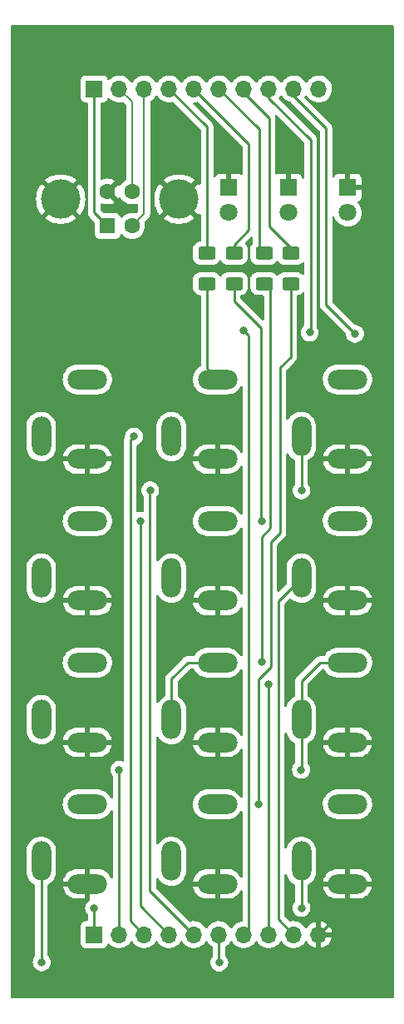
<source format=gbr>
%TF.GenerationSoftware,KiCad,Pcbnew,(6.0.6)*%
%TF.CreationDate,2022-11-26T15:19:07+01:00*%
%TF.ProjectId,vcer-midi-to-cv,76636572-2d6d-4696-9469-2d746f2d6376,rev?*%
%TF.SameCoordinates,Original*%
%TF.FileFunction,Copper,L4,Bot*%
%TF.FilePolarity,Positive*%
%FSLAX46Y46*%
G04 Gerber Fmt 4.6, Leading zero omitted, Abs format (unit mm)*
G04 Created by KiCad (PCBNEW (6.0.6)) date 2022-11-26 15:19:07*
%MOMM*%
%LPD*%
G01*
G04 APERTURE LIST*
G04 Aperture macros list*
%AMRoundRect*
0 Rectangle with rounded corners*
0 $1 Rounding radius*
0 $2 $3 $4 $5 $6 $7 $8 $9 X,Y pos of 4 corners*
0 Add a 4 corners polygon primitive as box body*
4,1,4,$2,$3,$4,$5,$6,$7,$8,$9,$2,$3,0*
0 Add four circle primitives for the rounded corners*
1,1,$1+$1,$2,$3*
1,1,$1+$1,$4,$5*
1,1,$1+$1,$6,$7*
1,1,$1+$1,$8,$9*
0 Add four rect primitives between the rounded corners*
20,1,$1+$1,$2,$3,$4,$5,0*
20,1,$1+$1,$4,$5,$6,$7,0*
20,1,$1+$1,$6,$7,$8,$9,0*
20,1,$1+$1,$8,$9,$2,$3,0*%
G04 Aperture macros list end*
%TA.AperFunction,ComponentPad*%
%ADD10O,4.000000X2.000000*%
%TD*%
%TA.AperFunction,ComponentPad*%
%ADD11O,2.000000X4.000000*%
%TD*%
%TA.AperFunction,ComponentPad*%
%ADD12R,1.800000X1.800000*%
%TD*%
%TA.AperFunction,ComponentPad*%
%ADD13C,1.800000*%
%TD*%
%TA.AperFunction,ComponentPad*%
%ADD14R,1.600000X1.600000*%
%TD*%
%TA.AperFunction,ComponentPad*%
%ADD15C,1.600000*%
%TD*%
%TA.AperFunction,ComponentPad*%
%ADD16C,4.000000*%
%TD*%
%TA.AperFunction,SMDPad,CuDef*%
%ADD17RoundRect,0.250000X0.625000X-0.400000X0.625000X0.400000X-0.625000X0.400000X-0.625000X-0.400000X0*%
%TD*%
%TA.AperFunction,ComponentPad*%
%ADD18R,1.700000X1.700000*%
%TD*%
%TA.AperFunction,ComponentPad*%
%ADD19O,1.700000X1.700000*%
%TD*%
%TA.AperFunction,ViaPad*%
%ADD20C,0.800000*%
%TD*%
%TA.AperFunction,Conductor*%
%ADD21C,0.250000*%
%TD*%
%TA.AperFunction,Conductor*%
%ADD22C,0.200000*%
%TD*%
G04 APERTURE END LIST*
D10*
%TO.P,J18,S*%
%TO.N,GND2*%
X21547500Y-73445000D03*
%TO.P,J18,T*%
%TO.N,Net-(J18-PadT)*%
X21547500Y-65345000D03*
D11*
%TO.P,J18,TN*%
X16847500Y-71145000D03*
%TD*%
D10*
%TO.P,J16,S*%
%TO.N,GND2*%
X21547500Y-44645000D03*
%TO.P,J16,T*%
%TO.N,Net-(J16-PadT)*%
X21547500Y-36545000D03*
D11*
%TO.P,J16,TN*%
X16847500Y-42345000D03*
%TD*%
D12*
%TO.P,D3,1,K*%
%TO.N,GND2*%
X22720000Y-17045803D03*
D13*
%TO.P,D3,2,A*%
%TO.N,Net-(D3-Pad2)*%
X22720000Y-19585803D03*
%TD*%
D10*
%TO.P,J19,S*%
%TO.N,GND2*%
X21547500Y-87845000D03*
%TO.P,J19,T*%
%TO.N,Net-(J19-PadT)*%
X21547500Y-79745000D03*
D11*
%TO.P,J19,TN*%
X16847500Y-85545000D03*
%TD*%
D10*
%TO.P,J11,S*%
%TO.N,GND2*%
X8300000Y-87845000D03*
%TO.P,J11,T*%
%TO.N,/fCV4*%
X8300000Y-79745000D03*
D11*
%TO.P,J11,TN*%
X3600000Y-85545000D03*
%TD*%
D14*
%TO.P,J7,1,VBUS*%
%TO.N,/fVB*%
X10350000Y-20930000D03*
D15*
%TO.P,J7,2,D-*%
%TO.N,/fD-*%
X12850000Y-20930000D03*
%TO.P,J7,3,D+*%
%TO.N,/fD+*%
X12850000Y-17430000D03*
%TO.P,J7,4,GND*%
%TO.N,GND2*%
X10350000Y-17430000D03*
D16*
%TO.P,J7,5,Shield*%
X17620000Y-18220000D03*
X5580000Y-18220000D03*
%TD*%
D10*
%TO.P,J8,S*%
%TO.N,GND2*%
X8300000Y-44645000D03*
%TO.P,J8,T*%
%TO.N,/fCV1*%
X8300000Y-36545000D03*
D11*
%TO.P,J8,TN*%
X3600000Y-42345000D03*
%TD*%
D12*
%TO.P,D1,1,K*%
%TO.N,GND2*%
X28770000Y-17045803D03*
D13*
%TO.P,D1,2,A*%
%TO.N,Net-(D1-Pad2)*%
X28770000Y-19585803D03*
%TD*%
D10*
%TO.P,J10,S*%
%TO.N,GND2*%
X8300000Y-73445000D03*
%TO.P,J10,T*%
%TO.N,/fCV3*%
X8300000Y-65345000D03*
D11*
%TO.P,J10,TN*%
X3600000Y-71145000D03*
%TD*%
D10*
%TO.P,J13,S*%
%TO.N,GND2*%
X34795000Y-59045000D03*
%TO.P,J13,T*%
%TO.N,/fV2*%
X34795000Y-50945000D03*
D11*
%TO.P,J13,TN*%
X30095000Y-56745000D03*
%TD*%
D10*
%TO.P,J9,S*%
%TO.N,GND2*%
X8300000Y-59045000D03*
%TO.P,J9,T*%
%TO.N,/fCV2*%
X8300000Y-50945000D03*
D11*
%TO.P,J9,TN*%
X3600000Y-56745000D03*
%TD*%
D10*
%TO.P,J14,S*%
%TO.N,GND2*%
X34795000Y-73445000D03*
%TO.P,J14,T*%
%TO.N,/fV3*%
X34795000Y-65345000D03*
D11*
%TO.P,J14,TN*%
X30095000Y-71145000D03*
%TD*%
D10*
%TO.P,J17,S*%
%TO.N,GND2*%
X21547500Y-59045000D03*
%TO.P,J17,T*%
%TO.N,Net-(R25-Pad1)*%
X21547500Y-50945000D03*
D11*
%TO.P,J17,TN*%
X16847500Y-56745000D03*
%TD*%
D10*
%TO.P,J15,S*%
%TO.N,GND2*%
X34795000Y-87845000D03*
%TO.P,J15,T*%
%TO.N,/fV4*%
X34795000Y-79745000D03*
D11*
%TO.P,J15,TN*%
X30095000Y-85545000D03*
%TD*%
D10*
%TO.P,J12,S*%
%TO.N,GND2*%
X34795000Y-44645000D03*
%TO.P,J12,T*%
%TO.N,/fV1*%
X34795000Y-36545000D03*
D11*
%TO.P,J12,TN*%
X30095000Y-42345000D03*
%TD*%
D12*
%TO.P,D2,1,K*%
%TO.N,GND2*%
X34820000Y-17045803D03*
D13*
%TO.P,D2,2,A*%
%TO.N,Net-(D2-Pad2)*%
X34820000Y-19585803D03*
%TD*%
D17*
%TO.P,R24,1*%
%TO.N,Net-(J16-PadT)*%
X20450000Y-26800000D03*
%TO.P,R24,2*%
%TO.N,/fG1*%
X20450000Y-23700000D03*
%TD*%
D18*
%TO.P,J3,1,Pin_1*%
%TO.N,/fVB*%
X9000000Y-7000000D03*
D19*
%TO.P,J3,2,Pin_2*%
%TO.N,/fD+*%
X11540000Y-7000000D03*
%TO.P,J3,3,Pin_3*%
%TO.N,/fD-*%
X14080000Y-7000000D03*
%TO.P,J3,4,Pin_4*%
%TO.N,/fG1*%
X16620000Y-7000000D03*
%TO.P,J3,5,Pin_5*%
%TO.N,/fG2*%
X19160000Y-7000000D03*
%TO.P,J3,6,Pin_6*%
%TO.N,/fG3*%
X21700000Y-7000000D03*
%TO.P,J3,7,Pin_7*%
%TO.N,/fG4*%
X24240000Y-7000000D03*
%TO.P,J3,8,Pin_8*%
%TO.N,/fL1*%
X26780000Y-7000000D03*
%TO.P,J3,9,Pin_9*%
%TO.N,/fL2*%
X29320000Y-7000000D03*
%TO.P,J3,10,Pin_10*%
%TO.N,/fPRG*%
X31860000Y-7000000D03*
%TD*%
D17*
%TO.P,R25,1*%
%TO.N,Net-(R25-Pad1)*%
X23250000Y-26800000D03*
%TO.P,R25,2*%
%TO.N,/fG2*%
X23250000Y-23700000D03*
%TD*%
D18*
%TO.P,J4,1,Pin_1*%
%TO.N,/fV4*%
X9000000Y-93000000D03*
D19*
%TO.P,J4,2,Pin_2*%
%TO.N,/fV3*%
X11540000Y-93000000D03*
%TO.P,J4,3,Pin_3*%
%TO.N,/fCV1*%
X14080000Y-93000000D03*
%TO.P,J4,4,Pin_4*%
%TO.N,/fCV2*%
X16620000Y-93000000D03*
%TO.P,J4,5,Pin_5*%
%TO.N,/fV1*%
X19160000Y-93000000D03*
%TO.P,J4,6,Pin_6*%
%TO.N,/fCV4*%
X21700000Y-93000000D03*
%TO.P,J4,7,Pin_7*%
%TO.N,/fL3*%
X24240000Y-93000000D03*
%TO.P,J4,8,Pin_8*%
%TO.N,/fCV3*%
X26780000Y-93000000D03*
%TO.P,J4,9,Pin_9*%
%TO.N,/fV2*%
X29320000Y-93000000D03*
%TO.P,J4,10,Pin_10*%
%TO.N,GND2*%
X31860000Y-93000000D03*
%TD*%
D17*
%TO.P,R26,1*%
%TO.N,Net-(J18-PadT)*%
X26300000Y-26800000D03*
%TO.P,R26,2*%
%TO.N,/fG3*%
X26300000Y-23700000D03*
%TD*%
%TO.P,R27,1*%
%TO.N,Net-(J19-PadT)*%
X29000000Y-26800000D03*
%TO.P,R27,2*%
%TO.N,/fG4*%
X29000000Y-23700000D03*
%TD*%
D20*
%TO.N,/fCV1*%
X13050000Y-42360000D03*
%TO.N,/fCV3*%
X26790000Y-67520000D03*
%TO.N,/fV1*%
X14700000Y-47820000D03*
X30110000Y-47820000D03*
%TO.N,/fV3*%
X11540000Y-76240000D03*
X30070000Y-76240000D03*
%TO.N,/fL1*%
X30940000Y-31780000D03*
%TO.N,/fL3*%
X24220000Y-31550000D03*
%TO.N,/fL2*%
X35550000Y-31900000D03*
%TO.N,/fV4*%
X8990000Y-90320000D03*
X30110000Y-90290000D03*
%TO.N,/fCV4*%
X21730000Y-95840000D03*
X3640000Y-95820000D03*
%TO.N,/fCV2*%
X13690000Y-50940000D03*
%TO.N,Net-(R25-Pad1)*%
X26030000Y-50960000D03*
%TO.N,Net-(J18-PadT)*%
X26030000Y-65280000D03*
%TO.N,Net-(J19-PadT)*%
X25710000Y-79760000D03*
%TD*%
D21*
%TO.N,GND2*%
X34795000Y-87845000D02*
X37475000Y-87845000D01*
X34795000Y-90065000D02*
X34795000Y-87845000D01*
X38435000Y-73445000D02*
X38500000Y-73380000D01*
X34795000Y-59045000D02*
X38425000Y-59045000D01*
X34795000Y-73445000D02*
X38435000Y-73445000D01*
X38500000Y-58970000D02*
X38500000Y-45900000D01*
X37475000Y-87845000D02*
X38500000Y-86820000D01*
X38500000Y-86820000D02*
X38500000Y-73380000D01*
X37245000Y-44645000D02*
X34795000Y-44645000D01*
X38425000Y-59045000D02*
X38500000Y-58970000D01*
X38500000Y-73380000D02*
X38500000Y-58970000D01*
X38500000Y-45900000D02*
X37245000Y-44645000D01*
X31860000Y-93000000D02*
X34795000Y-90065000D01*
%TO.N,/fCV1*%
X12680000Y-91600000D02*
X14080000Y-93000000D01*
X13050000Y-42360000D02*
X12680000Y-42730000D01*
X12680000Y-42730000D02*
X12680000Y-91600000D01*
%TO.N,/fCV3*%
X26780000Y-67530000D02*
X26790000Y-67520000D01*
X26780000Y-93000000D02*
X26780000Y-67530000D01*
%TO.N,/fV1*%
X14680000Y-88520000D02*
X19160000Y-93000000D01*
X14700000Y-48090000D02*
X14680000Y-48110000D01*
X30110000Y-47820000D02*
X30095000Y-47805000D01*
X14680000Y-48110000D02*
X14680000Y-88520000D01*
X30095000Y-47805000D02*
X30095000Y-42345000D01*
X14700000Y-47820000D02*
X14700000Y-48090000D01*
%TO.N,/fV3*%
X30095000Y-76215000D02*
X30095000Y-71145000D01*
X30095000Y-67255000D02*
X32005000Y-65345000D01*
X32005000Y-65345000D02*
X34795000Y-65345000D01*
X30070000Y-76240000D02*
X30095000Y-76215000D01*
X30095000Y-71145000D02*
X30095000Y-67255000D01*
X11540000Y-93000000D02*
X11540000Y-76240000D01*
%TO.N,/fG1*%
X20450000Y-23700000D02*
X20490000Y-23660000D01*
X20490000Y-23660000D02*
X20490000Y-10870000D01*
X16620000Y-7000000D02*
X20490000Y-10870000D01*
%TO.N,/fG3*%
X25800000Y-23200000D02*
X25800000Y-11100000D01*
X25800000Y-11100000D02*
X21700000Y-7000000D01*
X26300000Y-23700000D02*
X25800000Y-23200000D01*
%TO.N,/fL1*%
X26780000Y-7930000D02*
X31050000Y-12200000D01*
X31050000Y-31670000D02*
X30940000Y-31780000D01*
X31050000Y-12200000D02*
X31050000Y-31670000D01*
X26780000Y-7000000D02*
X26780000Y-7930000D01*
D22*
%TO.N,/fD-*%
X12850000Y-20930000D02*
X14080000Y-19700000D01*
X14080000Y-19700000D02*
X14080000Y-7000000D01*
D21*
%TO.N,/fVB*%
X9000000Y-19580000D02*
X10350000Y-20930000D01*
X9000000Y-7000000D02*
X9000000Y-19580000D01*
D22*
%TO.N,/fD+*%
X12850000Y-17430000D02*
X12850000Y-8310000D01*
X12850000Y-8310000D02*
X11540000Y-7000000D01*
D21*
%TO.N,/fL3*%
X24750000Y-92490000D02*
X24750000Y-32080000D01*
X24240000Y-93000000D02*
X24750000Y-92490000D01*
X24750000Y-32080000D02*
X24220000Y-31550000D01*
%TO.N,/fL2*%
X29320000Y-7720000D02*
X29320000Y-7000000D01*
X32600000Y-11000000D02*
X29320000Y-7720000D01*
X32600000Y-28950000D02*
X32600000Y-11000000D01*
X35550000Y-31900000D02*
X32600000Y-28950000D01*
%TO.N,/fG4*%
X29000000Y-23700000D02*
X29000000Y-23200000D01*
X26800000Y-21000000D02*
X26800000Y-9955000D01*
X26800000Y-9955000D02*
X24240000Y-7395000D01*
X29000000Y-23200000D02*
X26800000Y-21000000D01*
X24240000Y-7395000D02*
X24240000Y-7000000D01*
%TO.N,/fG2*%
X23250000Y-23700000D02*
X23250000Y-22850000D01*
X24750000Y-21350000D02*
X24750000Y-12590000D01*
X23250000Y-22850000D02*
X24750000Y-21350000D01*
X24750000Y-12590000D02*
X19160000Y-7000000D01*
%TO.N,/fV4*%
X9000000Y-90330000D02*
X8990000Y-90320000D01*
X9000000Y-93000000D02*
X9000000Y-90330000D01*
X30110000Y-90290000D02*
X30095000Y-90275000D01*
X30095000Y-90275000D02*
X30095000Y-85545000D01*
%TO.N,/fV2*%
X27750000Y-59090000D02*
X30095000Y-56745000D01*
X27750000Y-91430000D02*
X27750000Y-59090000D01*
X29320000Y-93000000D02*
X27750000Y-91430000D01*
%TO.N,/fCV4*%
X3640000Y-95820000D02*
X3600000Y-95780000D01*
X21700000Y-93000000D02*
X21700000Y-95810000D01*
X21700000Y-95810000D02*
X21730000Y-95840000D01*
X3600000Y-95780000D02*
X3600000Y-85545000D01*
%TO.N,/fCV2*%
X13690000Y-50940000D02*
X13680000Y-50950000D01*
X13680000Y-90060000D02*
X16620000Y-93000000D01*
X13680000Y-50950000D02*
X13680000Y-90060000D01*
%TO.N,Net-(J16-PadT)*%
X20490000Y-26840000D02*
X20450000Y-26800000D01*
X20490000Y-35487500D02*
X21547500Y-36545000D01*
X20490000Y-35487500D02*
X20490000Y-26840000D01*
%TO.N,Net-(R25-Pad1)*%
X26030000Y-50960000D02*
X25950000Y-50880000D01*
X23250000Y-28600000D02*
X23250000Y-26800000D01*
X25950000Y-31300000D02*
X23250000Y-28600000D01*
X25950000Y-50880000D02*
X25950000Y-31300000D01*
%TO.N,Net-(J18-PadT)*%
X18505000Y-65345000D02*
X21547500Y-65345000D01*
X26030000Y-52530000D02*
X26920000Y-51640000D01*
X26920000Y-51640000D02*
X26920000Y-27420000D01*
X16847500Y-71145000D02*
X16847500Y-67002500D01*
X26030000Y-65280000D02*
X26030000Y-52530000D01*
X16847500Y-67002500D02*
X18505000Y-65345000D01*
X26920000Y-27420000D02*
X26300000Y-26800000D01*
%TO.N,Net-(J19-PadT)*%
X25710000Y-79760000D02*
X25710000Y-67070000D01*
X25710000Y-67070000D02*
X26990000Y-65790000D01*
X29000000Y-34250000D02*
X29000000Y-26800000D01*
X26990000Y-53100000D02*
X27920000Y-52170000D01*
X27920000Y-35330000D02*
X29000000Y-34250000D01*
X27920000Y-52170000D02*
X27920000Y-35330000D01*
X26990000Y-65790000D02*
X26990000Y-53100000D01*
%TD*%
%TA.AperFunction,Conductor*%
%TO.N,GND2*%
G36*
X39434121Y-528002D02*
G01*
X39480614Y-581658D01*
X39492000Y-634000D01*
X39492000Y-99366000D01*
X39471998Y-99434121D01*
X39418342Y-99480614D01*
X39366000Y-99492000D01*
X634000Y-99492000D01*
X565879Y-99471998D01*
X519386Y-99418342D01*
X508000Y-99366000D01*
X508000Y-86606001D01*
X2091500Y-86606001D01*
X2091702Y-86608509D01*
X2091702Y-86608514D01*
X2097943Y-86686074D01*
X2106060Y-86786965D01*
X2107266Y-86791873D01*
X2107266Y-86791876D01*
X2162756Y-87017792D01*
X2163963Y-87022706D01*
X2165938Y-87027358D01*
X2165939Y-87027362D01*
X2207945Y-87126322D01*
X2258812Y-87246156D01*
X2388167Y-87451567D01*
X2391512Y-87455361D01*
X2545350Y-87629858D01*
X2545353Y-87629861D01*
X2548698Y-87633655D01*
X2552606Y-87636865D01*
X2552607Y-87636866D01*
X2659242Y-87724456D01*
X2736278Y-87787734D01*
X2740646Y-87790276D01*
X2740655Y-87790282D01*
X2903881Y-87885283D01*
X2952694Y-87936836D01*
X2966500Y-87994181D01*
X2966500Y-95161899D01*
X2946498Y-95230020D01*
X2934136Y-95246209D01*
X2905384Y-95278142D01*
X2905382Y-95278145D01*
X2900960Y-95283056D01*
X2897659Y-95288774D01*
X2897656Y-95288778D01*
X2808777Y-95442721D01*
X2805473Y-95448444D01*
X2746458Y-95630072D01*
X2726496Y-95820000D01*
X2746458Y-96009928D01*
X2805473Y-96191556D01*
X2900960Y-96356944D01*
X2905378Y-96361851D01*
X2905379Y-96361852D01*
X2918968Y-96376944D01*
X3028747Y-96498866D01*
X3183248Y-96611118D01*
X3189276Y-96613802D01*
X3189278Y-96613803D01*
X3351681Y-96686109D01*
X3357712Y-96688794D01*
X3451112Y-96708647D01*
X3538056Y-96727128D01*
X3538061Y-96727128D01*
X3544513Y-96728500D01*
X3735487Y-96728500D01*
X3741939Y-96727128D01*
X3741944Y-96727128D01*
X3828888Y-96708647D01*
X3922288Y-96688794D01*
X3928319Y-96686109D01*
X4090722Y-96613803D01*
X4090724Y-96613802D01*
X4096752Y-96611118D01*
X4251253Y-96498866D01*
X4361032Y-96376944D01*
X4374621Y-96361852D01*
X4374622Y-96361851D01*
X4379040Y-96356944D01*
X4474527Y-96191556D01*
X4533542Y-96009928D01*
X4553504Y-95820000D01*
X4533542Y-95630072D01*
X4474527Y-95448444D01*
X4379040Y-95283056D01*
X4374616Y-95278142D01*
X4265864Y-95157361D01*
X4235146Y-95093354D01*
X4233500Y-95073051D01*
X4233500Y-88116114D01*
X5813275Y-88116114D01*
X5815325Y-88133830D01*
X5817285Y-88143727D01*
X5880604Y-88367494D01*
X5884116Y-88376938D01*
X5982399Y-88587705D01*
X5987378Y-88596471D01*
X6118087Y-88788802D01*
X6124419Y-88796677D01*
X6284186Y-88965626D01*
X6291695Y-88972387D01*
X6476426Y-89113625D01*
X6484905Y-89119089D01*
X6689847Y-89228978D01*
X6699099Y-89233020D01*
X6918971Y-89308727D01*
X6928743Y-89311236D01*
X7158971Y-89351004D01*
X7166843Y-89351859D01*
X7190551Y-89352936D01*
X7193384Y-89353000D01*
X8027885Y-89353000D01*
X8043124Y-89348525D01*
X8044329Y-89347135D01*
X8046000Y-89339452D01*
X8046000Y-88117115D01*
X8041525Y-88101876D01*
X8040135Y-88100671D01*
X8032452Y-88099000D01*
X5829410Y-88099000D01*
X5815324Y-88103136D01*
X5813275Y-88116114D01*
X4233500Y-88116114D01*
X4233500Y-87994348D01*
X4253502Y-87926227D01*
X4306250Y-87880153D01*
X4342954Y-87863038D01*
X4342958Y-87863036D01*
X4347536Y-87860901D01*
X4548307Y-87724456D01*
X4708189Y-87573264D01*
X5816179Y-87573264D01*
X5817302Y-87587325D01*
X5827410Y-87591000D01*
X8027885Y-87591000D01*
X8043124Y-87586525D01*
X8044329Y-87585135D01*
X8046000Y-87577452D01*
X8046000Y-86355115D01*
X8041525Y-86339876D01*
X8040135Y-86338671D01*
X8032452Y-86337000D01*
X7241544Y-86337000D01*
X7236512Y-86337202D01*
X7063157Y-86351150D01*
X7053204Y-86352762D01*
X6827367Y-86408233D01*
X6817797Y-86411416D01*
X6603735Y-86502280D01*
X6594793Y-86506955D01*
X6398013Y-86630874D01*
X6389940Y-86636914D01*
X6215500Y-86790703D01*
X6208496Y-86797956D01*
X6060890Y-86977654D01*
X6055134Y-86985936D01*
X5938159Y-87186919D01*
X5933797Y-87196024D01*
X5850463Y-87413115D01*
X5847612Y-87422804D01*
X5816179Y-87573264D01*
X4708189Y-87573264D01*
X4724681Y-87557668D01*
X4802901Y-87455361D01*
X4869047Y-87368846D01*
X4869050Y-87368842D01*
X4872120Y-87364826D01*
X4986831Y-87150891D01*
X5065862Y-86921369D01*
X5088229Y-86791876D01*
X5106504Y-86686074D01*
X5106505Y-86686068D01*
X5107179Y-86682164D01*
X5108500Y-86653075D01*
X5108500Y-84483999D01*
X5108298Y-84481486D01*
X5094346Y-84308076D01*
X5094345Y-84308071D01*
X5093940Y-84303035D01*
X5079909Y-84245908D01*
X5037244Y-84072208D01*
X5036037Y-84067294D01*
X4941188Y-83843844D01*
X4811833Y-83638433D01*
X4771633Y-83592834D01*
X4654650Y-83460142D01*
X4654647Y-83460139D01*
X4651302Y-83456345D01*
X4544993Y-83369022D01*
X4467628Y-83305474D01*
X4467625Y-83305472D01*
X4463722Y-83302266D01*
X4253922Y-83180159D01*
X4119725Y-83128646D01*
X4032022Y-83094980D01*
X4032018Y-83094979D01*
X4027298Y-83093167D01*
X4022348Y-83092133D01*
X4022345Y-83092132D01*
X3794631Y-83044560D01*
X3794627Y-83044560D01*
X3789680Y-83043526D01*
X3547183Y-83032514D01*
X3542163Y-83033095D01*
X3542159Y-83033095D01*
X3311071Y-83059833D01*
X3311067Y-83059834D01*
X3306044Y-83060415D01*
X3301180Y-83061791D01*
X3301177Y-83061792D01*
X3193958Y-83092132D01*
X3072468Y-83126510D01*
X3067892Y-83128644D01*
X3067886Y-83128646D01*
X2857046Y-83226962D01*
X2857042Y-83226964D01*
X2852464Y-83229099D01*
X2651693Y-83365544D01*
X2475319Y-83532332D01*
X2472241Y-83536358D01*
X2472240Y-83536359D01*
X2330953Y-83721154D01*
X2330950Y-83721158D01*
X2327880Y-83725174D01*
X2213169Y-83939109D01*
X2134138Y-84168631D01*
X2092821Y-84407836D01*
X2091500Y-84436925D01*
X2091500Y-86606001D01*
X508000Y-86606001D01*
X508000Y-79797817D01*
X5787514Y-79797817D01*
X5788095Y-79802837D01*
X5788095Y-79802841D01*
X5803923Y-79939631D01*
X5815415Y-80038956D01*
X5816791Y-80043820D01*
X5816792Y-80043823D01*
X5862476Y-80205266D01*
X5881510Y-80272532D01*
X5883644Y-80277108D01*
X5883646Y-80277114D01*
X5981962Y-80487954D01*
X5984099Y-80492536D01*
X5986940Y-80496717D01*
X5986941Y-80496718D01*
X6030040Y-80560135D01*
X6120544Y-80693307D01*
X6287332Y-80869681D01*
X6291358Y-80872759D01*
X6291359Y-80872760D01*
X6476154Y-81014047D01*
X6476158Y-81014050D01*
X6480174Y-81017120D01*
X6694109Y-81131831D01*
X6923631Y-81210862D01*
X7022978Y-81228022D01*
X7158926Y-81251504D01*
X7158932Y-81251505D01*
X7162836Y-81252179D01*
X7166797Y-81252359D01*
X7166798Y-81252359D01*
X7190506Y-81253436D01*
X7190525Y-81253436D01*
X7191925Y-81253500D01*
X9361001Y-81253500D01*
X9363509Y-81253298D01*
X9363514Y-81253298D01*
X9536924Y-81239346D01*
X9536929Y-81239345D01*
X9541965Y-81238940D01*
X9546873Y-81237734D01*
X9546876Y-81237734D01*
X9772792Y-81182244D01*
X9777706Y-81181037D01*
X9782358Y-81179062D01*
X9782362Y-81179061D01*
X9996498Y-81088165D01*
X10001156Y-81086188D01*
X10107037Y-81019511D01*
X10202288Y-80959528D01*
X10202291Y-80959526D01*
X10206567Y-80956833D01*
X10305422Y-80869681D01*
X10384858Y-80799650D01*
X10384861Y-80799647D01*
X10388655Y-80796302D01*
X10391866Y-80792393D01*
X10539526Y-80612628D01*
X10539528Y-80612625D01*
X10542734Y-80608722D01*
X10664841Y-80398922D01*
X10666657Y-80394192D01*
X10666866Y-80393755D01*
X10714336Y-80340962D01*
X10782813Y-80322213D01*
X10850555Y-80343462D01*
X10896055Y-80397962D01*
X10906500Y-80448192D01*
X10906500Y-87153490D01*
X10886498Y-87221611D01*
X10832842Y-87268104D01*
X10762568Y-87278208D01*
X10697988Y-87248714D01*
X10666305Y-87206740D01*
X10617601Y-87102295D01*
X10612622Y-87093529D01*
X10481913Y-86901198D01*
X10475581Y-86893323D01*
X10315814Y-86724374D01*
X10308305Y-86717613D01*
X10123574Y-86576375D01*
X10115095Y-86570911D01*
X9910153Y-86461022D01*
X9900901Y-86456980D01*
X9681029Y-86381273D01*
X9671257Y-86378764D01*
X9441029Y-86338996D01*
X9433157Y-86338141D01*
X9409449Y-86337064D01*
X9406616Y-86337000D01*
X8572115Y-86337000D01*
X8556876Y-86341475D01*
X8555671Y-86342865D01*
X8554000Y-86350548D01*
X8554000Y-89334885D01*
X8565633Y-89374505D01*
X8577656Y-89393213D01*
X8577656Y-89464209D01*
X8539272Y-89523935D01*
X8530831Y-89530638D01*
X8378747Y-89641134D01*
X8374326Y-89646044D01*
X8374325Y-89646045D01*
X8260746Y-89772188D01*
X8250960Y-89783056D01*
X8247659Y-89788774D01*
X8172794Y-89918444D01*
X8155473Y-89948444D01*
X8096458Y-90130072D01*
X8076496Y-90320000D01*
X8096458Y-90509928D01*
X8155473Y-90691556D01*
X8250960Y-90856944D01*
X8255378Y-90861851D01*
X8255379Y-90861852D01*
X8334136Y-90949320D01*
X8364853Y-91013328D01*
X8366500Y-91033631D01*
X8366500Y-91515500D01*
X8346498Y-91583621D01*
X8292842Y-91630114D01*
X8240500Y-91641500D01*
X8101866Y-91641500D01*
X8039684Y-91648255D01*
X7903295Y-91699385D01*
X7786739Y-91786739D01*
X7699385Y-91903295D01*
X7648255Y-92039684D01*
X7641500Y-92101866D01*
X7641500Y-93898134D01*
X7648255Y-93960316D01*
X7699385Y-94096705D01*
X7786739Y-94213261D01*
X7903295Y-94300615D01*
X8039684Y-94351745D01*
X8101866Y-94358500D01*
X9898134Y-94358500D01*
X9960316Y-94351745D01*
X10096705Y-94300615D01*
X10213261Y-94213261D01*
X10300615Y-94096705D01*
X10322799Y-94037529D01*
X10344598Y-93979382D01*
X10387240Y-93922618D01*
X10453802Y-93897918D01*
X10523150Y-93913126D01*
X10557817Y-93941114D01*
X10586250Y-93973938D01*
X10758126Y-94116632D01*
X10951000Y-94229338D01*
X11159692Y-94309030D01*
X11164760Y-94310061D01*
X11164763Y-94310062D01*
X11259862Y-94329410D01*
X11378597Y-94353567D01*
X11383772Y-94353757D01*
X11383774Y-94353757D01*
X11596673Y-94361564D01*
X11596677Y-94361564D01*
X11601837Y-94361753D01*
X11606957Y-94361097D01*
X11606959Y-94361097D01*
X11818288Y-94334025D01*
X11818289Y-94334025D01*
X11823416Y-94333368D01*
X11828366Y-94331883D01*
X12032429Y-94270661D01*
X12032434Y-94270659D01*
X12037384Y-94269174D01*
X12237994Y-94170896D01*
X12419860Y-94041173D01*
X12578096Y-93883489D01*
X12708453Y-93702077D01*
X12709776Y-93703028D01*
X12756645Y-93659857D01*
X12826580Y-93647625D01*
X12892026Y-93675144D01*
X12919875Y-93706994D01*
X12979987Y-93805088D01*
X13126250Y-93973938D01*
X13298126Y-94116632D01*
X13491000Y-94229338D01*
X13699692Y-94309030D01*
X13704760Y-94310061D01*
X13704763Y-94310062D01*
X13799862Y-94329410D01*
X13918597Y-94353567D01*
X13923772Y-94353757D01*
X13923774Y-94353757D01*
X14136673Y-94361564D01*
X14136677Y-94361564D01*
X14141837Y-94361753D01*
X14146957Y-94361097D01*
X14146959Y-94361097D01*
X14358288Y-94334025D01*
X14358289Y-94334025D01*
X14363416Y-94333368D01*
X14368366Y-94331883D01*
X14572429Y-94270661D01*
X14572434Y-94270659D01*
X14577384Y-94269174D01*
X14777994Y-94170896D01*
X14959860Y-94041173D01*
X15118096Y-93883489D01*
X15248453Y-93702077D01*
X15249776Y-93703028D01*
X15296645Y-93659857D01*
X15366580Y-93647625D01*
X15432026Y-93675144D01*
X15459875Y-93706994D01*
X15519987Y-93805088D01*
X15666250Y-93973938D01*
X15838126Y-94116632D01*
X16031000Y-94229338D01*
X16239692Y-94309030D01*
X16244760Y-94310061D01*
X16244763Y-94310062D01*
X16339862Y-94329410D01*
X16458597Y-94353567D01*
X16463772Y-94353757D01*
X16463774Y-94353757D01*
X16676673Y-94361564D01*
X16676677Y-94361564D01*
X16681837Y-94361753D01*
X16686957Y-94361097D01*
X16686959Y-94361097D01*
X16898288Y-94334025D01*
X16898289Y-94334025D01*
X16903416Y-94333368D01*
X16908366Y-94331883D01*
X17112429Y-94270661D01*
X17112434Y-94270659D01*
X17117384Y-94269174D01*
X17317994Y-94170896D01*
X17499860Y-94041173D01*
X17658096Y-93883489D01*
X17788453Y-93702077D01*
X17789776Y-93703028D01*
X17836645Y-93659857D01*
X17906580Y-93647625D01*
X17972026Y-93675144D01*
X17999875Y-93706994D01*
X18059987Y-93805088D01*
X18206250Y-93973938D01*
X18378126Y-94116632D01*
X18571000Y-94229338D01*
X18779692Y-94309030D01*
X18784760Y-94310061D01*
X18784763Y-94310062D01*
X18879862Y-94329410D01*
X18998597Y-94353567D01*
X19003772Y-94353757D01*
X19003774Y-94353757D01*
X19216673Y-94361564D01*
X19216677Y-94361564D01*
X19221837Y-94361753D01*
X19226957Y-94361097D01*
X19226959Y-94361097D01*
X19438288Y-94334025D01*
X19438289Y-94334025D01*
X19443416Y-94333368D01*
X19448366Y-94331883D01*
X19652429Y-94270661D01*
X19652434Y-94270659D01*
X19657384Y-94269174D01*
X19857994Y-94170896D01*
X20039860Y-94041173D01*
X20198096Y-93883489D01*
X20328453Y-93702077D01*
X20329776Y-93703028D01*
X20376645Y-93659857D01*
X20446580Y-93647625D01*
X20512026Y-93675144D01*
X20539875Y-93706994D01*
X20599987Y-93805088D01*
X20746250Y-93973938D01*
X20918126Y-94116632D01*
X20922593Y-94119242D01*
X21004070Y-94166853D01*
X21052794Y-94218491D01*
X21066500Y-94275641D01*
X21066500Y-95170794D01*
X21046498Y-95238915D01*
X21034136Y-95255104D01*
X21003820Y-95288774D01*
X20990960Y-95303056D01*
X20895473Y-95468444D01*
X20836458Y-95650072D01*
X20816496Y-95840000D01*
X20836458Y-96029928D01*
X20895473Y-96211556D01*
X20990960Y-96376944D01*
X21118747Y-96518866D01*
X21273248Y-96631118D01*
X21279276Y-96633802D01*
X21279278Y-96633803D01*
X21441681Y-96706109D01*
X21447712Y-96708794D01*
X21533966Y-96727128D01*
X21628056Y-96747128D01*
X21628061Y-96747128D01*
X21634513Y-96748500D01*
X21825487Y-96748500D01*
X21831939Y-96747128D01*
X21831944Y-96747128D01*
X21926034Y-96727128D01*
X22012288Y-96708794D01*
X22018319Y-96706109D01*
X22180722Y-96633803D01*
X22180724Y-96633802D01*
X22186752Y-96631118D01*
X22341253Y-96518866D01*
X22469040Y-96376944D01*
X22564527Y-96211556D01*
X22623542Y-96029928D01*
X22643504Y-95840000D01*
X22623542Y-95650072D01*
X22564527Y-95468444D01*
X22469040Y-95303056D01*
X22456184Y-95288778D01*
X22365864Y-95188467D01*
X22335146Y-95124460D01*
X22333500Y-95104157D01*
X22333500Y-94280427D01*
X22353502Y-94212306D01*
X22394618Y-94172550D01*
X22397994Y-94170896D01*
X22579860Y-94041173D01*
X22738096Y-93883489D01*
X22868453Y-93702077D01*
X22869776Y-93703028D01*
X22916645Y-93659857D01*
X22986580Y-93647625D01*
X23052026Y-93675144D01*
X23079875Y-93706994D01*
X23139987Y-93805088D01*
X23286250Y-93973938D01*
X23458126Y-94116632D01*
X23651000Y-94229338D01*
X23859692Y-94309030D01*
X23864760Y-94310061D01*
X23864763Y-94310062D01*
X23959862Y-94329410D01*
X24078597Y-94353567D01*
X24083772Y-94353757D01*
X24083774Y-94353757D01*
X24296673Y-94361564D01*
X24296677Y-94361564D01*
X24301837Y-94361753D01*
X24306957Y-94361097D01*
X24306959Y-94361097D01*
X24518288Y-94334025D01*
X24518289Y-94334025D01*
X24523416Y-94333368D01*
X24528366Y-94331883D01*
X24732429Y-94270661D01*
X24732434Y-94270659D01*
X24737384Y-94269174D01*
X24937994Y-94170896D01*
X25119860Y-94041173D01*
X25278096Y-93883489D01*
X25408453Y-93702077D01*
X25409776Y-93703028D01*
X25456645Y-93659857D01*
X25526580Y-93647625D01*
X25592026Y-93675144D01*
X25619875Y-93706994D01*
X25679987Y-93805088D01*
X25826250Y-93973938D01*
X25998126Y-94116632D01*
X26191000Y-94229338D01*
X26399692Y-94309030D01*
X26404760Y-94310061D01*
X26404763Y-94310062D01*
X26499862Y-94329410D01*
X26618597Y-94353567D01*
X26623772Y-94353757D01*
X26623774Y-94353757D01*
X26836673Y-94361564D01*
X26836677Y-94361564D01*
X26841837Y-94361753D01*
X26846957Y-94361097D01*
X26846959Y-94361097D01*
X27058288Y-94334025D01*
X27058289Y-94334025D01*
X27063416Y-94333368D01*
X27068366Y-94331883D01*
X27272429Y-94270661D01*
X27272434Y-94270659D01*
X27277384Y-94269174D01*
X27477994Y-94170896D01*
X27659860Y-94041173D01*
X27818096Y-93883489D01*
X27948453Y-93702077D01*
X27949776Y-93703028D01*
X27996645Y-93659857D01*
X28066580Y-93647625D01*
X28132026Y-93675144D01*
X28159875Y-93706994D01*
X28219987Y-93805088D01*
X28366250Y-93973938D01*
X28538126Y-94116632D01*
X28731000Y-94229338D01*
X28939692Y-94309030D01*
X28944760Y-94310061D01*
X28944763Y-94310062D01*
X29039862Y-94329410D01*
X29158597Y-94353567D01*
X29163772Y-94353757D01*
X29163774Y-94353757D01*
X29376673Y-94361564D01*
X29376677Y-94361564D01*
X29381837Y-94361753D01*
X29386957Y-94361097D01*
X29386959Y-94361097D01*
X29598288Y-94334025D01*
X29598289Y-94334025D01*
X29603416Y-94333368D01*
X29608366Y-94331883D01*
X29812429Y-94270661D01*
X29812434Y-94270659D01*
X29817384Y-94269174D01*
X30017994Y-94170896D01*
X30199860Y-94041173D01*
X30358096Y-93883489D01*
X30488453Y-93702077D01*
X30489640Y-93702930D01*
X30536960Y-93659362D01*
X30606897Y-93647145D01*
X30672338Y-93674678D01*
X30700166Y-93706511D01*
X30757694Y-93800388D01*
X30763777Y-93808699D01*
X30903213Y-93969667D01*
X30910580Y-93976883D01*
X31074434Y-94112916D01*
X31082881Y-94118831D01*
X31266756Y-94226279D01*
X31276042Y-94230729D01*
X31475001Y-94306703D01*
X31484899Y-94309579D01*
X31588250Y-94330606D01*
X31602299Y-94329410D01*
X31606000Y-94319065D01*
X31606000Y-94318517D01*
X32114000Y-94318517D01*
X32118064Y-94332359D01*
X32131478Y-94334393D01*
X32138184Y-94333534D01*
X32148262Y-94331392D01*
X32352255Y-94270191D01*
X32361842Y-94266433D01*
X32553095Y-94172739D01*
X32561945Y-94167464D01*
X32735328Y-94043792D01*
X32743200Y-94037139D01*
X32894052Y-93886812D01*
X32900730Y-93878965D01*
X33025003Y-93706020D01*
X33030313Y-93697183D01*
X33124670Y-93506267D01*
X33128469Y-93496672D01*
X33190377Y-93292910D01*
X33192555Y-93282837D01*
X33193986Y-93271962D01*
X33191775Y-93257778D01*
X33178617Y-93254000D01*
X32132115Y-93254000D01*
X32116876Y-93258475D01*
X32115671Y-93259865D01*
X32114000Y-93267548D01*
X32114000Y-94318517D01*
X31606000Y-94318517D01*
X31606000Y-92727885D01*
X32114000Y-92727885D01*
X32118475Y-92743124D01*
X32119865Y-92744329D01*
X32127548Y-92746000D01*
X33178344Y-92746000D01*
X33191875Y-92742027D01*
X33193180Y-92732947D01*
X33151214Y-92565875D01*
X33147894Y-92556124D01*
X33062972Y-92360814D01*
X33058105Y-92351739D01*
X32942426Y-92172926D01*
X32936136Y-92164757D01*
X32792806Y-92007240D01*
X32785273Y-92000215D01*
X32618139Y-91868222D01*
X32609552Y-91862517D01*
X32423117Y-91759599D01*
X32413705Y-91755369D01*
X32212959Y-91684280D01*
X32202988Y-91681646D01*
X32131837Y-91668972D01*
X32118540Y-91670432D01*
X32114000Y-91684989D01*
X32114000Y-92727885D01*
X31606000Y-92727885D01*
X31606000Y-91683102D01*
X31602082Y-91669758D01*
X31587806Y-91667771D01*
X31549324Y-91673660D01*
X31539288Y-91676051D01*
X31336868Y-91742212D01*
X31327359Y-91746209D01*
X31138463Y-91844542D01*
X31129738Y-91850036D01*
X30959433Y-91977905D01*
X30951726Y-91984748D01*
X30804590Y-92138717D01*
X30798109Y-92146722D01*
X30693498Y-92300074D01*
X30638587Y-92345076D01*
X30568062Y-92353247D01*
X30504315Y-92321993D01*
X30483618Y-92297509D01*
X30402822Y-92172617D01*
X30402820Y-92172614D01*
X30400014Y-92168277D01*
X30249670Y-92003051D01*
X30245619Y-91999852D01*
X30245615Y-91999848D01*
X30078414Y-91867800D01*
X30078410Y-91867798D01*
X30074359Y-91864598D01*
X30038028Y-91844542D01*
X29953988Y-91798150D01*
X29878789Y-91756638D01*
X29873920Y-91754914D01*
X29873916Y-91754912D01*
X29673087Y-91683795D01*
X29673083Y-91683794D01*
X29668212Y-91682069D01*
X29663119Y-91681162D01*
X29663116Y-91681161D01*
X29453373Y-91643800D01*
X29453367Y-91643799D01*
X29448284Y-91642894D01*
X29374452Y-91641992D01*
X29230081Y-91640228D01*
X29230079Y-91640228D01*
X29224911Y-91640165D01*
X29004091Y-91673955D01*
X28991532Y-91678060D01*
X28920568Y-91680210D01*
X28863294Y-91647389D01*
X28420405Y-91204500D01*
X28386379Y-91142188D01*
X28383500Y-91115405D01*
X28383500Y-86942429D01*
X28403502Y-86874308D01*
X28457158Y-86827815D01*
X28527432Y-86817711D01*
X28592012Y-86847205D01*
X28631863Y-86912374D01*
X28657756Y-87017792D01*
X28658963Y-87022706D01*
X28660938Y-87027358D01*
X28660939Y-87027362D01*
X28702945Y-87126322D01*
X28753812Y-87246156D01*
X28883167Y-87451567D01*
X28886512Y-87455361D01*
X29040350Y-87629858D01*
X29040353Y-87629861D01*
X29043698Y-87633655D01*
X29047606Y-87636865D01*
X29047607Y-87636866D01*
X29154242Y-87724456D01*
X29231278Y-87787734D01*
X29235646Y-87790276D01*
X29235655Y-87790282D01*
X29398881Y-87885283D01*
X29447694Y-87936836D01*
X29461500Y-87994181D01*
X29461500Y-89604135D01*
X29441498Y-89672256D01*
X29429136Y-89688444D01*
X29370960Y-89753056D01*
X29275473Y-89918444D01*
X29216458Y-90100072D01*
X29196496Y-90290000D01*
X29216458Y-90479928D01*
X29275473Y-90661556D01*
X29278776Y-90667278D01*
X29278777Y-90667279D01*
X29296098Y-90697279D01*
X29370960Y-90826944D01*
X29375378Y-90831851D01*
X29375379Y-90831852D01*
X29481148Y-90949320D01*
X29498747Y-90968866D01*
X29653248Y-91081118D01*
X29659276Y-91083802D01*
X29659278Y-91083803D01*
X29730258Y-91115405D01*
X29827712Y-91158794D01*
X29921112Y-91178647D01*
X30008056Y-91197128D01*
X30008061Y-91197128D01*
X30014513Y-91198500D01*
X30205487Y-91198500D01*
X30211939Y-91197128D01*
X30211944Y-91197128D01*
X30298888Y-91178647D01*
X30392288Y-91158794D01*
X30489742Y-91115405D01*
X30560722Y-91083803D01*
X30560724Y-91083802D01*
X30566752Y-91081118D01*
X30721253Y-90968866D01*
X30738852Y-90949320D01*
X30844621Y-90831852D01*
X30844622Y-90831851D01*
X30849040Y-90826944D01*
X30923902Y-90697279D01*
X30941223Y-90667279D01*
X30941224Y-90667278D01*
X30944527Y-90661556D01*
X31003542Y-90479928D01*
X31023504Y-90290000D01*
X31003542Y-90100072D01*
X30944527Y-89918444D01*
X30849040Y-89753056D01*
X30760864Y-89655127D01*
X30730147Y-89591119D01*
X30728500Y-89570816D01*
X30728500Y-88116114D01*
X32308275Y-88116114D01*
X32310325Y-88133830D01*
X32312285Y-88143727D01*
X32375604Y-88367494D01*
X32379116Y-88376938D01*
X32477399Y-88587705D01*
X32482378Y-88596471D01*
X32613087Y-88788802D01*
X32619419Y-88796677D01*
X32779186Y-88965626D01*
X32786695Y-88972387D01*
X32971426Y-89113625D01*
X32979905Y-89119089D01*
X33184847Y-89228978D01*
X33194099Y-89233020D01*
X33413971Y-89308727D01*
X33423743Y-89311236D01*
X33653971Y-89351004D01*
X33661843Y-89351859D01*
X33685551Y-89352936D01*
X33688384Y-89353000D01*
X34522885Y-89353000D01*
X34538124Y-89348525D01*
X34539329Y-89347135D01*
X34541000Y-89339452D01*
X34541000Y-89334885D01*
X35049000Y-89334885D01*
X35053475Y-89350124D01*
X35054865Y-89351329D01*
X35062548Y-89353000D01*
X35853456Y-89353000D01*
X35858488Y-89352798D01*
X36031843Y-89338850D01*
X36041796Y-89337238D01*
X36267633Y-89281767D01*
X36277203Y-89278584D01*
X36491265Y-89187720D01*
X36500207Y-89183045D01*
X36696987Y-89059126D01*
X36705060Y-89053086D01*
X36879500Y-88899297D01*
X36886504Y-88892044D01*
X37034110Y-88712346D01*
X37039866Y-88704064D01*
X37156841Y-88503081D01*
X37161203Y-88493976D01*
X37244537Y-88276885D01*
X37247388Y-88267196D01*
X37278821Y-88116736D01*
X37277698Y-88102675D01*
X37267590Y-88099000D01*
X35067115Y-88099000D01*
X35051876Y-88103475D01*
X35050671Y-88104865D01*
X35049000Y-88112548D01*
X35049000Y-89334885D01*
X34541000Y-89334885D01*
X34541000Y-88117115D01*
X34536525Y-88101876D01*
X34535135Y-88100671D01*
X34527452Y-88099000D01*
X32324410Y-88099000D01*
X32310324Y-88103136D01*
X32308275Y-88116114D01*
X30728500Y-88116114D01*
X30728500Y-87994348D01*
X30748502Y-87926227D01*
X30801250Y-87880153D01*
X30837954Y-87863038D01*
X30837958Y-87863036D01*
X30842536Y-87860901D01*
X31043307Y-87724456D01*
X31203189Y-87573264D01*
X32311179Y-87573264D01*
X32312302Y-87587325D01*
X32322410Y-87591000D01*
X34522885Y-87591000D01*
X34538124Y-87586525D01*
X34539329Y-87585135D01*
X34541000Y-87577452D01*
X34541000Y-87572885D01*
X35049000Y-87572885D01*
X35053475Y-87588124D01*
X35054865Y-87589329D01*
X35062548Y-87591000D01*
X37265590Y-87591000D01*
X37279676Y-87586864D01*
X37281725Y-87573886D01*
X37279675Y-87556170D01*
X37277715Y-87546273D01*
X37214396Y-87322506D01*
X37210884Y-87313062D01*
X37112601Y-87102295D01*
X37107622Y-87093529D01*
X36976913Y-86901198D01*
X36970581Y-86893323D01*
X36810814Y-86724374D01*
X36803305Y-86717613D01*
X36618574Y-86576375D01*
X36610095Y-86570911D01*
X36405153Y-86461022D01*
X36395901Y-86456980D01*
X36176029Y-86381273D01*
X36166257Y-86378764D01*
X35936029Y-86338996D01*
X35928157Y-86338141D01*
X35904449Y-86337064D01*
X35901616Y-86337000D01*
X35067115Y-86337000D01*
X35051876Y-86341475D01*
X35050671Y-86342865D01*
X35049000Y-86350548D01*
X35049000Y-87572885D01*
X34541000Y-87572885D01*
X34541000Y-86355115D01*
X34536525Y-86339876D01*
X34535135Y-86338671D01*
X34527452Y-86337000D01*
X33736544Y-86337000D01*
X33731512Y-86337202D01*
X33558157Y-86351150D01*
X33548204Y-86352762D01*
X33322367Y-86408233D01*
X33312797Y-86411416D01*
X33098735Y-86502280D01*
X33089793Y-86506955D01*
X32893013Y-86630874D01*
X32884940Y-86636914D01*
X32710500Y-86790703D01*
X32703496Y-86797956D01*
X32555890Y-86977654D01*
X32550134Y-86985936D01*
X32433159Y-87186919D01*
X32428797Y-87196024D01*
X32345463Y-87413115D01*
X32342612Y-87422804D01*
X32311179Y-87573264D01*
X31203189Y-87573264D01*
X31219681Y-87557668D01*
X31297901Y-87455361D01*
X31364047Y-87368846D01*
X31364050Y-87368842D01*
X31367120Y-87364826D01*
X31481831Y-87150891D01*
X31560862Y-86921369D01*
X31583229Y-86791876D01*
X31601504Y-86686074D01*
X31601505Y-86686068D01*
X31602179Y-86682164D01*
X31603500Y-86653075D01*
X31603500Y-84483999D01*
X31603298Y-84481486D01*
X31589346Y-84308076D01*
X31589345Y-84308071D01*
X31588940Y-84303035D01*
X31574909Y-84245908D01*
X31532244Y-84072208D01*
X31531037Y-84067294D01*
X31436188Y-83843844D01*
X31306833Y-83638433D01*
X31266633Y-83592834D01*
X31149650Y-83460142D01*
X31149647Y-83460139D01*
X31146302Y-83456345D01*
X31039993Y-83369022D01*
X30962628Y-83305474D01*
X30962625Y-83305472D01*
X30958722Y-83302266D01*
X30748922Y-83180159D01*
X30614725Y-83128646D01*
X30527022Y-83094980D01*
X30527018Y-83094979D01*
X30522298Y-83093167D01*
X30517348Y-83092133D01*
X30517345Y-83092132D01*
X30289631Y-83044560D01*
X30289627Y-83044560D01*
X30284680Y-83043526D01*
X30042183Y-83032514D01*
X30037163Y-83033095D01*
X30037159Y-83033095D01*
X29806071Y-83059833D01*
X29806067Y-83059834D01*
X29801044Y-83060415D01*
X29796180Y-83061791D01*
X29796177Y-83061792D01*
X29688958Y-83092132D01*
X29567468Y-83126510D01*
X29562892Y-83128644D01*
X29562886Y-83128646D01*
X29352046Y-83226962D01*
X29352042Y-83226964D01*
X29347464Y-83229099D01*
X29146693Y-83365544D01*
X28970319Y-83532332D01*
X28967241Y-83536358D01*
X28967240Y-83536359D01*
X28825953Y-83721154D01*
X28825950Y-83721158D01*
X28822880Y-83725174D01*
X28708169Y-83939109D01*
X28629138Y-84168631D01*
X28627315Y-84168003D01*
X28595226Y-84221910D01*
X28531694Y-84253598D01*
X28461115Y-84245908D01*
X28405898Y-84201280D01*
X28383500Y-84129568D01*
X28383500Y-79797817D01*
X32282514Y-79797817D01*
X32283095Y-79802837D01*
X32283095Y-79802841D01*
X32298923Y-79939631D01*
X32310415Y-80038956D01*
X32311791Y-80043820D01*
X32311792Y-80043823D01*
X32357476Y-80205266D01*
X32376510Y-80272532D01*
X32378644Y-80277108D01*
X32378646Y-80277114D01*
X32476962Y-80487954D01*
X32479099Y-80492536D01*
X32481940Y-80496717D01*
X32481941Y-80496718D01*
X32525040Y-80560135D01*
X32615544Y-80693307D01*
X32782332Y-80869681D01*
X32786358Y-80872759D01*
X32786359Y-80872760D01*
X32971154Y-81014047D01*
X32971158Y-81014050D01*
X32975174Y-81017120D01*
X33189109Y-81131831D01*
X33418631Y-81210862D01*
X33517978Y-81228022D01*
X33653926Y-81251504D01*
X33653932Y-81251505D01*
X33657836Y-81252179D01*
X33661797Y-81252359D01*
X33661798Y-81252359D01*
X33685506Y-81253436D01*
X33685525Y-81253436D01*
X33686925Y-81253500D01*
X35856001Y-81253500D01*
X35858509Y-81253298D01*
X35858514Y-81253298D01*
X36031924Y-81239346D01*
X36031929Y-81239345D01*
X36036965Y-81238940D01*
X36041873Y-81237734D01*
X36041876Y-81237734D01*
X36267792Y-81182244D01*
X36272706Y-81181037D01*
X36277358Y-81179062D01*
X36277362Y-81179061D01*
X36491498Y-81088165D01*
X36496156Y-81086188D01*
X36602037Y-81019511D01*
X36697288Y-80959528D01*
X36697291Y-80959526D01*
X36701567Y-80956833D01*
X36800422Y-80869681D01*
X36879858Y-80799650D01*
X36879861Y-80799647D01*
X36883655Y-80796302D01*
X36886866Y-80792393D01*
X37034526Y-80612628D01*
X37034528Y-80612625D01*
X37037734Y-80608722D01*
X37149698Y-80416349D01*
X37157299Y-80403290D01*
X37157300Y-80403288D01*
X37159841Y-80398922D01*
X37246833Y-80172298D01*
X37296474Y-79934680D01*
X37307486Y-79692183D01*
X37292235Y-79560373D01*
X37280167Y-79456071D01*
X37280166Y-79456067D01*
X37279585Y-79451044D01*
X37240517Y-79312978D01*
X37214866Y-79222331D01*
X37213490Y-79217468D01*
X37211356Y-79212892D01*
X37211354Y-79212886D01*
X37113038Y-79002046D01*
X37113036Y-79002042D01*
X37110901Y-78997464D01*
X36974456Y-78796693D01*
X36807668Y-78620319D01*
X36803641Y-78617240D01*
X36618846Y-78475953D01*
X36618842Y-78475950D01*
X36614826Y-78472880D01*
X36400891Y-78358169D01*
X36171369Y-78279138D01*
X36072022Y-78261978D01*
X35936074Y-78238496D01*
X35936068Y-78238495D01*
X35932164Y-78237821D01*
X35928203Y-78237641D01*
X35928202Y-78237641D01*
X35904494Y-78236564D01*
X35904475Y-78236564D01*
X35903075Y-78236500D01*
X33733999Y-78236500D01*
X33731491Y-78236702D01*
X33731486Y-78236702D01*
X33558076Y-78250654D01*
X33558071Y-78250655D01*
X33553035Y-78251060D01*
X33548127Y-78252266D01*
X33548124Y-78252266D01*
X33432007Y-78280787D01*
X33317294Y-78308963D01*
X33312642Y-78310938D01*
X33312638Y-78310939D01*
X33205252Y-78356522D01*
X33093844Y-78403812D01*
X33089560Y-78406510D01*
X32892712Y-78530472D01*
X32892709Y-78530474D01*
X32888433Y-78533167D01*
X32884639Y-78536512D01*
X32710142Y-78690350D01*
X32710139Y-78690353D01*
X32706345Y-78693698D01*
X32552266Y-78881278D01*
X32549724Y-78885646D01*
X32459883Y-79040008D01*
X32430159Y-79091078D01*
X32343167Y-79317702D01*
X32293526Y-79555320D01*
X32282514Y-79797817D01*
X28383500Y-79797817D01*
X28383500Y-72542429D01*
X28403502Y-72474308D01*
X28457158Y-72427815D01*
X28527432Y-72417711D01*
X28592012Y-72447205D01*
X28631863Y-72512374D01*
X28657756Y-72617792D01*
X28658963Y-72622706D01*
X28660938Y-72627358D01*
X28660939Y-72627362D01*
X28702945Y-72726322D01*
X28753812Y-72846156D01*
X28883167Y-73051567D01*
X28886512Y-73055361D01*
X29040350Y-73229858D01*
X29040353Y-73229861D01*
X29043698Y-73233655D01*
X29047606Y-73236865D01*
X29047607Y-73236866D01*
X29154242Y-73324456D01*
X29231278Y-73387734D01*
X29235646Y-73390276D01*
X29235655Y-73390282D01*
X29398881Y-73485283D01*
X29447694Y-73536836D01*
X29461500Y-73594181D01*
X29461500Y-75509710D01*
X29441498Y-75577831D01*
X29429136Y-75594020D01*
X29330960Y-75703056D01*
X29235473Y-75868444D01*
X29176458Y-76050072D01*
X29156496Y-76240000D01*
X29176458Y-76429928D01*
X29235473Y-76611556D01*
X29330960Y-76776944D01*
X29458747Y-76918866D01*
X29613248Y-77031118D01*
X29619276Y-77033802D01*
X29619278Y-77033803D01*
X29781681Y-77106109D01*
X29787712Y-77108794D01*
X29881113Y-77128647D01*
X29968056Y-77147128D01*
X29968061Y-77147128D01*
X29974513Y-77148500D01*
X30165487Y-77148500D01*
X30171939Y-77147128D01*
X30171944Y-77147128D01*
X30258887Y-77128647D01*
X30352288Y-77108794D01*
X30358319Y-77106109D01*
X30520722Y-77033803D01*
X30520724Y-77033802D01*
X30526752Y-77031118D01*
X30681253Y-76918866D01*
X30809040Y-76776944D01*
X30904527Y-76611556D01*
X30963542Y-76429928D01*
X30983504Y-76240000D01*
X30963542Y-76050072D01*
X30904527Y-75868444D01*
X30809040Y-75703056D01*
X30760864Y-75649551D01*
X30730146Y-75585544D01*
X30728500Y-75565241D01*
X30728500Y-73716114D01*
X32308275Y-73716114D01*
X32310325Y-73733830D01*
X32312285Y-73743727D01*
X32375604Y-73967494D01*
X32379116Y-73976938D01*
X32477399Y-74187705D01*
X32482378Y-74196471D01*
X32613087Y-74388802D01*
X32619419Y-74396677D01*
X32779186Y-74565626D01*
X32786695Y-74572387D01*
X32971426Y-74713625D01*
X32979905Y-74719089D01*
X33184847Y-74828978D01*
X33194099Y-74833020D01*
X33413971Y-74908727D01*
X33423743Y-74911236D01*
X33653971Y-74951004D01*
X33661843Y-74951859D01*
X33685551Y-74952936D01*
X33688384Y-74953000D01*
X34522885Y-74953000D01*
X34538124Y-74948525D01*
X34539329Y-74947135D01*
X34541000Y-74939452D01*
X34541000Y-74934885D01*
X35049000Y-74934885D01*
X35053475Y-74950124D01*
X35054865Y-74951329D01*
X35062548Y-74953000D01*
X35853456Y-74953000D01*
X35858488Y-74952798D01*
X36031843Y-74938850D01*
X36041796Y-74937238D01*
X36267633Y-74881767D01*
X36277203Y-74878584D01*
X36491265Y-74787720D01*
X36500207Y-74783045D01*
X36696987Y-74659126D01*
X36705060Y-74653086D01*
X36879500Y-74499297D01*
X36886504Y-74492044D01*
X37034110Y-74312346D01*
X37039866Y-74304064D01*
X37156841Y-74103081D01*
X37161203Y-74093976D01*
X37244537Y-73876885D01*
X37247388Y-73867196D01*
X37278821Y-73716736D01*
X37277698Y-73702675D01*
X37267590Y-73699000D01*
X35067115Y-73699000D01*
X35051876Y-73703475D01*
X35050671Y-73704865D01*
X35049000Y-73712548D01*
X35049000Y-74934885D01*
X34541000Y-74934885D01*
X34541000Y-73717115D01*
X34536525Y-73701876D01*
X34535135Y-73700671D01*
X34527452Y-73699000D01*
X32324410Y-73699000D01*
X32310324Y-73703136D01*
X32308275Y-73716114D01*
X30728500Y-73716114D01*
X30728500Y-73594348D01*
X30748502Y-73526227D01*
X30801250Y-73480153D01*
X30837954Y-73463038D01*
X30837958Y-73463036D01*
X30842536Y-73460901D01*
X31043307Y-73324456D01*
X31203189Y-73173264D01*
X32311179Y-73173264D01*
X32312302Y-73187325D01*
X32322410Y-73191000D01*
X34522885Y-73191000D01*
X34538124Y-73186525D01*
X34539329Y-73185135D01*
X34541000Y-73177452D01*
X34541000Y-73172885D01*
X35049000Y-73172885D01*
X35053475Y-73188124D01*
X35054865Y-73189329D01*
X35062548Y-73191000D01*
X37265590Y-73191000D01*
X37279676Y-73186864D01*
X37281725Y-73173886D01*
X37279675Y-73156170D01*
X37277715Y-73146273D01*
X37214396Y-72922506D01*
X37210884Y-72913062D01*
X37112601Y-72702295D01*
X37107622Y-72693529D01*
X36976913Y-72501198D01*
X36970581Y-72493323D01*
X36810814Y-72324374D01*
X36803305Y-72317613D01*
X36618574Y-72176375D01*
X36610095Y-72170911D01*
X36405153Y-72061022D01*
X36395901Y-72056980D01*
X36176029Y-71981273D01*
X36166257Y-71978764D01*
X35936029Y-71938996D01*
X35928157Y-71938141D01*
X35904449Y-71937064D01*
X35901616Y-71937000D01*
X35067115Y-71937000D01*
X35051876Y-71941475D01*
X35050671Y-71942865D01*
X35049000Y-71950548D01*
X35049000Y-73172885D01*
X34541000Y-73172885D01*
X34541000Y-71955115D01*
X34536525Y-71939876D01*
X34535135Y-71938671D01*
X34527452Y-71937000D01*
X33736544Y-71937000D01*
X33731512Y-71937202D01*
X33558157Y-71951150D01*
X33548204Y-71952762D01*
X33322367Y-72008233D01*
X33312797Y-72011416D01*
X33098735Y-72102280D01*
X33089793Y-72106955D01*
X32893013Y-72230874D01*
X32884940Y-72236914D01*
X32710500Y-72390703D01*
X32703496Y-72397956D01*
X32555890Y-72577654D01*
X32550134Y-72585936D01*
X32433159Y-72786919D01*
X32428797Y-72796024D01*
X32345463Y-73013115D01*
X32342612Y-73022804D01*
X32311179Y-73173264D01*
X31203189Y-73173264D01*
X31219681Y-73157668D01*
X31297901Y-73055361D01*
X31364047Y-72968846D01*
X31364050Y-72968842D01*
X31367120Y-72964826D01*
X31481831Y-72750891D01*
X31560862Y-72521369D01*
X31583229Y-72391876D01*
X31601504Y-72286074D01*
X31601505Y-72286068D01*
X31602179Y-72282164D01*
X31603500Y-72253075D01*
X31603500Y-70083999D01*
X31603298Y-70081486D01*
X31589346Y-69908076D01*
X31589345Y-69908071D01*
X31588940Y-69903035D01*
X31574909Y-69845908D01*
X31532244Y-69672208D01*
X31531037Y-69667294D01*
X31436188Y-69443844D01*
X31306833Y-69238433D01*
X31266633Y-69192834D01*
X31149650Y-69060142D01*
X31149647Y-69060139D01*
X31146302Y-69056345D01*
X31039993Y-68969022D01*
X30962628Y-68905474D01*
X30962625Y-68905472D01*
X30958722Y-68902266D01*
X30954350Y-68899721D01*
X30954345Y-68899718D01*
X30791119Y-68804717D01*
X30742306Y-68753164D01*
X30728500Y-68695819D01*
X30728500Y-67569594D01*
X30748502Y-67501473D01*
X30765405Y-67480499D01*
X32230500Y-66015405D01*
X32292812Y-65981379D01*
X32319595Y-65978500D01*
X32345652Y-65978500D01*
X32413773Y-65998502D01*
X32459847Y-66051250D01*
X32470607Y-66074324D01*
X32479099Y-66092536D01*
X32481940Y-66096717D01*
X32481941Y-66096718D01*
X32502958Y-66127643D01*
X32615544Y-66293307D01*
X32782332Y-66469681D01*
X32786358Y-66472759D01*
X32786359Y-66472760D01*
X32971154Y-66614047D01*
X32971158Y-66614050D01*
X32975174Y-66617120D01*
X32979632Y-66619510D01*
X32979633Y-66619511D01*
X33076031Y-66671199D01*
X33189109Y-66731831D01*
X33418631Y-66810862D01*
X33496749Y-66824355D01*
X33653926Y-66851504D01*
X33653932Y-66851505D01*
X33657836Y-66852179D01*
X33661797Y-66852359D01*
X33661798Y-66852359D01*
X33685506Y-66853436D01*
X33685525Y-66853436D01*
X33686925Y-66853500D01*
X35856001Y-66853500D01*
X35858509Y-66853298D01*
X35858514Y-66853298D01*
X36031924Y-66839346D01*
X36031929Y-66839345D01*
X36036965Y-66838940D01*
X36041873Y-66837734D01*
X36041876Y-66837734D01*
X36267792Y-66782244D01*
X36272706Y-66781037D01*
X36277358Y-66779062D01*
X36277362Y-66779061D01*
X36413171Y-66721413D01*
X36496156Y-66686188D01*
X36602037Y-66619511D01*
X36697288Y-66559528D01*
X36697291Y-66559526D01*
X36701567Y-66556833D01*
X36800422Y-66469681D01*
X36879858Y-66399650D01*
X36879861Y-66399647D01*
X36883655Y-66396302D01*
X36971696Y-66289119D01*
X37034526Y-66212628D01*
X37034528Y-66212625D01*
X37037734Y-66208722D01*
X37159841Y-65998922D01*
X37246833Y-65772298D01*
X37296474Y-65534680D01*
X37307486Y-65292183D01*
X37292235Y-65160373D01*
X37280167Y-65056071D01*
X37280166Y-65056067D01*
X37279585Y-65051044D01*
X37241987Y-64918173D01*
X37229733Y-64874869D01*
X37213490Y-64817468D01*
X37211356Y-64812892D01*
X37211354Y-64812886D01*
X37113038Y-64602046D01*
X37113036Y-64602042D01*
X37110901Y-64597464D01*
X36974456Y-64396693D01*
X36807668Y-64220319D01*
X36803641Y-64217240D01*
X36618846Y-64075953D01*
X36618842Y-64075950D01*
X36614826Y-64072880D01*
X36400891Y-63958169D01*
X36171369Y-63879138D01*
X36072022Y-63861978D01*
X35936074Y-63838496D01*
X35936068Y-63838495D01*
X35932164Y-63837821D01*
X35928203Y-63837641D01*
X35928202Y-63837641D01*
X35904494Y-63836564D01*
X35904475Y-63836564D01*
X35903075Y-63836500D01*
X33733999Y-63836500D01*
X33731491Y-63836702D01*
X33731486Y-63836702D01*
X33558076Y-63850654D01*
X33558071Y-63850655D01*
X33553035Y-63851060D01*
X33548127Y-63852266D01*
X33548124Y-63852266D01*
X33432007Y-63880787D01*
X33317294Y-63908963D01*
X33312642Y-63910938D01*
X33312638Y-63910939D01*
X33205252Y-63956522D01*
X33093844Y-64003812D01*
X33089560Y-64006510D01*
X32892712Y-64130472D01*
X32892709Y-64130474D01*
X32888433Y-64133167D01*
X32884639Y-64136512D01*
X32710142Y-64290350D01*
X32710139Y-64290353D01*
X32706345Y-64293698D01*
X32552266Y-64481278D01*
X32549724Y-64485646D01*
X32549718Y-64485655D01*
X32454717Y-64648881D01*
X32403164Y-64697694D01*
X32345819Y-64711500D01*
X32083767Y-64711500D01*
X32072584Y-64710973D01*
X32065091Y-64709298D01*
X32057165Y-64709547D01*
X32057164Y-64709547D01*
X31997001Y-64711438D01*
X31993043Y-64711500D01*
X31965144Y-64711500D01*
X31961154Y-64712004D01*
X31949320Y-64712936D01*
X31905111Y-64714326D01*
X31897497Y-64716538D01*
X31897492Y-64716539D01*
X31885659Y-64719977D01*
X31866296Y-64723988D01*
X31846203Y-64726526D01*
X31838836Y-64729443D01*
X31838831Y-64729444D01*
X31805092Y-64742802D01*
X31793865Y-64746646D01*
X31751407Y-64758982D01*
X31744581Y-64763019D01*
X31733972Y-64769293D01*
X31716224Y-64777988D01*
X31697383Y-64785448D01*
X31690967Y-64790110D01*
X31690966Y-64790110D01*
X31661613Y-64811436D01*
X31651693Y-64817952D01*
X31620465Y-64836420D01*
X31620462Y-64836422D01*
X31613638Y-64840458D01*
X31599317Y-64854779D01*
X31584284Y-64867619D01*
X31567893Y-64879528D01*
X31562842Y-64885634D01*
X31539702Y-64913605D01*
X31531712Y-64922384D01*
X29702747Y-66751348D01*
X29694461Y-66758888D01*
X29687982Y-66763000D01*
X29642228Y-66811724D01*
X29641357Y-66812651D01*
X29638602Y-66815493D01*
X29618865Y-66835230D01*
X29616385Y-66838427D01*
X29608682Y-66847447D01*
X29578414Y-66879679D01*
X29574595Y-66886625D01*
X29574593Y-66886628D01*
X29568652Y-66897434D01*
X29557801Y-66913953D01*
X29545386Y-66929959D01*
X29542241Y-66937228D01*
X29542238Y-66937232D01*
X29527826Y-66970537D01*
X29522609Y-66981187D01*
X29501305Y-67019940D01*
X29499334Y-67027615D01*
X29499334Y-67027616D01*
X29496267Y-67039562D01*
X29489863Y-67058266D01*
X29481819Y-67076855D01*
X29480580Y-67084678D01*
X29480577Y-67084688D01*
X29474901Y-67120524D01*
X29472495Y-67132144D01*
X29461500Y-67174970D01*
X29461500Y-67195224D01*
X29459949Y-67214934D01*
X29456780Y-67234943D01*
X29457526Y-67242835D01*
X29460941Y-67278961D01*
X29461500Y-67290819D01*
X29461500Y-68695652D01*
X29441498Y-68763773D01*
X29388750Y-68809847D01*
X29352046Y-68826962D01*
X29352042Y-68826964D01*
X29347464Y-68829099D01*
X29146693Y-68965544D01*
X28970319Y-69132332D01*
X28967241Y-69136358D01*
X28967240Y-69136359D01*
X28825953Y-69321154D01*
X28825950Y-69321158D01*
X28822880Y-69325174D01*
X28708169Y-69539109D01*
X28629138Y-69768631D01*
X28627315Y-69768003D01*
X28595226Y-69821910D01*
X28531694Y-69853598D01*
X28461115Y-69845908D01*
X28405898Y-69801280D01*
X28383500Y-69729568D01*
X28383500Y-59404595D01*
X28403502Y-59336474D01*
X28419909Y-59316114D01*
X32308275Y-59316114D01*
X32310325Y-59333830D01*
X32312285Y-59343727D01*
X32375604Y-59567494D01*
X32379116Y-59576938D01*
X32477399Y-59787705D01*
X32482378Y-59796471D01*
X32613087Y-59988802D01*
X32619419Y-59996677D01*
X32779186Y-60165626D01*
X32786695Y-60172387D01*
X32971426Y-60313625D01*
X32979905Y-60319089D01*
X33184847Y-60428978D01*
X33194099Y-60433020D01*
X33413971Y-60508727D01*
X33423743Y-60511236D01*
X33653971Y-60551004D01*
X33661843Y-60551859D01*
X33685551Y-60552936D01*
X33688384Y-60553000D01*
X34522885Y-60553000D01*
X34538124Y-60548525D01*
X34539329Y-60547135D01*
X34541000Y-60539452D01*
X34541000Y-60534885D01*
X35049000Y-60534885D01*
X35053475Y-60550124D01*
X35054865Y-60551329D01*
X35062548Y-60553000D01*
X35853456Y-60553000D01*
X35858488Y-60552798D01*
X36031843Y-60538850D01*
X36041796Y-60537238D01*
X36267633Y-60481767D01*
X36277203Y-60478584D01*
X36491265Y-60387720D01*
X36500207Y-60383045D01*
X36696987Y-60259126D01*
X36705060Y-60253086D01*
X36879500Y-60099297D01*
X36886504Y-60092044D01*
X37034110Y-59912346D01*
X37039866Y-59904064D01*
X37156841Y-59703081D01*
X37161203Y-59693976D01*
X37244537Y-59476885D01*
X37247388Y-59467196D01*
X37278821Y-59316736D01*
X37277698Y-59302675D01*
X37267590Y-59299000D01*
X35067115Y-59299000D01*
X35051876Y-59303475D01*
X35050671Y-59304865D01*
X35049000Y-59312548D01*
X35049000Y-60534885D01*
X34541000Y-60534885D01*
X34541000Y-59317115D01*
X34536525Y-59301876D01*
X34535135Y-59300671D01*
X34527452Y-59299000D01*
X32324410Y-59299000D01*
X32310324Y-59303136D01*
X32308275Y-59316114D01*
X28419909Y-59316114D01*
X28420405Y-59315499D01*
X28885253Y-58850652D01*
X28947565Y-58816627D01*
X29018381Y-58821692D01*
X29054324Y-58842383D01*
X29154242Y-58924456D01*
X29231278Y-58987734D01*
X29441078Y-59109841D01*
X29445801Y-59111654D01*
X29662978Y-59195020D01*
X29662982Y-59195021D01*
X29667702Y-59196833D01*
X29672652Y-59197867D01*
X29672655Y-59197868D01*
X29900369Y-59245440D01*
X29900373Y-59245440D01*
X29905320Y-59246474D01*
X30147817Y-59257486D01*
X30152837Y-59256905D01*
X30152841Y-59256905D01*
X30383929Y-59230167D01*
X30383933Y-59230166D01*
X30388956Y-59229585D01*
X30393820Y-59228209D01*
X30393823Y-59228208D01*
X30617669Y-59164866D01*
X30617668Y-59164866D01*
X30622532Y-59163490D01*
X30627108Y-59161356D01*
X30627114Y-59161354D01*
X30837954Y-59063038D01*
X30837958Y-59063036D01*
X30842536Y-59060901D01*
X31043307Y-58924456D01*
X31203189Y-58773264D01*
X32311179Y-58773264D01*
X32312302Y-58787325D01*
X32322410Y-58791000D01*
X34522885Y-58791000D01*
X34538124Y-58786525D01*
X34539329Y-58785135D01*
X34541000Y-58777452D01*
X34541000Y-58772885D01*
X35049000Y-58772885D01*
X35053475Y-58788124D01*
X35054865Y-58789329D01*
X35062548Y-58791000D01*
X37265590Y-58791000D01*
X37279676Y-58786864D01*
X37281725Y-58773886D01*
X37279675Y-58756170D01*
X37277715Y-58746273D01*
X37214396Y-58522506D01*
X37210884Y-58513062D01*
X37112601Y-58302295D01*
X37107622Y-58293529D01*
X36976913Y-58101198D01*
X36970581Y-58093323D01*
X36810814Y-57924374D01*
X36803305Y-57917613D01*
X36618574Y-57776375D01*
X36610095Y-57770911D01*
X36405153Y-57661022D01*
X36395901Y-57656980D01*
X36176029Y-57581273D01*
X36166257Y-57578764D01*
X35936029Y-57538996D01*
X35928157Y-57538141D01*
X35904449Y-57537064D01*
X35901616Y-57537000D01*
X35067115Y-57537000D01*
X35051876Y-57541475D01*
X35050671Y-57542865D01*
X35049000Y-57550548D01*
X35049000Y-58772885D01*
X34541000Y-58772885D01*
X34541000Y-57555115D01*
X34536525Y-57539876D01*
X34535135Y-57538671D01*
X34527452Y-57537000D01*
X33736544Y-57537000D01*
X33731512Y-57537202D01*
X33558157Y-57551150D01*
X33548204Y-57552762D01*
X33322367Y-57608233D01*
X33312797Y-57611416D01*
X33098735Y-57702280D01*
X33089793Y-57706955D01*
X32893013Y-57830874D01*
X32884940Y-57836914D01*
X32710500Y-57990703D01*
X32703496Y-57997956D01*
X32555890Y-58177654D01*
X32550134Y-58185936D01*
X32433159Y-58386919D01*
X32428797Y-58396024D01*
X32345463Y-58613115D01*
X32342612Y-58622804D01*
X32311179Y-58773264D01*
X31203189Y-58773264D01*
X31219681Y-58757668D01*
X31297901Y-58655361D01*
X31364047Y-58568846D01*
X31364050Y-58568842D01*
X31367120Y-58564826D01*
X31481831Y-58350891D01*
X31560862Y-58121369D01*
X31583229Y-57991876D01*
X31601504Y-57886074D01*
X31601505Y-57886068D01*
X31602179Y-57882164D01*
X31603500Y-57853075D01*
X31603500Y-55683999D01*
X31603298Y-55681486D01*
X31589346Y-55508076D01*
X31589345Y-55508071D01*
X31588940Y-55503035D01*
X31531037Y-55267294D01*
X31436188Y-55043844D01*
X31306833Y-54838433D01*
X31266633Y-54792834D01*
X31149650Y-54660142D01*
X31149647Y-54660139D01*
X31146302Y-54656345D01*
X31039993Y-54569022D01*
X30962628Y-54505474D01*
X30962625Y-54505472D01*
X30958722Y-54502266D01*
X30748922Y-54380159D01*
X30614725Y-54328646D01*
X30527022Y-54294980D01*
X30527018Y-54294979D01*
X30522298Y-54293167D01*
X30517348Y-54292133D01*
X30517345Y-54292132D01*
X30289631Y-54244560D01*
X30289627Y-54244560D01*
X30284680Y-54243526D01*
X30042183Y-54232514D01*
X30037163Y-54233095D01*
X30037159Y-54233095D01*
X29806071Y-54259833D01*
X29806067Y-54259834D01*
X29801044Y-54260415D01*
X29796180Y-54261791D01*
X29796177Y-54261792D01*
X29688958Y-54292132D01*
X29567468Y-54326510D01*
X29562892Y-54328644D01*
X29562886Y-54328646D01*
X29352046Y-54426962D01*
X29352042Y-54426964D01*
X29347464Y-54429099D01*
X29146693Y-54565544D01*
X28970319Y-54732332D01*
X28967241Y-54736358D01*
X28967240Y-54736359D01*
X28825953Y-54921154D01*
X28825950Y-54921158D01*
X28822880Y-54925174D01*
X28708169Y-55139109D01*
X28629138Y-55368631D01*
X28587821Y-55607836D01*
X28586500Y-55636925D01*
X28586500Y-57305405D01*
X28566498Y-57373526D01*
X28549595Y-57394501D01*
X27838595Y-58105500D01*
X27776283Y-58139525D01*
X27705467Y-58134460D01*
X27648632Y-58091913D01*
X27623821Y-58025393D01*
X27623500Y-58016404D01*
X27623500Y-53414594D01*
X27643502Y-53346473D01*
X27660405Y-53325499D01*
X28312247Y-52673657D01*
X28320537Y-52666113D01*
X28327018Y-52662000D01*
X28373659Y-52612332D01*
X28376413Y-52609491D01*
X28396135Y-52589769D01*
X28398612Y-52586576D01*
X28406317Y-52577555D01*
X28431159Y-52551100D01*
X28436586Y-52545321D01*
X28440407Y-52538371D01*
X28446346Y-52527568D01*
X28457202Y-52511041D01*
X28464757Y-52501302D01*
X28464758Y-52501300D01*
X28469614Y-52495040D01*
X28487174Y-52454460D01*
X28492391Y-52443812D01*
X28509875Y-52412009D01*
X28509876Y-52412007D01*
X28513695Y-52405060D01*
X28518733Y-52385437D01*
X28525137Y-52366734D01*
X28530033Y-52355420D01*
X28530033Y-52355419D01*
X28533181Y-52348145D01*
X28534420Y-52340322D01*
X28534423Y-52340312D01*
X28540099Y-52304476D01*
X28542505Y-52292856D01*
X28551528Y-52257711D01*
X28551528Y-52257710D01*
X28553500Y-52250030D01*
X28553500Y-52229776D01*
X28555051Y-52210065D01*
X28556980Y-52197886D01*
X28558220Y-52190057D01*
X28554059Y-52146038D01*
X28553500Y-52134181D01*
X28553500Y-50997817D01*
X32282514Y-50997817D01*
X32283095Y-51002837D01*
X32283095Y-51002841D01*
X32298923Y-51139631D01*
X32310415Y-51238956D01*
X32311791Y-51243820D01*
X32311792Y-51243823D01*
X32357476Y-51405266D01*
X32376510Y-51472532D01*
X32378644Y-51477108D01*
X32378646Y-51477114D01*
X32476962Y-51687954D01*
X32479099Y-51692536D01*
X32481940Y-51696717D01*
X32481941Y-51696718D01*
X32507475Y-51734290D01*
X32615544Y-51893307D01*
X32782332Y-52069681D01*
X32786358Y-52072759D01*
X32786359Y-52072760D01*
X32971154Y-52214047D01*
X32971158Y-52214050D01*
X32975174Y-52217120D01*
X33189109Y-52331831D01*
X33418631Y-52410862D01*
X33517978Y-52428022D01*
X33653926Y-52451504D01*
X33653932Y-52451505D01*
X33657836Y-52452179D01*
X33661797Y-52452359D01*
X33661798Y-52452359D01*
X33685506Y-52453436D01*
X33685525Y-52453436D01*
X33686925Y-52453500D01*
X35856001Y-52453500D01*
X35858509Y-52453298D01*
X35858514Y-52453298D01*
X36031924Y-52439346D01*
X36031929Y-52439345D01*
X36036965Y-52438940D01*
X36041873Y-52437734D01*
X36041876Y-52437734D01*
X36267792Y-52382244D01*
X36272706Y-52381037D01*
X36277358Y-52379062D01*
X36277362Y-52379061D01*
X36466889Y-52298611D01*
X36496156Y-52286188D01*
X36602037Y-52219511D01*
X36697288Y-52159528D01*
X36697291Y-52159526D01*
X36701567Y-52156833D01*
X36772652Y-52094164D01*
X36879858Y-51999650D01*
X36879861Y-51999647D01*
X36883655Y-51996302D01*
X37021247Y-51828794D01*
X37034526Y-51812628D01*
X37034528Y-51812625D01*
X37037734Y-51808722D01*
X37159841Y-51598922D01*
X37246833Y-51372298D01*
X37296474Y-51134680D01*
X37307486Y-50892183D01*
X37292235Y-50760373D01*
X37280167Y-50656071D01*
X37280166Y-50656067D01*
X37279585Y-50651044D01*
X37240517Y-50512978D01*
X37214866Y-50422331D01*
X37213490Y-50417468D01*
X37211356Y-50412892D01*
X37211354Y-50412886D01*
X37113038Y-50202046D01*
X37113036Y-50202042D01*
X37110901Y-50197464D01*
X36974456Y-49996693D01*
X36807668Y-49820319D01*
X36803641Y-49817240D01*
X36618846Y-49675953D01*
X36618842Y-49675950D01*
X36614826Y-49672880D01*
X36400891Y-49558169D01*
X36171369Y-49479138D01*
X36072022Y-49461978D01*
X35936074Y-49438496D01*
X35936068Y-49438495D01*
X35932164Y-49437821D01*
X35928203Y-49437641D01*
X35928202Y-49437641D01*
X35904494Y-49436564D01*
X35904475Y-49436564D01*
X35903075Y-49436500D01*
X33733999Y-49436500D01*
X33731491Y-49436702D01*
X33731486Y-49436702D01*
X33558076Y-49450654D01*
X33558071Y-49450655D01*
X33553035Y-49451060D01*
X33548127Y-49452266D01*
X33548124Y-49452266D01*
X33432007Y-49480787D01*
X33317294Y-49508963D01*
X33312642Y-49510938D01*
X33312638Y-49510939D01*
X33205252Y-49556522D01*
X33093844Y-49603812D01*
X33089560Y-49606510D01*
X32892712Y-49730472D01*
X32892709Y-49730474D01*
X32888433Y-49733167D01*
X32884639Y-49736512D01*
X32710142Y-49890350D01*
X32710139Y-49890353D01*
X32706345Y-49893698D01*
X32703135Y-49897606D01*
X32703134Y-49897607D01*
X32574156Y-50054629D01*
X32552266Y-50081278D01*
X32549724Y-50085646D01*
X32459883Y-50240008D01*
X32430159Y-50291078D01*
X32343167Y-50517702D01*
X32293526Y-50755320D01*
X32282514Y-50997817D01*
X28553500Y-50997817D01*
X28553500Y-44164603D01*
X28573502Y-44096482D01*
X28627158Y-44049989D01*
X28697432Y-44039885D01*
X28762012Y-44069379D01*
X28786120Y-44097460D01*
X28828403Y-44164603D01*
X28883167Y-44251567D01*
X28886512Y-44255361D01*
X29040350Y-44429858D01*
X29040353Y-44429861D01*
X29043698Y-44433655D01*
X29047606Y-44436865D01*
X29047607Y-44436866D01*
X29154242Y-44524456D01*
X29231278Y-44587734D01*
X29235646Y-44590276D01*
X29235655Y-44590282D01*
X29398881Y-44685283D01*
X29447694Y-44736836D01*
X29461500Y-44794181D01*
X29461500Y-47134135D01*
X29441498Y-47202256D01*
X29429136Y-47218444D01*
X29370960Y-47283056D01*
X29275473Y-47448444D01*
X29216458Y-47630072D01*
X29196496Y-47820000D01*
X29216458Y-48009928D01*
X29275473Y-48191556D01*
X29370960Y-48356944D01*
X29375378Y-48361851D01*
X29375379Y-48361852D01*
X29478713Y-48476616D01*
X29498747Y-48498866D01*
X29653248Y-48611118D01*
X29659276Y-48613802D01*
X29659278Y-48613803D01*
X29821681Y-48686109D01*
X29827712Y-48688794D01*
X29921113Y-48708647D01*
X30008056Y-48727128D01*
X30008061Y-48727128D01*
X30014513Y-48728500D01*
X30205487Y-48728500D01*
X30211939Y-48727128D01*
X30211944Y-48727128D01*
X30298887Y-48708647D01*
X30392288Y-48688794D01*
X30398319Y-48686109D01*
X30560722Y-48613803D01*
X30560724Y-48613802D01*
X30566752Y-48611118D01*
X30721253Y-48498866D01*
X30741287Y-48476616D01*
X30844621Y-48361852D01*
X30844622Y-48361851D01*
X30849040Y-48356944D01*
X30944527Y-48191556D01*
X31003542Y-48009928D01*
X31023504Y-47820000D01*
X31003542Y-47630072D01*
X30944527Y-47448444D01*
X30849040Y-47283056D01*
X30760864Y-47185127D01*
X30730147Y-47121119D01*
X30728500Y-47100816D01*
X30728500Y-44916114D01*
X32308275Y-44916114D01*
X32310325Y-44933830D01*
X32312285Y-44943727D01*
X32375604Y-45167494D01*
X32379116Y-45176938D01*
X32477399Y-45387705D01*
X32482378Y-45396471D01*
X32613087Y-45588802D01*
X32619419Y-45596677D01*
X32779186Y-45765626D01*
X32786695Y-45772387D01*
X32971426Y-45913625D01*
X32979905Y-45919089D01*
X33184847Y-46028978D01*
X33194099Y-46033020D01*
X33413971Y-46108727D01*
X33423743Y-46111236D01*
X33653971Y-46151004D01*
X33661843Y-46151859D01*
X33685551Y-46152936D01*
X33688384Y-46153000D01*
X34522885Y-46153000D01*
X34538124Y-46148525D01*
X34539329Y-46147135D01*
X34541000Y-46139452D01*
X34541000Y-46134885D01*
X35049000Y-46134885D01*
X35053475Y-46150124D01*
X35054865Y-46151329D01*
X35062548Y-46153000D01*
X35853456Y-46153000D01*
X35858488Y-46152798D01*
X36031843Y-46138850D01*
X36041796Y-46137238D01*
X36267633Y-46081767D01*
X36277203Y-46078584D01*
X36491265Y-45987720D01*
X36500207Y-45983045D01*
X36696987Y-45859126D01*
X36705060Y-45853086D01*
X36879500Y-45699297D01*
X36886504Y-45692044D01*
X37034110Y-45512346D01*
X37039866Y-45504064D01*
X37156841Y-45303081D01*
X37161203Y-45293976D01*
X37244537Y-45076885D01*
X37247388Y-45067196D01*
X37278821Y-44916736D01*
X37277698Y-44902675D01*
X37267590Y-44899000D01*
X35067115Y-44899000D01*
X35051876Y-44903475D01*
X35050671Y-44904865D01*
X35049000Y-44912548D01*
X35049000Y-46134885D01*
X34541000Y-46134885D01*
X34541000Y-44917115D01*
X34536525Y-44901876D01*
X34535135Y-44900671D01*
X34527452Y-44899000D01*
X32324410Y-44899000D01*
X32310324Y-44903136D01*
X32308275Y-44916114D01*
X30728500Y-44916114D01*
X30728500Y-44794348D01*
X30748502Y-44726227D01*
X30801250Y-44680153D01*
X30837954Y-44663038D01*
X30837958Y-44663036D01*
X30842536Y-44660901D01*
X31043307Y-44524456D01*
X31203189Y-44373264D01*
X32311179Y-44373264D01*
X32312302Y-44387325D01*
X32322410Y-44391000D01*
X34522885Y-44391000D01*
X34538124Y-44386525D01*
X34539329Y-44385135D01*
X34541000Y-44377452D01*
X34541000Y-44372885D01*
X35049000Y-44372885D01*
X35053475Y-44388124D01*
X35054865Y-44389329D01*
X35062548Y-44391000D01*
X37265590Y-44391000D01*
X37279676Y-44386864D01*
X37281725Y-44373886D01*
X37279675Y-44356170D01*
X37277715Y-44346273D01*
X37214396Y-44122506D01*
X37210884Y-44113062D01*
X37112601Y-43902295D01*
X37107622Y-43893529D01*
X36976913Y-43701198D01*
X36970581Y-43693323D01*
X36810814Y-43524374D01*
X36803305Y-43517613D01*
X36618574Y-43376375D01*
X36610095Y-43370911D01*
X36405153Y-43261022D01*
X36395901Y-43256980D01*
X36176029Y-43181273D01*
X36166257Y-43178764D01*
X35936029Y-43138996D01*
X35928157Y-43138141D01*
X35904449Y-43137064D01*
X35901616Y-43137000D01*
X35067115Y-43137000D01*
X35051876Y-43141475D01*
X35050671Y-43142865D01*
X35049000Y-43150548D01*
X35049000Y-44372885D01*
X34541000Y-44372885D01*
X34541000Y-43155115D01*
X34536525Y-43139876D01*
X34535135Y-43138671D01*
X34527452Y-43137000D01*
X33736544Y-43137000D01*
X33731512Y-43137202D01*
X33558157Y-43151150D01*
X33548204Y-43152762D01*
X33322367Y-43208233D01*
X33312797Y-43211416D01*
X33098735Y-43302280D01*
X33089793Y-43306955D01*
X32893013Y-43430874D01*
X32884940Y-43436914D01*
X32710500Y-43590703D01*
X32703496Y-43597956D01*
X32555890Y-43777654D01*
X32550134Y-43785936D01*
X32433159Y-43986919D01*
X32428797Y-43996024D01*
X32345463Y-44213115D01*
X32342612Y-44222804D01*
X32311179Y-44373264D01*
X31203189Y-44373264D01*
X31219681Y-44357668D01*
X31297901Y-44255361D01*
X31364047Y-44168846D01*
X31364050Y-44168842D01*
X31367120Y-44164826D01*
X31481831Y-43950891D01*
X31560862Y-43721369D01*
X31583229Y-43591876D01*
X31601504Y-43486074D01*
X31601505Y-43486068D01*
X31602179Y-43482164D01*
X31603500Y-43453075D01*
X31603500Y-41283999D01*
X31603298Y-41281486D01*
X31589346Y-41108076D01*
X31589345Y-41108071D01*
X31588940Y-41103035D01*
X31531037Y-40867294D01*
X31436188Y-40643844D01*
X31306833Y-40438433D01*
X31266633Y-40392834D01*
X31149650Y-40260142D01*
X31149647Y-40260139D01*
X31146302Y-40256345D01*
X31039993Y-40169022D01*
X30962628Y-40105474D01*
X30962625Y-40105472D01*
X30958722Y-40102266D01*
X30748922Y-39980159D01*
X30614725Y-39928646D01*
X30527022Y-39894980D01*
X30527018Y-39894979D01*
X30522298Y-39893167D01*
X30517348Y-39892133D01*
X30517345Y-39892132D01*
X30289631Y-39844560D01*
X30289627Y-39844560D01*
X30284680Y-39843526D01*
X30042183Y-39832514D01*
X30037163Y-39833095D01*
X30037159Y-39833095D01*
X29806071Y-39859833D01*
X29806067Y-39859834D01*
X29801044Y-39860415D01*
X29796180Y-39861791D01*
X29796177Y-39861792D01*
X29688958Y-39892132D01*
X29567468Y-39926510D01*
X29562892Y-39928644D01*
X29562886Y-39928646D01*
X29352046Y-40026962D01*
X29352042Y-40026964D01*
X29347464Y-40029099D01*
X29146693Y-40165544D01*
X28970319Y-40332332D01*
X28967241Y-40336358D01*
X28967240Y-40336359D01*
X28825953Y-40521154D01*
X28825950Y-40521158D01*
X28822880Y-40525174D01*
X28798379Y-40570869D01*
X28790544Y-40585481D01*
X28740726Y-40636064D01*
X28671468Y-40651683D01*
X28604761Y-40627379D01*
X28561783Y-40570869D01*
X28553500Y-40525939D01*
X28553500Y-36597817D01*
X32282514Y-36597817D01*
X32283095Y-36602837D01*
X32283095Y-36602841D01*
X32298923Y-36739631D01*
X32310415Y-36838956D01*
X32311791Y-36843820D01*
X32311792Y-36843823D01*
X32357476Y-37005266D01*
X32376510Y-37072532D01*
X32378644Y-37077108D01*
X32378646Y-37077114D01*
X32476962Y-37287954D01*
X32479099Y-37292536D01*
X32481940Y-37296717D01*
X32481941Y-37296718D01*
X32530107Y-37367592D01*
X32615544Y-37493307D01*
X32782332Y-37669681D01*
X32786358Y-37672759D01*
X32786359Y-37672760D01*
X32971154Y-37814047D01*
X32971158Y-37814050D01*
X32975174Y-37817120D01*
X33189109Y-37931831D01*
X33418631Y-38010862D01*
X33517978Y-38028022D01*
X33653926Y-38051504D01*
X33653932Y-38051505D01*
X33657836Y-38052179D01*
X33661797Y-38052359D01*
X33661798Y-38052359D01*
X33685506Y-38053436D01*
X33685525Y-38053436D01*
X33686925Y-38053500D01*
X35856001Y-38053500D01*
X35858509Y-38053298D01*
X35858514Y-38053298D01*
X36031924Y-38039346D01*
X36031929Y-38039345D01*
X36036965Y-38038940D01*
X36041873Y-38037734D01*
X36041876Y-38037734D01*
X36267792Y-37982244D01*
X36272706Y-37981037D01*
X36277358Y-37979062D01*
X36277362Y-37979061D01*
X36491498Y-37888165D01*
X36496156Y-37886188D01*
X36602037Y-37819511D01*
X36697288Y-37759528D01*
X36697291Y-37759526D01*
X36701567Y-37756833D01*
X36800422Y-37669681D01*
X36879858Y-37599650D01*
X36879861Y-37599647D01*
X36883655Y-37596302D01*
X37037734Y-37408722D01*
X37159841Y-37198922D01*
X37246833Y-36972298D01*
X37296474Y-36734680D01*
X37307486Y-36492183D01*
X37292235Y-36360373D01*
X37280167Y-36256071D01*
X37280166Y-36256067D01*
X37279585Y-36251044D01*
X37240517Y-36112978D01*
X37214866Y-36022331D01*
X37213490Y-36017468D01*
X37211356Y-36012892D01*
X37211354Y-36012886D01*
X37113038Y-35802046D01*
X37113036Y-35802042D01*
X37110901Y-35797464D01*
X36974456Y-35596693D01*
X36807668Y-35420319D01*
X36803641Y-35417240D01*
X36618846Y-35275953D01*
X36618842Y-35275950D01*
X36614826Y-35272880D01*
X36400891Y-35158169D01*
X36171369Y-35079138D01*
X36072022Y-35061978D01*
X35936074Y-35038496D01*
X35936068Y-35038495D01*
X35932164Y-35037821D01*
X35928203Y-35037641D01*
X35928202Y-35037641D01*
X35904494Y-35036564D01*
X35904475Y-35036564D01*
X35903075Y-35036500D01*
X33733999Y-35036500D01*
X33731491Y-35036702D01*
X33731486Y-35036702D01*
X33558076Y-35050654D01*
X33558071Y-35050655D01*
X33553035Y-35051060D01*
X33548127Y-35052266D01*
X33548124Y-35052266D01*
X33432007Y-35080787D01*
X33317294Y-35108963D01*
X33312642Y-35110938D01*
X33312638Y-35110939D01*
X33272773Y-35127861D01*
X33093844Y-35203812D01*
X33089560Y-35206510D01*
X32892712Y-35330472D01*
X32892709Y-35330474D01*
X32888433Y-35333167D01*
X32884639Y-35336512D01*
X32710142Y-35490350D01*
X32710139Y-35490353D01*
X32706345Y-35493698D01*
X32552266Y-35681278D01*
X32549724Y-35685646D01*
X32459883Y-35840008D01*
X32430159Y-35891078D01*
X32343167Y-36117702D01*
X32293526Y-36355320D01*
X32282514Y-36597817D01*
X28553500Y-36597817D01*
X28553500Y-35644594D01*
X28573502Y-35576473D01*
X28590405Y-35555499D01*
X29392247Y-34753657D01*
X29400537Y-34746113D01*
X29407018Y-34742000D01*
X29453659Y-34692332D01*
X29456413Y-34689491D01*
X29476135Y-34669769D01*
X29478612Y-34666576D01*
X29486317Y-34657555D01*
X29511159Y-34631100D01*
X29516586Y-34625321D01*
X29522557Y-34614460D01*
X29526346Y-34607568D01*
X29537202Y-34591041D01*
X29544757Y-34581302D01*
X29544758Y-34581300D01*
X29549614Y-34575040D01*
X29567174Y-34534460D01*
X29572391Y-34523812D01*
X29589875Y-34492009D01*
X29589876Y-34492007D01*
X29593695Y-34485060D01*
X29598733Y-34465437D01*
X29605137Y-34446734D01*
X29610033Y-34435420D01*
X29610033Y-34435419D01*
X29613181Y-34428145D01*
X29614420Y-34420322D01*
X29614423Y-34420312D01*
X29620099Y-34384476D01*
X29622505Y-34372856D01*
X29631528Y-34337711D01*
X29631528Y-34337710D01*
X29633500Y-34330030D01*
X29633500Y-34309776D01*
X29635051Y-34290065D01*
X29636980Y-34277886D01*
X29638220Y-34270057D01*
X29634059Y-34226038D01*
X29633500Y-34214181D01*
X29633500Y-28076450D01*
X29653502Y-28008329D01*
X29707158Y-27961836D01*
X29746496Y-27951123D01*
X29754135Y-27950331D01*
X29774308Y-27948238D01*
X29774312Y-27948237D01*
X29781166Y-27947526D01*
X29787702Y-27945345D01*
X29787704Y-27945345D01*
X29919806Y-27901272D01*
X29948946Y-27891550D01*
X30099348Y-27798478D01*
X30201327Y-27696321D01*
X30263609Y-27662242D01*
X30334430Y-27667245D01*
X30391302Y-27709742D01*
X30416171Y-27776241D01*
X30416500Y-27785339D01*
X30416500Y-30973177D01*
X30396498Y-31041298D01*
X30364562Y-31075112D01*
X30334094Y-31097249D01*
X30328747Y-31101134D01*
X30324326Y-31106044D01*
X30324325Y-31106045D01*
X30220699Y-31221134D01*
X30200960Y-31243056D01*
X30197659Y-31248774D01*
X30128377Y-31368774D01*
X30105473Y-31408444D01*
X30046458Y-31590072D01*
X30045768Y-31596633D01*
X30045768Y-31596635D01*
X30034505Y-31703794D01*
X30026496Y-31780000D01*
X30027186Y-31786565D01*
X30037435Y-31884075D01*
X30046458Y-31969928D01*
X30105473Y-32151556D01*
X30200960Y-32316944D01*
X30205378Y-32321851D01*
X30205379Y-32321852D01*
X30324325Y-32453955D01*
X30328747Y-32458866D01*
X30483248Y-32571118D01*
X30489276Y-32573802D01*
X30489278Y-32573803D01*
X30651681Y-32646109D01*
X30657712Y-32648794D01*
X30751113Y-32668647D01*
X30838056Y-32687128D01*
X30838061Y-32687128D01*
X30844513Y-32688500D01*
X31035487Y-32688500D01*
X31041939Y-32687128D01*
X31041944Y-32687128D01*
X31128887Y-32668647D01*
X31222288Y-32648794D01*
X31228319Y-32646109D01*
X31390722Y-32573803D01*
X31390724Y-32573802D01*
X31396752Y-32571118D01*
X31551253Y-32458866D01*
X31555675Y-32453955D01*
X31674621Y-32321852D01*
X31674622Y-32321851D01*
X31679040Y-32316944D01*
X31774527Y-32151556D01*
X31833542Y-31969928D01*
X31842566Y-31884075D01*
X31852814Y-31786565D01*
X31853504Y-31780000D01*
X31845495Y-31703794D01*
X31834232Y-31596635D01*
X31834232Y-31596633D01*
X31833542Y-31590072D01*
X31774527Y-31408444D01*
X31751624Y-31368774D01*
X31700381Y-31280020D01*
X31683500Y-31217020D01*
X31683500Y-12278767D01*
X31684027Y-12267584D01*
X31685702Y-12260091D01*
X31683562Y-12192000D01*
X31683500Y-12188043D01*
X31683500Y-12160144D01*
X31682996Y-12156153D01*
X31682063Y-12144311D01*
X31681004Y-12110596D01*
X31680674Y-12100111D01*
X31678462Y-12092497D01*
X31678461Y-12092492D01*
X31675023Y-12080659D01*
X31671012Y-12061295D01*
X31669467Y-12049064D01*
X31668474Y-12041203D01*
X31665557Y-12033836D01*
X31665556Y-12033831D01*
X31652198Y-12000092D01*
X31648354Y-11988865D01*
X31638230Y-11954022D01*
X31636018Y-11946407D01*
X31631697Y-11939100D01*
X31625707Y-11928972D01*
X31617012Y-11911224D01*
X31609552Y-11892383D01*
X31583564Y-11856613D01*
X31577048Y-11846693D01*
X31558580Y-11815465D01*
X31558578Y-11815462D01*
X31554542Y-11808638D01*
X31540221Y-11794317D01*
X31527380Y-11779283D01*
X31520131Y-11769306D01*
X31515472Y-11762893D01*
X31481395Y-11734702D01*
X31472616Y-11726712D01*
X27812832Y-8066927D01*
X27778806Y-8004615D01*
X27783871Y-7933799D01*
X27811273Y-7891239D01*
X27811082Y-7891077D01*
X27812295Y-7889651D01*
X27812980Y-7888588D01*
X27814432Y-7887141D01*
X27814436Y-7887136D01*
X27818096Y-7883489D01*
X27948453Y-7702077D01*
X27949776Y-7703028D01*
X27996645Y-7659857D01*
X28066580Y-7647625D01*
X28132026Y-7675144D01*
X28159875Y-7706994D01*
X28219987Y-7805088D01*
X28366250Y-7973938D01*
X28538126Y-8116632D01*
X28731000Y-8229338D01*
X28939692Y-8309030D01*
X28944758Y-8310061D01*
X28944759Y-8310061D01*
X28994723Y-8320226D01*
X29058698Y-8354602D01*
X31929595Y-11225499D01*
X31963621Y-11287811D01*
X31966500Y-11314594D01*
X31966500Y-28871233D01*
X31965973Y-28882416D01*
X31964298Y-28889909D01*
X31964547Y-28897835D01*
X31964547Y-28897836D01*
X31966438Y-28957986D01*
X31966500Y-28961945D01*
X31966500Y-28989856D01*
X31966997Y-28993790D01*
X31966997Y-28993791D01*
X31967005Y-28993856D01*
X31967937Y-29005683D01*
X31969327Y-29049889D01*
X31973804Y-29065298D01*
X31974978Y-29069339D01*
X31978987Y-29088700D01*
X31981526Y-29108797D01*
X31984445Y-29116168D01*
X31984445Y-29116170D01*
X31997804Y-29149912D01*
X32001649Y-29161142D01*
X32013982Y-29203593D01*
X32018015Y-29210412D01*
X32018017Y-29210417D01*
X32024293Y-29221028D01*
X32032988Y-29238776D01*
X32040448Y-29257617D01*
X32045110Y-29264033D01*
X32045110Y-29264034D01*
X32066436Y-29293387D01*
X32072952Y-29303307D01*
X32095458Y-29341362D01*
X32109779Y-29355683D01*
X32122619Y-29370716D01*
X32134528Y-29387107D01*
X32140634Y-29392158D01*
X32168605Y-29415298D01*
X32177384Y-29423288D01*
X34602878Y-31848783D01*
X34636904Y-31911095D01*
X34639093Y-31924706D01*
X34656458Y-32089928D01*
X34715473Y-32271556D01*
X34718776Y-32277278D01*
X34718777Y-32277279D01*
X34741678Y-32316944D01*
X34810960Y-32436944D01*
X34815378Y-32441851D01*
X34815379Y-32441852D01*
X34928276Y-32567237D01*
X34938747Y-32578866D01*
X35093248Y-32691118D01*
X35099276Y-32693802D01*
X35099278Y-32693803D01*
X35261681Y-32766109D01*
X35267712Y-32768794D01*
X35361112Y-32788647D01*
X35448056Y-32807128D01*
X35448061Y-32807128D01*
X35454513Y-32808500D01*
X35645487Y-32808500D01*
X35651939Y-32807128D01*
X35651944Y-32807128D01*
X35738888Y-32788647D01*
X35832288Y-32768794D01*
X35838319Y-32766109D01*
X36000722Y-32693803D01*
X36000724Y-32693802D01*
X36006752Y-32691118D01*
X36161253Y-32578866D01*
X36171724Y-32567237D01*
X36284621Y-32441852D01*
X36284622Y-32441851D01*
X36289040Y-32436944D01*
X36358322Y-32316944D01*
X36381223Y-32277279D01*
X36381224Y-32277278D01*
X36384527Y-32271556D01*
X36443542Y-32089928D01*
X36463504Y-31900000D01*
X36443542Y-31710072D01*
X36384527Y-31528444D01*
X36289040Y-31363056D01*
X36280701Y-31353794D01*
X36165675Y-31226045D01*
X36165674Y-31226044D01*
X36161253Y-31221134D01*
X36006752Y-31108882D01*
X36000724Y-31106198D01*
X36000722Y-31106197D01*
X35838319Y-31033891D01*
X35838318Y-31033891D01*
X35832288Y-31031206D01*
X35738888Y-31011353D01*
X35651944Y-30992872D01*
X35651939Y-30992872D01*
X35645487Y-30991500D01*
X35589594Y-30991500D01*
X35521473Y-30971498D01*
X35500499Y-30954595D01*
X33270405Y-28724500D01*
X33236379Y-28662188D01*
X33233500Y-28635405D01*
X33233500Y-20067909D01*
X33253502Y-19999788D01*
X33307158Y-19953295D01*
X33377432Y-19943191D01*
X33442012Y-19972685D01*
X33476243Y-20020505D01*
X33539926Y-20177336D01*
X33558484Y-20223040D01*
X33679501Y-20420522D01*
X33831147Y-20595587D01*
X34009349Y-20743533D01*
X34209322Y-20860387D01*
X34425694Y-20943012D01*
X34430760Y-20944043D01*
X34430761Y-20944043D01*
X34483846Y-20954843D01*
X34652656Y-20989188D01*
X34783324Y-20993979D01*
X34878949Y-20997486D01*
X34878953Y-20997486D01*
X34884113Y-20997675D01*
X34889233Y-20997019D01*
X34889235Y-20997019D01*
X34962270Y-20987663D01*
X35113847Y-20968245D01*
X35118795Y-20966760D01*
X35118802Y-20966759D01*
X35330747Y-20903172D01*
X35335690Y-20901689D01*
X35416236Y-20862230D01*
X35539049Y-20802065D01*
X35539052Y-20802063D01*
X35543684Y-20799794D01*
X35732243Y-20665297D01*
X35896303Y-20501808D01*
X36031458Y-20313720D01*
X36078641Y-20218253D01*
X36131784Y-20110725D01*
X36131785Y-20110723D01*
X36134078Y-20106083D01*
X36201408Y-19884474D01*
X36231640Y-19654844D01*
X36231722Y-19651494D01*
X36233245Y-19589168D01*
X36233245Y-19589164D01*
X36233327Y-19585803D01*
X36223303Y-19463882D01*
X36214773Y-19360121D01*
X36214772Y-19360115D01*
X36214349Y-19354970D01*
X36176383Y-19203819D01*
X36159184Y-19135347D01*
X36159183Y-19135343D01*
X36157925Y-19130336D01*
X36145938Y-19102768D01*
X36067630Y-18922671D01*
X36067628Y-18922668D01*
X36065570Y-18917934D01*
X35939764Y-18723468D01*
X35849486Y-18624253D01*
X35818434Y-18560408D01*
X35826829Y-18489909D01*
X35872005Y-18435141D01*
X35898449Y-18421472D01*
X35958054Y-18399127D01*
X35973649Y-18390589D01*
X36075724Y-18314088D01*
X36088285Y-18301527D01*
X36164786Y-18199452D01*
X36173324Y-18183857D01*
X36218478Y-18063409D01*
X36222105Y-18048154D01*
X36227631Y-17997289D01*
X36228000Y-17990475D01*
X36228000Y-17317918D01*
X36223525Y-17302679D01*
X36222135Y-17301474D01*
X36214452Y-17299803D01*
X34692000Y-17299803D01*
X34623879Y-17279801D01*
X34577386Y-17226145D01*
X34566000Y-17173803D01*
X34566000Y-16773688D01*
X35074000Y-16773688D01*
X35078475Y-16788927D01*
X35079865Y-16790132D01*
X35087548Y-16791803D01*
X36209884Y-16791803D01*
X36225123Y-16787328D01*
X36226328Y-16785938D01*
X36227999Y-16778255D01*
X36227999Y-16101134D01*
X36227629Y-16094313D01*
X36222105Y-16043451D01*
X36218479Y-16028199D01*
X36173324Y-15907749D01*
X36164786Y-15892154D01*
X36088285Y-15790079D01*
X36075724Y-15777518D01*
X35973649Y-15701017D01*
X35958054Y-15692479D01*
X35837606Y-15647325D01*
X35822351Y-15643698D01*
X35771486Y-15638172D01*
X35764672Y-15637803D01*
X35092115Y-15637803D01*
X35076876Y-15642278D01*
X35075671Y-15643668D01*
X35074000Y-15651351D01*
X35074000Y-16773688D01*
X34566000Y-16773688D01*
X34566000Y-15655919D01*
X34561525Y-15640680D01*
X34560135Y-15639475D01*
X34552452Y-15637804D01*
X33875331Y-15637804D01*
X33868510Y-15638174D01*
X33817648Y-15643698D01*
X33802396Y-15647324D01*
X33681946Y-15692479D01*
X33666351Y-15701017D01*
X33564276Y-15777518D01*
X33551715Y-15790079D01*
X33475210Y-15892160D01*
X33470019Y-15901641D01*
X33419760Y-15951787D01*
X33350369Y-15966800D01*
X33283877Y-15941914D01*
X33241395Y-15885030D01*
X33233500Y-15841131D01*
X33233500Y-11078763D01*
X33234027Y-11067579D01*
X33235701Y-11060091D01*
X33233562Y-10992032D01*
X33233500Y-10988075D01*
X33233500Y-10960144D01*
X33232994Y-10956138D01*
X33232061Y-10944292D01*
X33230922Y-10908037D01*
X33230673Y-10900110D01*
X33225022Y-10880658D01*
X33221014Y-10861306D01*
X33219468Y-10849068D01*
X33219467Y-10849066D01*
X33218474Y-10841203D01*
X33202194Y-10800086D01*
X33198359Y-10788885D01*
X33186018Y-10746406D01*
X33181985Y-10739587D01*
X33181983Y-10739582D01*
X33175707Y-10728971D01*
X33167010Y-10711221D01*
X33159552Y-10692383D01*
X33133571Y-10656623D01*
X33127053Y-10646701D01*
X33108578Y-10615460D01*
X33108574Y-10615455D01*
X33104542Y-10608637D01*
X33090218Y-10594313D01*
X33077376Y-10579278D01*
X33065472Y-10562893D01*
X33031406Y-10534711D01*
X33022627Y-10526722D01*
X30442693Y-7946788D01*
X30408667Y-7884476D01*
X30413732Y-7813661D01*
X30429466Y-7784167D01*
X30488454Y-7702077D01*
X30489777Y-7703027D01*
X30536645Y-7659857D01*
X30606580Y-7647625D01*
X30672026Y-7675144D01*
X30699875Y-7706994D01*
X30759987Y-7805088D01*
X30906250Y-7973938D01*
X31078126Y-8116632D01*
X31271000Y-8229338D01*
X31479692Y-8309030D01*
X31484760Y-8310061D01*
X31484763Y-8310062D01*
X31540305Y-8321362D01*
X31698597Y-8353567D01*
X31703772Y-8353757D01*
X31703774Y-8353757D01*
X31916673Y-8361564D01*
X31916677Y-8361564D01*
X31921837Y-8361753D01*
X31926957Y-8361097D01*
X31926959Y-8361097D01*
X32138288Y-8334025D01*
X32138289Y-8334025D01*
X32143416Y-8333368D01*
X32183434Y-8321362D01*
X32352429Y-8270661D01*
X32352434Y-8270659D01*
X32357384Y-8269174D01*
X32557994Y-8170896D01*
X32739860Y-8041173D01*
X32898096Y-7883489D01*
X33028453Y-7702077D01*
X33049320Y-7659857D01*
X33125136Y-7506453D01*
X33125137Y-7506451D01*
X33127430Y-7501811D01*
X33192370Y-7288069D01*
X33221529Y-7066590D01*
X33223156Y-7000000D01*
X33204852Y-6777361D01*
X33150431Y-6560702D01*
X33061354Y-6355840D01*
X32940014Y-6168277D01*
X32789670Y-6003051D01*
X32785619Y-5999852D01*
X32785615Y-5999848D01*
X32618414Y-5867800D01*
X32618410Y-5867798D01*
X32614359Y-5864598D01*
X32418789Y-5756638D01*
X32413920Y-5754914D01*
X32413916Y-5754912D01*
X32213087Y-5683795D01*
X32213083Y-5683794D01*
X32208212Y-5682069D01*
X32203119Y-5681162D01*
X32203116Y-5681161D01*
X31993373Y-5643800D01*
X31993367Y-5643799D01*
X31988284Y-5642894D01*
X31914452Y-5641992D01*
X31770081Y-5640228D01*
X31770079Y-5640228D01*
X31764911Y-5640165D01*
X31544091Y-5673955D01*
X31331756Y-5743357D01*
X31133607Y-5846507D01*
X31129474Y-5849610D01*
X31129471Y-5849612D01*
X30959100Y-5977530D01*
X30954965Y-5980635D01*
X30951393Y-5984373D01*
X30843729Y-6097037D01*
X30800629Y-6142138D01*
X30693201Y-6299621D01*
X30638293Y-6344621D01*
X30567768Y-6352792D01*
X30504021Y-6321538D01*
X30483324Y-6297054D01*
X30402822Y-6172617D01*
X30402820Y-6172614D01*
X30400014Y-6168277D01*
X30249670Y-6003051D01*
X30245619Y-5999852D01*
X30245615Y-5999848D01*
X30078414Y-5867800D01*
X30078410Y-5867798D01*
X30074359Y-5864598D01*
X29878789Y-5756638D01*
X29873920Y-5754914D01*
X29873916Y-5754912D01*
X29673087Y-5683795D01*
X29673083Y-5683794D01*
X29668212Y-5682069D01*
X29663119Y-5681162D01*
X29663116Y-5681161D01*
X29453373Y-5643800D01*
X29453367Y-5643799D01*
X29448284Y-5642894D01*
X29374452Y-5641992D01*
X29230081Y-5640228D01*
X29230079Y-5640228D01*
X29224911Y-5640165D01*
X29004091Y-5673955D01*
X28791756Y-5743357D01*
X28593607Y-5846507D01*
X28589474Y-5849610D01*
X28589471Y-5849612D01*
X28419100Y-5977530D01*
X28414965Y-5980635D01*
X28411393Y-5984373D01*
X28303729Y-6097037D01*
X28260629Y-6142138D01*
X28153201Y-6299621D01*
X28098293Y-6344621D01*
X28027768Y-6352792D01*
X27964021Y-6321538D01*
X27943324Y-6297054D01*
X27862822Y-6172617D01*
X27862820Y-6172614D01*
X27860014Y-6168277D01*
X27709670Y-6003051D01*
X27705619Y-5999852D01*
X27705615Y-5999848D01*
X27538414Y-5867800D01*
X27538410Y-5867798D01*
X27534359Y-5864598D01*
X27338789Y-5756638D01*
X27333920Y-5754914D01*
X27333916Y-5754912D01*
X27133087Y-5683795D01*
X27133083Y-5683794D01*
X27128212Y-5682069D01*
X27123119Y-5681162D01*
X27123116Y-5681161D01*
X26913373Y-5643800D01*
X26913367Y-5643799D01*
X26908284Y-5642894D01*
X26834452Y-5641992D01*
X26690081Y-5640228D01*
X26690079Y-5640228D01*
X26684911Y-5640165D01*
X26464091Y-5673955D01*
X26251756Y-5743357D01*
X26053607Y-5846507D01*
X26049474Y-5849610D01*
X26049471Y-5849612D01*
X25879100Y-5977530D01*
X25874965Y-5980635D01*
X25871393Y-5984373D01*
X25763729Y-6097037D01*
X25720629Y-6142138D01*
X25613201Y-6299621D01*
X25558293Y-6344621D01*
X25487768Y-6352792D01*
X25424021Y-6321538D01*
X25403324Y-6297054D01*
X25322822Y-6172617D01*
X25322820Y-6172614D01*
X25320014Y-6168277D01*
X25169670Y-6003051D01*
X25165619Y-5999852D01*
X25165615Y-5999848D01*
X24998414Y-5867800D01*
X24998410Y-5867798D01*
X24994359Y-5864598D01*
X24798789Y-5756638D01*
X24793920Y-5754914D01*
X24793916Y-5754912D01*
X24593087Y-5683795D01*
X24593083Y-5683794D01*
X24588212Y-5682069D01*
X24583119Y-5681162D01*
X24583116Y-5681161D01*
X24373373Y-5643800D01*
X24373367Y-5643799D01*
X24368284Y-5642894D01*
X24294452Y-5641992D01*
X24150081Y-5640228D01*
X24150079Y-5640228D01*
X24144911Y-5640165D01*
X23924091Y-5673955D01*
X23711756Y-5743357D01*
X23513607Y-5846507D01*
X23509474Y-5849610D01*
X23509471Y-5849612D01*
X23339100Y-5977530D01*
X23334965Y-5980635D01*
X23331393Y-5984373D01*
X23223729Y-6097037D01*
X23180629Y-6142138D01*
X23073201Y-6299621D01*
X23018293Y-6344621D01*
X22947768Y-6352792D01*
X22884021Y-6321538D01*
X22863324Y-6297054D01*
X22782822Y-6172617D01*
X22782820Y-6172614D01*
X22780014Y-6168277D01*
X22629670Y-6003051D01*
X22625619Y-5999852D01*
X22625615Y-5999848D01*
X22458414Y-5867800D01*
X22458410Y-5867798D01*
X22454359Y-5864598D01*
X22258789Y-5756638D01*
X22253920Y-5754914D01*
X22253916Y-5754912D01*
X22053087Y-5683795D01*
X22053083Y-5683794D01*
X22048212Y-5682069D01*
X22043119Y-5681162D01*
X22043116Y-5681161D01*
X21833373Y-5643800D01*
X21833367Y-5643799D01*
X21828284Y-5642894D01*
X21754452Y-5641992D01*
X21610081Y-5640228D01*
X21610079Y-5640228D01*
X21604911Y-5640165D01*
X21384091Y-5673955D01*
X21171756Y-5743357D01*
X20973607Y-5846507D01*
X20969474Y-5849610D01*
X20969471Y-5849612D01*
X20799100Y-5977530D01*
X20794965Y-5980635D01*
X20791393Y-5984373D01*
X20683729Y-6097037D01*
X20640629Y-6142138D01*
X20533201Y-6299621D01*
X20478293Y-6344621D01*
X20407768Y-6352792D01*
X20344021Y-6321538D01*
X20323324Y-6297054D01*
X20242822Y-6172617D01*
X20242820Y-6172614D01*
X20240014Y-6168277D01*
X20089670Y-6003051D01*
X20085619Y-5999852D01*
X20085615Y-5999848D01*
X19918414Y-5867800D01*
X19918410Y-5867798D01*
X19914359Y-5864598D01*
X19718789Y-5756638D01*
X19713920Y-5754914D01*
X19713916Y-5754912D01*
X19513087Y-5683795D01*
X19513083Y-5683794D01*
X19508212Y-5682069D01*
X19503119Y-5681162D01*
X19503116Y-5681161D01*
X19293373Y-5643800D01*
X19293367Y-5643799D01*
X19288284Y-5642894D01*
X19214452Y-5641992D01*
X19070081Y-5640228D01*
X19070079Y-5640228D01*
X19064911Y-5640165D01*
X18844091Y-5673955D01*
X18631756Y-5743357D01*
X18433607Y-5846507D01*
X18429474Y-5849610D01*
X18429471Y-5849612D01*
X18259100Y-5977530D01*
X18254965Y-5980635D01*
X18251393Y-5984373D01*
X18143729Y-6097037D01*
X18100629Y-6142138D01*
X17993201Y-6299621D01*
X17938293Y-6344621D01*
X17867768Y-6352792D01*
X17804021Y-6321538D01*
X17783324Y-6297054D01*
X17702822Y-6172617D01*
X17702820Y-6172614D01*
X17700014Y-6168277D01*
X17549670Y-6003051D01*
X17545619Y-5999852D01*
X17545615Y-5999848D01*
X17378414Y-5867800D01*
X17378410Y-5867798D01*
X17374359Y-5864598D01*
X17178789Y-5756638D01*
X17173920Y-5754914D01*
X17173916Y-5754912D01*
X16973087Y-5683795D01*
X16973083Y-5683794D01*
X16968212Y-5682069D01*
X16963119Y-5681162D01*
X16963116Y-5681161D01*
X16753373Y-5643800D01*
X16753367Y-5643799D01*
X16748284Y-5642894D01*
X16674452Y-5641992D01*
X16530081Y-5640228D01*
X16530079Y-5640228D01*
X16524911Y-5640165D01*
X16304091Y-5673955D01*
X16091756Y-5743357D01*
X15893607Y-5846507D01*
X15889474Y-5849610D01*
X15889471Y-5849612D01*
X15719100Y-5977530D01*
X15714965Y-5980635D01*
X15711393Y-5984373D01*
X15603729Y-6097037D01*
X15560629Y-6142138D01*
X15453201Y-6299621D01*
X15398293Y-6344621D01*
X15327768Y-6352792D01*
X15264021Y-6321538D01*
X15243324Y-6297054D01*
X15162822Y-6172617D01*
X15162820Y-6172614D01*
X15160014Y-6168277D01*
X15009670Y-6003051D01*
X15005619Y-5999852D01*
X15005615Y-5999848D01*
X14838414Y-5867800D01*
X14838410Y-5867798D01*
X14834359Y-5864598D01*
X14638789Y-5756638D01*
X14633920Y-5754914D01*
X14633916Y-5754912D01*
X14433087Y-5683795D01*
X14433083Y-5683794D01*
X14428212Y-5682069D01*
X14423119Y-5681162D01*
X14423116Y-5681161D01*
X14213373Y-5643800D01*
X14213367Y-5643799D01*
X14208284Y-5642894D01*
X14134452Y-5641992D01*
X13990081Y-5640228D01*
X13990079Y-5640228D01*
X13984911Y-5640165D01*
X13764091Y-5673955D01*
X13551756Y-5743357D01*
X13353607Y-5846507D01*
X13349474Y-5849610D01*
X13349471Y-5849612D01*
X13179100Y-5977530D01*
X13174965Y-5980635D01*
X13171393Y-5984373D01*
X13063729Y-6097037D01*
X13020629Y-6142138D01*
X12913201Y-6299621D01*
X12858293Y-6344621D01*
X12787768Y-6352792D01*
X12724021Y-6321538D01*
X12703324Y-6297054D01*
X12622822Y-6172617D01*
X12622820Y-6172614D01*
X12620014Y-6168277D01*
X12469670Y-6003051D01*
X12465619Y-5999852D01*
X12465615Y-5999848D01*
X12298414Y-5867800D01*
X12298410Y-5867798D01*
X12294359Y-5864598D01*
X12098789Y-5756638D01*
X12093920Y-5754914D01*
X12093916Y-5754912D01*
X11893087Y-5683795D01*
X11893083Y-5683794D01*
X11888212Y-5682069D01*
X11883119Y-5681162D01*
X11883116Y-5681161D01*
X11673373Y-5643800D01*
X11673367Y-5643799D01*
X11668284Y-5642894D01*
X11594452Y-5641992D01*
X11450081Y-5640228D01*
X11450079Y-5640228D01*
X11444911Y-5640165D01*
X11224091Y-5673955D01*
X11011756Y-5743357D01*
X10813607Y-5846507D01*
X10809474Y-5849610D01*
X10809471Y-5849612D01*
X10639100Y-5977530D01*
X10634965Y-5980635D01*
X10578537Y-6039684D01*
X10554283Y-6065064D01*
X10492759Y-6100494D01*
X10421846Y-6097037D01*
X10364060Y-6055791D01*
X10345207Y-6022243D01*
X10303767Y-5911703D01*
X10300615Y-5903295D01*
X10213261Y-5786739D01*
X10096705Y-5699385D01*
X9960316Y-5648255D01*
X9898134Y-5641500D01*
X8101866Y-5641500D01*
X8039684Y-5648255D01*
X7903295Y-5699385D01*
X7786739Y-5786739D01*
X7699385Y-5903295D01*
X7648255Y-6039684D01*
X7641500Y-6101866D01*
X7641500Y-7898134D01*
X7648255Y-7960316D01*
X7699385Y-8096705D01*
X7786739Y-8213261D01*
X7903295Y-8300615D01*
X8039684Y-8351745D01*
X8101866Y-8358500D01*
X8240500Y-8358500D01*
X8308621Y-8378502D01*
X8355114Y-8432158D01*
X8366500Y-8484500D01*
X8366500Y-19501233D01*
X8365973Y-19512416D01*
X8364298Y-19519909D01*
X8364547Y-19527835D01*
X8364547Y-19527836D01*
X8366438Y-19587986D01*
X8366500Y-19591945D01*
X8366500Y-19619856D01*
X8366997Y-19623790D01*
X8366997Y-19623791D01*
X8367005Y-19623856D01*
X8367938Y-19635693D01*
X8369327Y-19679889D01*
X8374600Y-19698039D01*
X8374978Y-19699339D01*
X8378987Y-19718700D01*
X8381526Y-19738797D01*
X8384445Y-19746168D01*
X8384445Y-19746170D01*
X8397804Y-19779912D01*
X8401649Y-19791142D01*
X8402037Y-19792477D01*
X8413982Y-19833593D01*
X8418015Y-19840412D01*
X8418017Y-19840417D01*
X8424293Y-19851028D01*
X8432988Y-19868776D01*
X8440448Y-19887617D01*
X8445110Y-19894033D01*
X8445110Y-19894034D01*
X8466436Y-19923387D01*
X8472952Y-19933307D01*
X8495458Y-19971362D01*
X8509779Y-19985683D01*
X8522619Y-20000716D01*
X8534528Y-20017107D01*
X8540634Y-20022158D01*
X8568605Y-20045298D01*
X8577384Y-20053288D01*
X9004595Y-20480499D01*
X9038621Y-20542811D01*
X9041500Y-20569594D01*
X9041500Y-21778134D01*
X9048255Y-21840316D01*
X9099385Y-21976705D01*
X9186739Y-22093261D01*
X9303295Y-22180615D01*
X9439684Y-22231745D01*
X9501866Y-22238500D01*
X11198134Y-22238500D01*
X11260316Y-22231745D01*
X11396705Y-22180615D01*
X11513261Y-22093261D01*
X11600615Y-21976705D01*
X11651745Y-21840316D01*
X11653691Y-21841046D01*
X11683545Y-21788795D01*
X11746503Y-21755979D01*
X11817207Y-21762409D01*
X11860000Y-21790498D01*
X12005700Y-21936198D01*
X12010208Y-21939355D01*
X12010211Y-21939357D01*
X12051542Y-21968297D01*
X12193251Y-22067523D01*
X12198233Y-22069846D01*
X12198238Y-22069849D01*
X12395775Y-22161961D01*
X12400757Y-22164284D01*
X12406065Y-22165706D01*
X12406067Y-22165707D01*
X12616598Y-22222119D01*
X12616600Y-22222119D01*
X12621913Y-22223543D01*
X12850000Y-22243498D01*
X13078087Y-22223543D01*
X13083400Y-22222119D01*
X13083402Y-22222119D01*
X13293933Y-22165707D01*
X13293935Y-22165706D01*
X13299243Y-22164284D01*
X13304225Y-22161961D01*
X13501762Y-22069849D01*
X13501767Y-22069846D01*
X13506749Y-22067523D01*
X13648458Y-21968297D01*
X13689789Y-21939357D01*
X13689792Y-21939355D01*
X13694300Y-21936198D01*
X13856198Y-21774300D01*
X13864525Y-21762409D01*
X13984366Y-21591257D01*
X13987523Y-21586749D01*
X13989846Y-21581767D01*
X13989849Y-21581762D01*
X14081961Y-21384225D01*
X14081961Y-21384224D01*
X14084284Y-21379243D01*
X14143543Y-21158087D01*
X14163498Y-20930000D01*
X14143543Y-20701913D01*
X14133732Y-20665297D01*
X14119069Y-20610574D01*
X14120759Y-20539597D01*
X14151681Y-20488868D01*
X14474562Y-20165987D01*
X16038721Y-20165987D01*
X16047548Y-20177605D01*
X16270281Y-20339430D01*
X16276961Y-20343670D01*
X16546572Y-20491890D01*
X16553707Y-20495247D01*
X16839770Y-20608508D01*
X16847296Y-20610953D01*
X17145279Y-20687462D01*
X17153050Y-20688945D01*
X17458278Y-20727503D01*
X17466169Y-20728000D01*
X17773831Y-20728000D01*
X17781722Y-20727503D01*
X18086950Y-20688945D01*
X18094721Y-20687462D01*
X18392704Y-20610953D01*
X18400230Y-20608508D01*
X18686293Y-20495247D01*
X18693428Y-20491890D01*
X18963039Y-20343670D01*
X18969719Y-20339430D01*
X19192823Y-20177336D01*
X19201246Y-20166413D01*
X19194342Y-20153552D01*
X17632812Y-18592022D01*
X17618868Y-18584408D01*
X17617035Y-18584539D01*
X17610420Y-18588790D01*
X16045334Y-20153876D01*
X16038721Y-20165987D01*
X14474562Y-20165987D01*
X14476234Y-20164315D01*
X14488625Y-20153448D01*
X14507437Y-20139013D01*
X14513987Y-20133987D01*
X14538474Y-20102075D01*
X14538478Y-20102071D01*
X14611524Y-20006876D01*
X14672838Y-19858851D01*
X14693751Y-19700000D01*
X14689578Y-19668301D01*
X14688500Y-19651856D01*
X14688500Y-18223958D01*
X15107290Y-18223958D01*
X15126607Y-18530994D01*
X15127600Y-18538855D01*
X15185246Y-18841046D01*
X15187217Y-18848723D01*
X15282284Y-19141309D01*
X15285199Y-19148672D01*
X15416189Y-19427041D01*
X15420001Y-19433974D01*
X15584851Y-19693736D01*
X15589495Y-19700129D01*
X15664497Y-19790790D01*
X15677014Y-19799245D01*
X15687752Y-19793038D01*
X17247978Y-18232812D01*
X17255592Y-18218868D01*
X17255461Y-18217035D01*
X17251210Y-18210420D01*
X15688855Y-16648065D01*
X15675593Y-16640823D01*
X15665488Y-16648012D01*
X15589495Y-16739871D01*
X15584851Y-16746264D01*
X15420001Y-17006026D01*
X15416189Y-17012959D01*
X15285199Y-17291328D01*
X15282284Y-17298691D01*
X15187217Y-17591277D01*
X15185246Y-17598954D01*
X15127600Y-17901145D01*
X15126607Y-17909006D01*
X15107290Y-18216042D01*
X15107290Y-18223958D01*
X14688500Y-18223958D01*
X14688500Y-16273587D01*
X16038754Y-16273587D01*
X16045658Y-16286448D01*
X17607188Y-17847978D01*
X17621132Y-17855592D01*
X17622965Y-17855461D01*
X17629580Y-17851210D01*
X19194666Y-16286124D01*
X19201279Y-16274013D01*
X19192452Y-16262395D01*
X18969719Y-16100570D01*
X18963039Y-16096330D01*
X18693428Y-15948110D01*
X18686293Y-15944753D01*
X18400230Y-15831492D01*
X18392704Y-15829047D01*
X18094721Y-15752538D01*
X18086950Y-15751055D01*
X17781722Y-15712497D01*
X17773831Y-15712000D01*
X17466169Y-15712000D01*
X17458278Y-15712497D01*
X17153050Y-15751055D01*
X17145279Y-15752538D01*
X16847296Y-15829047D01*
X16839770Y-15831492D01*
X16553707Y-15944753D01*
X16546572Y-15948110D01*
X16276961Y-16096330D01*
X16270281Y-16100570D01*
X16047177Y-16262664D01*
X16038754Y-16273587D01*
X14688500Y-16273587D01*
X14688500Y-8293319D01*
X14708502Y-8225198D01*
X14759068Y-8180168D01*
X14765754Y-8176893D01*
X14773353Y-8173170D01*
X14773357Y-8173168D01*
X14777994Y-8170896D01*
X14782198Y-8167898D01*
X14782202Y-8167895D01*
X14871932Y-8103891D01*
X14959860Y-8041173D01*
X15118096Y-7883489D01*
X15248453Y-7702077D01*
X15249776Y-7703028D01*
X15296645Y-7659857D01*
X15366580Y-7647625D01*
X15432026Y-7675144D01*
X15459875Y-7706994D01*
X15519987Y-7805088D01*
X15666250Y-7973938D01*
X15838126Y-8116632D01*
X16031000Y-8229338D01*
X16239692Y-8309030D01*
X16244760Y-8310061D01*
X16244763Y-8310062D01*
X16300305Y-8321362D01*
X16458597Y-8353567D01*
X16463772Y-8353757D01*
X16463774Y-8353757D01*
X16676673Y-8361564D01*
X16676677Y-8361564D01*
X16681837Y-8361753D01*
X16686957Y-8361097D01*
X16686959Y-8361097D01*
X16898288Y-8334025D01*
X16898289Y-8334025D01*
X16903416Y-8333368D01*
X16908367Y-8331883D01*
X16908370Y-8331882D01*
X16949829Y-8319444D01*
X17020825Y-8319028D01*
X17075131Y-8351035D01*
X19819595Y-11095499D01*
X19853621Y-11157811D01*
X19856500Y-11184594D01*
X19856500Y-16638898D01*
X19836498Y-16707019D01*
X19782842Y-16753512D01*
X19712568Y-16763616D01*
X19647988Y-16734122D01*
X19633415Y-16719214D01*
X19575502Y-16649209D01*
X19562986Y-16640755D01*
X19552248Y-16646962D01*
X17992022Y-18207188D01*
X17984408Y-18221132D01*
X17984539Y-18222965D01*
X17988790Y-18229580D01*
X19551145Y-19791935D01*
X19564407Y-19799177D01*
X19574510Y-19791990D01*
X19633415Y-19720786D01*
X19692249Y-19681048D01*
X19763227Y-19679427D01*
X19823815Y-19716436D01*
X19854775Y-19780326D01*
X19856500Y-19801102D01*
X19856500Y-22419399D01*
X19836498Y-22487520D01*
X19782842Y-22534013D01*
X19743504Y-22544726D01*
X19675692Y-22551762D01*
X19675688Y-22551763D01*
X19668834Y-22552474D01*
X19662298Y-22554655D01*
X19662296Y-22554655D01*
X19571348Y-22584998D01*
X19501054Y-22608450D01*
X19350652Y-22701522D01*
X19225695Y-22826697D01*
X19132885Y-22977262D01*
X19077203Y-23145139D01*
X19066500Y-23249600D01*
X19066500Y-24150400D01*
X19077474Y-24256166D01*
X19079655Y-24262702D01*
X19079655Y-24262704D01*
X19123728Y-24394806D01*
X19133450Y-24423946D01*
X19226522Y-24574348D01*
X19351697Y-24699305D01*
X19357927Y-24703145D01*
X19357928Y-24703146D01*
X19495090Y-24787694D01*
X19502262Y-24792115D01*
X19582005Y-24818564D01*
X19663611Y-24845632D01*
X19663613Y-24845632D01*
X19670139Y-24847797D01*
X19676975Y-24848497D01*
X19676978Y-24848498D01*
X19720031Y-24852909D01*
X19774600Y-24858500D01*
X21125400Y-24858500D01*
X21128646Y-24858163D01*
X21128650Y-24858163D01*
X21224308Y-24848238D01*
X21224312Y-24848237D01*
X21231166Y-24847526D01*
X21237702Y-24845345D01*
X21237704Y-24845345D01*
X21369806Y-24801272D01*
X21398946Y-24791550D01*
X21549348Y-24698478D01*
X21674305Y-24573303D01*
X21742697Y-24462351D01*
X21795470Y-24414858D01*
X21865541Y-24403436D01*
X21930665Y-24431710D01*
X21957100Y-24462164D01*
X22026522Y-24574348D01*
X22151697Y-24699305D01*
X22157927Y-24703145D01*
X22157928Y-24703146D01*
X22295090Y-24787694D01*
X22302262Y-24792115D01*
X22382005Y-24818564D01*
X22463611Y-24845632D01*
X22463613Y-24845632D01*
X22470139Y-24847797D01*
X22476975Y-24848497D01*
X22476978Y-24848498D01*
X22520031Y-24852909D01*
X22574600Y-24858500D01*
X23925400Y-24858500D01*
X23928646Y-24858163D01*
X23928650Y-24858163D01*
X24024308Y-24848238D01*
X24024312Y-24848237D01*
X24031166Y-24847526D01*
X24037702Y-24845345D01*
X24037704Y-24845345D01*
X24169806Y-24801272D01*
X24198946Y-24791550D01*
X24349348Y-24698478D01*
X24474305Y-24573303D01*
X24511683Y-24512665D01*
X24563275Y-24428968D01*
X24563276Y-24428966D01*
X24567115Y-24422738D01*
X24622797Y-24254861D01*
X24633500Y-24150400D01*
X24633500Y-23249600D01*
X24622526Y-23143834D01*
X24600016Y-23076362D01*
X24568868Y-22983002D01*
X24566550Y-22976054D01*
X24473478Y-22825652D01*
X24410983Y-22763266D01*
X24376904Y-22700984D01*
X24381907Y-22630164D01*
X24410906Y-22584998D01*
X24951405Y-22044499D01*
X25013717Y-22010473D01*
X25084532Y-22015538D01*
X25141368Y-22058085D01*
X25166179Y-22124605D01*
X25166500Y-22133594D01*
X25166500Y-22683607D01*
X25146498Y-22751728D01*
X25129673Y-22772625D01*
X25075695Y-22826697D01*
X24982885Y-22977262D01*
X24927203Y-23145139D01*
X24916500Y-23249600D01*
X24916500Y-24150400D01*
X24927474Y-24256166D01*
X24929655Y-24262702D01*
X24929655Y-24262704D01*
X24973728Y-24394806D01*
X24983450Y-24423946D01*
X25076522Y-24574348D01*
X25201697Y-24699305D01*
X25207927Y-24703145D01*
X25207928Y-24703146D01*
X25345090Y-24787694D01*
X25352262Y-24792115D01*
X25432005Y-24818564D01*
X25513611Y-24845632D01*
X25513613Y-24845632D01*
X25520139Y-24847797D01*
X25526975Y-24848497D01*
X25526978Y-24848498D01*
X25570031Y-24852909D01*
X25624600Y-24858500D01*
X26975400Y-24858500D01*
X26978646Y-24858163D01*
X26978650Y-24858163D01*
X27074308Y-24848238D01*
X27074312Y-24848237D01*
X27081166Y-24847526D01*
X27087702Y-24845345D01*
X27087704Y-24845345D01*
X27219806Y-24801272D01*
X27248946Y-24791550D01*
X27399348Y-24698478D01*
X27524305Y-24573303D01*
X27542794Y-24543309D01*
X27595566Y-24495815D01*
X27665637Y-24484391D01*
X27730761Y-24512665D01*
X27757198Y-24543121D01*
X27776522Y-24574348D01*
X27901697Y-24699305D01*
X27907927Y-24703145D01*
X27907928Y-24703146D01*
X28045090Y-24787694D01*
X28052262Y-24792115D01*
X28132005Y-24818564D01*
X28213611Y-24845632D01*
X28213613Y-24845632D01*
X28220139Y-24847797D01*
X28226975Y-24848497D01*
X28226978Y-24848498D01*
X28270031Y-24852909D01*
X28324600Y-24858500D01*
X29675400Y-24858500D01*
X29678646Y-24858163D01*
X29678650Y-24858163D01*
X29774308Y-24848238D01*
X29774312Y-24848237D01*
X29781166Y-24847526D01*
X29787702Y-24845345D01*
X29787704Y-24845345D01*
X29919806Y-24801272D01*
X29948946Y-24791550D01*
X30099348Y-24698478D01*
X30201327Y-24596321D01*
X30263609Y-24562242D01*
X30334430Y-24567245D01*
X30391302Y-24609742D01*
X30416171Y-24676241D01*
X30416500Y-24685339D01*
X30416500Y-25814521D01*
X30396498Y-25882642D01*
X30342842Y-25929135D01*
X30272568Y-25939239D01*
X30207988Y-25909745D01*
X30201482Y-25903694D01*
X30103483Y-25805866D01*
X30098303Y-25800695D01*
X30092072Y-25796854D01*
X29953968Y-25711725D01*
X29953966Y-25711724D01*
X29947738Y-25707885D01*
X29787254Y-25654655D01*
X29786389Y-25654368D01*
X29786387Y-25654368D01*
X29779861Y-25652203D01*
X29773025Y-25651503D01*
X29773022Y-25651502D01*
X29729969Y-25647091D01*
X29675400Y-25641500D01*
X28324600Y-25641500D01*
X28321354Y-25641837D01*
X28321350Y-25641837D01*
X28225692Y-25651762D01*
X28225688Y-25651763D01*
X28218834Y-25652474D01*
X28212298Y-25654655D01*
X28212296Y-25654655D01*
X28080194Y-25698728D01*
X28051054Y-25708450D01*
X27900652Y-25801522D01*
X27775695Y-25926697D01*
X27771854Y-25932928D01*
X27771852Y-25932931D01*
X27757206Y-25956691D01*
X27704434Y-26004185D01*
X27634363Y-26015609D01*
X27569239Y-25987335D01*
X27542802Y-25956879D01*
X27527332Y-25931880D01*
X27523478Y-25925652D01*
X27398303Y-25800695D01*
X27392072Y-25796854D01*
X27253968Y-25711725D01*
X27253966Y-25711724D01*
X27247738Y-25707885D01*
X27087254Y-25654655D01*
X27086389Y-25654368D01*
X27086387Y-25654368D01*
X27079861Y-25652203D01*
X27073025Y-25651503D01*
X27073022Y-25651502D01*
X27029969Y-25647091D01*
X26975400Y-25641500D01*
X25624600Y-25641500D01*
X25621354Y-25641837D01*
X25621350Y-25641837D01*
X25525692Y-25651762D01*
X25525688Y-25651763D01*
X25518834Y-25652474D01*
X25512298Y-25654655D01*
X25512296Y-25654655D01*
X25380194Y-25698728D01*
X25351054Y-25708450D01*
X25200652Y-25801522D01*
X25075695Y-25926697D01*
X25071856Y-25932925D01*
X25071854Y-25932928D01*
X25020889Y-26015609D01*
X24982885Y-26077262D01*
X24927203Y-26245139D01*
X24916500Y-26349600D01*
X24916500Y-27250400D01*
X24927474Y-27356166D01*
X24929655Y-27362702D01*
X24929655Y-27362704D01*
X24973728Y-27494806D01*
X24983450Y-27523946D01*
X25076522Y-27674348D01*
X25201697Y-27799305D01*
X25207927Y-27803145D01*
X25207928Y-27803146D01*
X25345090Y-27887694D01*
X25352262Y-27892115D01*
X25432005Y-27918564D01*
X25513611Y-27945632D01*
X25513613Y-27945632D01*
X25520139Y-27947797D01*
X25526975Y-27948497D01*
X25526978Y-27948498D01*
X25570031Y-27952909D01*
X25624600Y-27958500D01*
X26160500Y-27958500D01*
X26228621Y-27978502D01*
X26275114Y-28032158D01*
X26286500Y-28084500D01*
X26286500Y-30436406D01*
X26266498Y-30504527D01*
X26212842Y-30551020D01*
X26142568Y-30561124D01*
X26077988Y-30531630D01*
X26071405Y-30525501D01*
X23920405Y-28374500D01*
X23886379Y-28312188D01*
X23883500Y-28285405D01*
X23883500Y-28076450D01*
X23903502Y-28008329D01*
X23957158Y-27961836D01*
X23996496Y-27951123D01*
X24004135Y-27950331D01*
X24024308Y-27948238D01*
X24024312Y-27948237D01*
X24031166Y-27947526D01*
X24037702Y-27945345D01*
X24037704Y-27945345D01*
X24169806Y-27901272D01*
X24198946Y-27891550D01*
X24349348Y-27798478D01*
X24474305Y-27673303D01*
X24495568Y-27638808D01*
X24563275Y-27528968D01*
X24563276Y-27528966D01*
X24567115Y-27522738D01*
X24622797Y-27354861D01*
X24633500Y-27250400D01*
X24633500Y-26349600D01*
X24622526Y-26243834D01*
X24600016Y-26176362D01*
X24568868Y-26083002D01*
X24566550Y-26076054D01*
X24473478Y-25925652D01*
X24348303Y-25800695D01*
X24342072Y-25796854D01*
X24203968Y-25711725D01*
X24203966Y-25711724D01*
X24197738Y-25707885D01*
X24037254Y-25654655D01*
X24036389Y-25654368D01*
X24036387Y-25654368D01*
X24029861Y-25652203D01*
X24023025Y-25651503D01*
X24023022Y-25651502D01*
X23979969Y-25647091D01*
X23925400Y-25641500D01*
X22574600Y-25641500D01*
X22571354Y-25641837D01*
X22571350Y-25641837D01*
X22475692Y-25651762D01*
X22475688Y-25651763D01*
X22468834Y-25652474D01*
X22462298Y-25654655D01*
X22462296Y-25654655D01*
X22330194Y-25698728D01*
X22301054Y-25708450D01*
X22150652Y-25801522D01*
X22025695Y-25926697D01*
X21977931Y-26004185D01*
X21957303Y-26037649D01*
X21904530Y-26085142D01*
X21834459Y-26096564D01*
X21769335Y-26068290D01*
X21742899Y-26037835D01*
X21677332Y-25931880D01*
X21673478Y-25925652D01*
X21548303Y-25800695D01*
X21542072Y-25796854D01*
X21403968Y-25711725D01*
X21403966Y-25711724D01*
X21397738Y-25707885D01*
X21237254Y-25654655D01*
X21236389Y-25654368D01*
X21236387Y-25654368D01*
X21229861Y-25652203D01*
X21223025Y-25651503D01*
X21223022Y-25651502D01*
X21179969Y-25647091D01*
X21125400Y-25641500D01*
X19774600Y-25641500D01*
X19771354Y-25641837D01*
X19771350Y-25641837D01*
X19675692Y-25651762D01*
X19675688Y-25651763D01*
X19668834Y-25652474D01*
X19662298Y-25654655D01*
X19662296Y-25654655D01*
X19530194Y-25698728D01*
X19501054Y-25708450D01*
X19350652Y-25801522D01*
X19225695Y-25926697D01*
X19221856Y-25932925D01*
X19221854Y-25932928D01*
X19170889Y-26015609D01*
X19132885Y-26077262D01*
X19077203Y-26245139D01*
X19066500Y-26349600D01*
X19066500Y-27250400D01*
X19077474Y-27356166D01*
X19079655Y-27362702D01*
X19079655Y-27362704D01*
X19123728Y-27494806D01*
X19133450Y-27523946D01*
X19226522Y-27674348D01*
X19351697Y-27799305D01*
X19357927Y-27803145D01*
X19357928Y-27803146D01*
X19495090Y-27887694D01*
X19502262Y-27892115D01*
X19582005Y-27918564D01*
X19663611Y-27945632D01*
X19663613Y-27945632D01*
X19670139Y-27947797D01*
X19676977Y-27948498D01*
X19676979Y-27948498D01*
X19700386Y-27950896D01*
X19743343Y-27955297D01*
X19809069Y-27982138D01*
X19849852Y-28040253D01*
X19856500Y-28080641D01*
X19856500Y-35127861D01*
X19836498Y-35195982D01*
X19797643Y-35234481D01*
X19645212Y-35330472D01*
X19645209Y-35330474D01*
X19640933Y-35333167D01*
X19637139Y-35336512D01*
X19462642Y-35490350D01*
X19462639Y-35490353D01*
X19458845Y-35493698D01*
X19304766Y-35681278D01*
X19302224Y-35685646D01*
X19212383Y-35840008D01*
X19182659Y-35891078D01*
X19095667Y-36117702D01*
X19046026Y-36355320D01*
X19035014Y-36597817D01*
X19035595Y-36602837D01*
X19035595Y-36602841D01*
X19051423Y-36739631D01*
X19062915Y-36838956D01*
X19064291Y-36843820D01*
X19064292Y-36843823D01*
X19109976Y-37005266D01*
X19129010Y-37072532D01*
X19131144Y-37077108D01*
X19131146Y-37077114D01*
X19229462Y-37287954D01*
X19231599Y-37292536D01*
X19234440Y-37296717D01*
X19234441Y-37296718D01*
X19282607Y-37367592D01*
X19368044Y-37493307D01*
X19534832Y-37669681D01*
X19538858Y-37672759D01*
X19538859Y-37672760D01*
X19723654Y-37814047D01*
X19723658Y-37814050D01*
X19727674Y-37817120D01*
X19941609Y-37931831D01*
X20171131Y-38010862D01*
X20270478Y-38028022D01*
X20406426Y-38051504D01*
X20406432Y-38051505D01*
X20410336Y-38052179D01*
X20414297Y-38052359D01*
X20414298Y-38052359D01*
X20438006Y-38053436D01*
X20438025Y-38053436D01*
X20439425Y-38053500D01*
X22608501Y-38053500D01*
X22611009Y-38053298D01*
X22611014Y-38053298D01*
X22784424Y-38039346D01*
X22784429Y-38039345D01*
X22789465Y-38038940D01*
X22794373Y-38037734D01*
X22794376Y-38037734D01*
X23020292Y-37982244D01*
X23025206Y-37981037D01*
X23029858Y-37979062D01*
X23029862Y-37979061D01*
X23243998Y-37888165D01*
X23248656Y-37886188D01*
X23354537Y-37819511D01*
X23449788Y-37759528D01*
X23449791Y-37759526D01*
X23454067Y-37756833D01*
X23552922Y-37669681D01*
X23632358Y-37599650D01*
X23632361Y-37599647D01*
X23636155Y-37596302D01*
X23790234Y-37408722D01*
X23881602Y-37251738D01*
X23933155Y-37202925D01*
X24002915Y-37189732D01*
X24068733Y-37216349D01*
X24109713Y-37274324D01*
X24116500Y-37315119D01*
X24116500Y-43873072D01*
X24096498Y-43941193D01*
X24042842Y-43987686D01*
X23972568Y-43997790D01*
X23907988Y-43968296D01*
X23876305Y-43926322D01*
X23865101Y-43902294D01*
X23860122Y-43893529D01*
X23729413Y-43701198D01*
X23723081Y-43693323D01*
X23563314Y-43524374D01*
X23555805Y-43517613D01*
X23371074Y-43376375D01*
X23362595Y-43370911D01*
X23157653Y-43261022D01*
X23148401Y-43256980D01*
X22928529Y-43181273D01*
X22918757Y-43178764D01*
X22688529Y-43138996D01*
X22680657Y-43138141D01*
X22656949Y-43137064D01*
X22654116Y-43137000D01*
X21819615Y-43137000D01*
X21804376Y-43141475D01*
X21803171Y-43142865D01*
X21801500Y-43150548D01*
X21801500Y-46134885D01*
X21805975Y-46150124D01*
X21807365Y-46151329D01*
X21815048Y-46153000D01*
X22605956Y-46153000D01*
X22610988Y-46152798D01*
X22784343Y-46138850D01*
X22794296Y-46137238D01*
X23020133Y-46081767D01*
X23029703Y-46078584D01*
X23243765Y-45987720D01*
X23252707Y-45983045D01*
X23449487Y-45859126D01*
X23457560Y-45853086D01*
X23632000Y-45699297D01*
X23639004Y-45692044D01*
X23786610Y-45512346D01*
X23792366Y-45504064D01*
X23881601Y-45350743D01*
X23933154Y-45301929D01*
X24002915Y-45288736D01*
X24068733Y-45315353D01*
X24109713Y-45373328D01*
X24116500Y-45414123D01*
X24116500Y-50171887D01*
X24096498Y-50240008D01*
X24042842Y-50286501D01*
X23972568Y-50296605D01*
X23907988Y-50267111D01*
X23876305Y-50225136D01*
X23865540Y-50202051D01*
X23865540Y-50202050D01*
X23863401Y-50197464D01*
X23726956Y-49996693D01*
X23560168Y-49820319D01*
X23556141Y-49817240D01*
X23371346Y-49675953D01*
X23371342Y-49675950D01*
X23367326Y-49672880D01*
X23153391Y-49558169D01*
X22923869Y-49479138D01*
X22824522Y-49461978D01*
X22688574Y-49438496D01*
X22688568Y-49438495D01*
X22684664Y-49437821D01*
X22680703Y-49437641D01*
X22680702Y-49437641D01*
X22656994Y-49436564D01*
X22656975Y-49436564D01*
X22655575Y-49436500D01*
X20486499Y-49436500D01*
X20483991Y-49436702D01*
X20483986Y-49436702D01*
X20310576Y-49450654D01*
X20310571Y-49450655D01*
X20305535Y-49451060D01*
X20300627Y-49452266D01*
X20300624Y-49452266D01*
X20184507Y-49480787D01*
X20069794Y-49508963D01*
X20065142Y-49510938D01*
X20065138Y-49510939D01*
X19957752Y-49556522D01*
X19846344Y-49603812D01*
X19842060Y-49606510D01*
X19645212Y-49730472D01*
X19645209Y-49730474D01*
X19640933Y-49733167D01*
X19637139Y-49736512D01*
X19462642Y-49890350D01*
X19462639Y-49890353D01*
X19458845Y-49893698D01*
X19455635Y-49897606D01*
X19455634Y-49897607D01*
X19326656Y-50054629D01*
X19304766Y-50081278D01*
X19302224Y-50085646D01*
X19212383Y-50240008D01*
X19182659Y-50291078D01*
X19095667Y-50517702D01*
X19046026Y-50755320D01*
X19035014Y-50997817D01*
X19035595Y-51002837D01*
X19035595Y-51002841D01*
X19051423Y-51139631D01*
X19062915Y-51238956D01*
X19064291Y-51243820D01*
X19064292Y-51243823D01*
X19109976Y-51405266D01*
X19129010Y-51472532D01*
X19131144Y-51477108D01*
X19131146Y-51477114D01*
X19229462Y-51687954D01*
X19231599Y-51692536D01*
X19234440Y-51696717D01*
X19234441Y-51696718D01*
X19259975Y-51734290D01*
X19368044Y-51893307D01*
X19534832Y-52069681D01*
X19538858Y-52072759D01*
X19538859Y-52072760D01*
X19723654Y-52214047D01*
X19723658Y-52214050D01*
X19727674Y-52217120D01*
X19941609Y-52331831D01*
X20171131Y-52410862D01*
X20270478Y-52428022D01*
X20406426Y-52451504D01*
X20406432Y-52451505D01*
X20410336Y-52452179D01*
X20414297Y-52452359D01*
X20414298Y-52452359D01*
X20438006Y-52453436D01*
X20438025Y-52453436D01*
X20439425Y-52453500D01*
X22608501Y-52453500D01*
X22611009Y-52453298D01*
X22611014Y-52453298D01*
X22784424Y-52439346D01*
X22784429Y-52439345D01*
X22789465Y-52438940D01*
X22794373Y-52437734D01*
X22794376Y-52437734D01*
X23020292Y-52382244D01*
X23025206Y-52381037D01*
X23029858Y-52379062D01*
X23029862Y-52379061D01*
X23219389Y-52298611D01*
X23248656Y-52286188D01*
X23354537Y-52219511D01*
X23449788Y-52159528D01*
X23449791Y-52159526D01*
X23454067Y-52156833D01*
X23525152Y-52094164D01*
X23632358Y-51999650D01*
X23632361Y-51999647D01*
X23636155Y-51996302D01*
X23773747Y-51828794D01*
X23787026Y-51812628D01*
X23787028Y-51812625D01*
X23790234Y-51808722D01*
X23881602Y-51651738D01*
X23933155Y-51602925D01*
X24002915Y-51589732D01*
X24068733Y-51616349D01*
X24109713Y-51674324D01*
X24116500Y-51715119D01*
X24116500Y-58273072D01*
X24096498Y-58341193D01*
X24042842Y-58387686D01*
X23972568Y-58397790D01*
X23907988Y-58368296D01*
X23876305Y-58326322D01*
X23865101Y-58302294D01*
X23860122Y-58293529D01*
X23729413Y-58101198D01*
X23723081Y-58093323D01*
X23563314Y-57924374D01*
X23555805Y-57917613D01*
X23371074Y-57776375D01*
X23362595Y-57770911D01*
X23157653Y-57661022D01*
X23148401Y-57656980D01*
X22928529Y-57581273D01*
X22918757Y-57578764D01*
X22688529Y-57538996D01*
X22680657Y-57538141D01*
X22656949Y-57537064D01*
X22654116Y-57537000D01*
X21819615Y-57537000D01*
X21804376Y-57541475D01*
X21803171Y-57542865D01*
X21801500Y-57550548D01*
X21801500Y-60534885D01*
X21805975Y-60550124D01*
X21807365Y-60551329D01*
X21815048Y-60553000D01*
X22605956Y-60553000D01*
X22610988Y-60552798D01*
X22784343Y-60538850D01*
X22794296Y-60537238D01*
X23020133Y-60481767D01*
X23029703Y-60478584D01*
X23243765Y-60387720D01*
X23252707Y-60383045D01*
X23449487Y-60259126D01*
X23457560Y-60253086D01*
X23632000Y-60099297D01*
X23639004Y-60092044D01*
X23786610Y-59912346D01*
X23792366Y-59904064D01*
X23881601Y-59750743D01*
X23933154Y-59701929D01*
X24002915Y-59688736D01*
X24068733Y-59715353D01*
X24109713Y-59773328D01*
X24116500Y-59814123D01*
X24116500Y-64571887D01*
X24096498Y-64640008D01*
X24042842Y-64686501D01*
X23972568Y-64696605D01*
X23907988Y-64667111D01*
X23876305Y-64625136D01*
X23865540Y-64602051D01*
X23865540Y-64602050D01*
X23863401Y-64597464D01*
X23726956Y-64396693D01*
X23560168Y-64220319D01*
X23556141Y-64217240D01*
X23371346Y-64075953D01*
X23371342Y-64075950D01*
X23367326Y-64072880D01*
X23153391Y-63958169D01*
X22923869Y-63879138D01*
X22824522Y-63861978D01*
X22688574Y-63838496D01*
X22688568Y-63838495D01*
X22684664Y-63837821D01*
X22680703Y-63837641D01*
X22680702Y-63837641D01*
X22656994Y-63836564D01*
X22656975Y-63836564D01*
X22655575Y-63836500D01*
X20486499Y-63836500D01*
X20483991Y-63836702D01*
X20483986Y-63836702D01*
X20310576Y-63850654D01*
X20310571Y-63850655D01*
X20305535Y-63851060D01*
X20300627Y-63852266D01*
X20300624Y-63852266D01*
X20184507Y-63880787D01*
X20069794Y-63908963D01*
X20065142Y-63910938D01*
X20065138Y-63910939D01*
X19957752Y-63956522D01*
X19846344Y-64003812D01*
X19842060Y-64006510D01*
X19645212Y-64130472D01*
X19645209Y-64130474D01*
X19640933Y-64133167D01*
X19637139Y-64136512D01*
X19462642Y-64290350D01*
X19462639Y-64290353D01*
X19458845Y-64293698D01*
X19304766Y-64481278D01*
X19302224Y-64485646D01*
X19302218Y-64485655D01*
X19207217Y-64648881D01*
X19155664Y-64697694D01*
X19098319Y-64711500D01*
X18583767Y-64711500D01*
X18572584Y-64710973D01*
X18565091Y-64709298D01*
X18557165Y-64709547D01*
X18557164Y-64709547D01*
X18497001Y-64711438D01*
X18493043Y-64711500D01*
X18465144Y-64711500D01*
X18461154Y-64712004D01*
X18449320Y-64712936D01*
X18405111Y-64714326D01*
X18397497Y-64716538D01*
X18397492Y-64716539D01*
X18385659Y-64719977D01*
X18366296Y-64723988D01*
X18346203Y-64726526D01*
X18338836Y-64729443D01*
X18338831Y-64729444D01*
X18305092Y-64742802D01*
X18293865Y-64746646D01*
X18251407Y-64758982D01*
X18244581Y-64763019D01*
X18233972Y-64769293D01*
X18216224Y-64777988D01*
X18197383Y-64785448D01*
X18190967Y-64790110D01*
X18190966Y-64790110D01*
X18161613Y-64811436D01*
X18151693Y-64817952D01*
X18120465Y-64836420D01*
X18120462Y-64836422D01*
X18113638Y-64840458D01*
X18099317Y-64854779D01*
X18084284Y-64867619D01*
X18067893Y-64879528D01*
X18062842Y-64885634D01*
X18039702Y-64913605D01*
X18031712Y-64922384D01*
X16455247Y-66498848D01*
X16446961Y-66506388D01*
X16440482Y-66510500D01*
X16435057Y-66516277D01*
X16393857Y-66560151D01*
X16391102Y-66562993D01*
X16371365Y-66582730D01*
X16368885Y-66585927D01*
X16361182Y-66594947D01*
X16330914Y-66627179D01*
X16327095Y-66634125D01*
X16327093Y-66634128D01*
X16321152Y-66644934D01*
X16310301Y-66661453D01*
X16297886Y-66677459D01*
X16294741Y-66684728D01*
X16294738Y-66684732D01*
X16280326Y-66718037D01*
X16275109Y-66728687D01*
X16253805Y-66767440D01*
X16251834Y-66775115D01*
X16251834Y-66775116D01*
X16248767Y-66787062D01*
X16242363Y-66805766D01*
X16234319Y-66824355D01*
X16233080Y-66832178D01*
X16233077Y-66832188D01*
X16227401Y-66868024D01*
X16224995Y-66879644D01*
X16216187Y-66913953D01*
X16214000Y-66922470D01*
X16214000Y-66942724D01*
X16212449Y-66962434D01*
X16209280Y-66982443D01*
X16210026Y-66990335D01*
X16213441Y-67026461D01*
X16214000Y-67038319D01*
X16214000Y-68695652D01*
X16193998Y-68763773D01*
X16141250Y-68809847D01*
X16104546Y-68826962D01*
X16104542Y-68826964D01*
X16099964Y-68829099D01*
X15899193Y-68965544D01*
X15722819Y-69132332D01*
X15719741Y-69136358D01*
X15719740Y-69136359D01*
X15578453Y-69321154D01*
X15578450Y-69321158D01*
X15575380Y-69325174D01*
X15572990Y-69329632D01*
X15572989Y-69329633D01*
X15550544Y-69371493D01*
X15500726Y-69422076D01*
X15431469Y-69437696D01*
X15364761Y-69413392D01*
X15321783Y-69356882D01*
X15313500Y-69311952D01*
X15313500Y-59316114D01*
X19060775Y-59316114D01*
X19062825Y-59333830D01*
X19064785Y-59343727D01*
X19128104Y-59567494D01*
X19131616Y-59576938D01*
X19229899Y-59787705D01*
X19234878Y-59796471D01*
X19365587Y-59988802D01*
X19371919Y-59996677D01*
X19531686Y-60165626D01*
X19539195Y-60172387D01*
X19723926Y-60313625D01*
X19732405Y-60319089D01*
X19937347Y-60428978D01*
X19946599Y-60433020D01*
X20166471Y-60508727D01*
X20176243Y-60511236D01*
X20406471Y-60551004D01*
X20414343Y-60551859D01*
X20438051Y-60552936D01*
X20440884Y-60553000D01*
X21275385Y-60553000D01*
X21290624Y-60548525D01*
X21291829Y-60547135D01*
X21293500Y-60539452D01*
X21293500Y-59317115D01*
X21289025Y-59301876D01*
X21287635Y-59300671D01*
X21279952Y-59299000D01*
X19076910Y-59299000D01*
X19062824Y-59303136D01*
X19060775Y-59316114D01*
X15313500Y-59316114D01*
X15313500Y-58576513D01*
X15333502Y-58508392D01*
X15387158Y-58461899D01*
X15457432Y-58451795D01*
X15522012Y-58481289D01*
X15546120Y-58509370D01*
X15588403Y-58576513D01*
X15635667Y-58651567D01*
X15639012Y-58655361D01*
X15792850Y-58829858D01*
X15792853Y-58829861D01*
X15796198Y-58833655D01*
X15800106Y-58836865D01*
X15800107Y-58836866D01*
X15906742Y-58924456D01*
X15983778Y-58987734D01*
X16193578Y-59109841D01*
X16198301Y-59111654D01*
X16415478Y-59195020D01*
X16415482Y-59195021D01*
X16420202Y-59196833D01*
X16425152Y-59197867D01*
X16425155Y-59197868D01*
X16652869Y-59245440D01*
X16652873Y-59245440D01*
X16657820Y-59246474D01*
X16900317Y-59257486D01*
X16905337Y-59256905D01*
X16905341Y-59256905D01*
X17136429Y-59230167D01*
X17136433Y-59230166D01*
X17141456Y-59229585D01*
X17146320Y-59228209D01*
X17146323Y-59228208D01*
X17370169Y-59164866D01*
X17370168Y-59164866D01*
X17375032Y-59163490D01*
X17379608Y-59161356D01*
X17379614Y-59161354D01*
X17590454Y-59063038D01*
X17590458Y-59063036D01*
X17595036Y-59060901D01*
X17795807Y-58924456D01*
X17955689Y-58773264D01*
X19063679Y-58773264D01*
X19064802Y-58787325D01*
X19074910Y-58791000D01*
X21275385Y-58791000D01*
X21290624Y-58786525D01*
X21291829Y-58785135D01*
X21293500Y-58777452D01*
X21293500Y-57555115D01*
X21289025Y-57539876D01*
X21287635Y-57538671D01*
X21279952Y-57537000D01*
X20489044Y-57537000D01*
X20484012Y-57537202D01*
X20310657Y-57551150D01*
X20300704Y-57552762D01*
X20074867Y-57608233D01*
X20065297Y-57611416D01*
X19851235Y-57702280D01*
X19842293Y-57706955D01*
X19645513Y-57830874D01*
X19637440Y-57836914D01*
X19463000Y-57990703D01*
X19455996Y-57997956D01*
X19308390Y-58177654D01*
X19302634Y-58185936D01*
X19185659Y-58386919D01*
X19181297Y-58396024D01*
X19097963Y-58613115D01*
X19095112Y-58622804D01*
X19063679Y-58773264D01*
X17955689Y-58773264D01*
X17972181Y-58757668D01*
X18050401Y-58655361D01*
X18116547Y-58568846D01*
X18116550Y-58568842D01*
X18119620Y-58564826D01*
X18234331Y-58350891D01*
X18313362Y-58121369D01*
X18335729Y-57991876D01*
X18354004Y-57886074D01*
X18354005Y-57886068D01*
X18354679Y-57882164D01*
X18356000Y-57853075D01*
X18356000Y-55683999D01*
X18355798Y-55681486D01*
X18341846Y-55508076D01*
X18341845Y-55508071D01*
X18341440Y-55503035D01*
X18283537Y-55267294D01*
X18188688Y-55043844D01*
X18059333Y-54838433D01*
X18019133Y-54792834D01*
X17902150Y-54660142D01*
X17902147Y-54660139D01*
X17898802Y-54656345D01*
X17792493Y-54569022D01*
X17715128Y-54505474D01*
X17715125Y-54505472D01*
X17711222Y-54502266D01*
X17501422Y-54380159D01*
X17367225Y-54328646D01*
X17279522Y-54294980D01*
X17279518Y-54294979D01*
X17274798Y-54293167D01*
X17269848Y-54292133D01*
X17269845Y-54292132D01*
X17042131Y-54244560D01*
X17042127Y-54244560D01*
X17037180Y-54243526D01*
X16794683Y-54232514D01*
X16789663Y-54233095D01*
X16789659Y-54233095D01*
X16558571Y-54259833D01*
X16558567Y-54259834D01*
X16553544Y-54260415D01*
X16548680Y-54261791D01*
X16548677Y-54261792D01*
X16441458Y-54292132D01*
X16319968Y-54326510D01*
X16315392Y-54328644D01*
X16315386Y-54328646D01*
X16104546Y-54426962D01*
X16104542Y-54426964D01*
X16099964Y-54429099D01*
X15899193Y-54565544D01*
X15722819Y-54732332D01*
X15719741Y-54736358D01*
X15719740Y-54736359D01*
X15578453Y-54921154D01*
X15578450Y-54921158D01*
X15575380Y-54925174D01*
X15572990Y-54929632D01*
X15572989Y-54929633D01*
X15550544Y-54971493D01*
X15500726Y-55022076D01*
X15431469Y-55037696D01*
X15364761Y-55013392D01*
X15321783Y-54956882D01*
X15313500Y-54911952D01*
X15313500Y-48544737D01*
X15333502Y-48476616D01*
X15345864Y-48460426D01*
X15353500Y-48451946D01*
X15439040Y-48356944D01*
X15534527Y-48191556D01*
X15593542Y-48009928D01*
X15613504Y-47820000D01*
X15593542Y-47630072D01*
X15534527Y-47448444D01*
X15439040Y-47283056D01*
X15366288Y-47202256D01*
X15315675Y-47146045D01*
X15315674Y-47146044D01*
X15311253Y-47141134D01*
X15156752Y-47028882D01*
X15150724Y-47026198D01*
X15150722Y-47026197D01*
X14988319Y-46953891D01*
X14988318Y-46953891D01*
X14982288Y-46951206D01*
X14888888Y-46931353D01*
X14801944Y-46912872D01*
X14801939Y-46912872D01*
X14795487Y-46911500D01*
X14604513Y-46911500D01*
X14598061Y-46912872D01*
X14598056Y-46912872D01*
X14511112Y-46931353D01*
X14417712Y-46951206D01*
X14411682Y-46953891D01*
X14411681Y-46953891D01*
X14249278Y-47026197D01*
X14249276Y-47026198D01*
X14243248Y-47028882D01*
X14088747Y-47141134D01*
X14084326Y-47146044D01*
X14084325Y-47146045D01*
X14033713Y-47202256D01*
X13960960Y-47283056D01*
X13865473Y-47448444D01*
X13806458Y-47630072D01*
X13786496Y-47820000D01*
X13806458Y-48009928D01*
X13865473Y-48191556D01*
X13960960Y-48356944D01*
X13965378Y-48361851D01*
X13965379Y-48361852D01*
X14014136Y-48416002D01*
X14044854Y-48480009D01*
X14046500Y-48500312D01*
X14046500Y-49931383D01*
X14026498Y-49999504D01*
X13972842Y-50045997D01*
X13902568Y-50056101D01*
X13894303Y-50054629D01*
X13791953Y-50032873D01*
X13791940Y-50032872D01*
X13785487Y-50031500D01*
X13594513Y-50031500D01*
X13588061Y-50032872D01*
X13588056Y-50032872D01*
X13526310Y-50045997D01*
X13465696Y-50058881D01*
X13394906Y-50053479D01*
X13338274Y-50010662D01*
X13313780Y-49944025D01*
X13313500Y-49935634D01*
X13313500Y-44916114D01*
X19060775Y-44916114D01*
X19062825Y-44933830D01*
X19064785Y-44943727D01*
X19128104Y-45167494D01*
X19131616Y-45176938D01*
X19229899Y-45387705D01*
X19234878Y-45396471D01*
X19365587Y-45588802D01*
X19371919Y-45596677D01*
X19531686Y-45765626D01*
X19539195Y-45772387D01*
X19723926Y-45913625D01*
X19732405Y-45919089D01*
X19937347Y-46028978D01*
X19946599Y-46033020D01*
X20166471Y-46108727D01*
X20176243Y-46111236D01*
X20406471Y-46151004D01*
X20414343Y-46151859D01*
X20438051Y-46152936D01*
X20440884Y-46153000D01*
X21275385Y-46153000D01*
X21290624Y-46148525D01*
X21291829Y-46147135D01*
X21293500Y-46139452D01*
X21293500Y-44917115D01*
X21289025Y-44901876D01*
X21287635Y-44900671D01*
X21279952Y-44899000D01*
X19076910Y-44899000D01*
X19062824Y-44903136D01*
X19060775Y-44916114D01*
X13313500Y-44916114D01*
X13313500Y-43406001D01*
X15339000Y-43406001D01*
X15339202Y-43408509D01*
X15339202Y-43408514D01*
X15345443Y-43486074D01*
X15353560Y-43586965D01*
X15354766Y-43591873D01*
X15354766Y-43591876D01*
X15410256Y-43817792D01*
X15411463Y-43822706D01*
X15413438Y-43827358D01*
X15413439Y-43827362D01*
X15455445Y-43926322D01*
X15506312Y-44046156D01*
X15538004Y-44096482D01*
X15580903Y-44164603D01*
X15635667Y-44251567D01*
X15639012Y-44255361D01*
X15792850Y-44429858D01*
X15792853Y-44429861D01*
X15796198Y-44433655D01*
X15800106Y-44436865D01*
X15800107Y-44436866D01*
X15906742Y-44524456D01*
X15983778Y-44587734D01*
X16193578Y-44709841D01*
X16198301Y-44711654D01*
X16415478Y-44795020D01*
X16415482Y-44795021D01*
X16420202Y-44796833D01*
X16425152Y-44797867D01*
X16425155Y-44797868D01*
X16652869Y-44845440D01*
X16652873Y-44845440D01*
X16657820Y-44846474D01*
X16900317Y-44857486D01*
X16905337Y-44856905D01*
X16905341Y-44856905D01*
X17136429Y-44830167D01*
X17136433Y-44830166D01*
X17141456Y-44829585D01*
X17146320Y-44828209D01*
X17146323Y-44828208D01*
X17370169Y-44764866D01*
X17370168Y-44764866D01*
X17375032Y-44763490D01*
X17379608Y-44761356D01*
X17379614Y-44761354D01*
X17590454Y-44663038D01*
X17590458Y-44663036D01*
X17595036Y-44660901D01*
X17795807Y-44524456D01*
X17955689Y-44373264D01*
X19063679Y-44373264D01*
X19064802Y-44387325D01*
X19074910Y-44391000D01*
X21275385Y-44391000D01*
X21290624Y-44386525D01*
X21291829Y-44385135D01*
X21293500Y-44377452D01*
X21293500Y-43155115D01*
X21289025Y-43139876D01*
X21287635Y-43138671D01*
X21279952Y-43137000D01*
X20489044Y-43137000D01*
X20484012Y-43137202D01*
X20310657Y-43151150D01*
X20300704Y-43152762D01*
X20074867Y-43208233D01*
X20065297Y-43211416D01*
X19851235Y-43302280D01*
X19842293Y-43306955D01*
X19645513Y-43430874D01*
X19637440Y-43436914D01*
X19463000Y-43590703D01*
X19455996Y-43597956D01*
X19308390Y-43777654D01*
X19302634Y-43785936D01*
X19185659Y-43986919D01*
X19181297Y-43996024D01*
X19097963Y-44213115D01*
X19095112Y-44222804D01*
X19063679Y-44373264D01*
X17955689Y-44373264D01*
X17972181Y-44357668D01*
X18050401Y-44255361D01*
X18116547Y-44168846D01*
X18116550Y-44168842D01*
X18119620Y-44164826D01*
X18234331Y-43950891D01*
X18313362Y-43721369D01*
X18335729Y-43591876D01*
X18354004Y-43486074D01*
X18354005Y-43486068D01*
X18354679Y-43482164D01*
X18356000Y-43453075D01*
X18356000Y-41283999D01*
X18355798Y-41281486D01*
X18341846Y-41108076D01*
X18341845Y-41108071D01*
X18341440Y-41103035D01*
X18283537Y-40867294D01*
X18188688Y-40643844D01*
X18059333Y-40438433D01*
X18019133Y-40392834D01*
X17902150Y-40260142D01*
X17902147Y-40260139D01*
X17898802Y-40256345D01*
X17792493Y-40169022D01*
X17715128Y-40105474D01*
X17715125Y-40105472D01*
X17711222Y-40102266D01*
X17501422Y-39980159D01*
X17367225Y-39928646D01*
X17279522Y-39894980D01*
X17279518Y-39894979D01*
X17274798Y-39893167D01*
X17269848Y-39892133D01*
X17269845Y-39892132D01*
X17042131Y-39844560D01*
X17042127Y-39844560D01*
X17037180Y-39843526D01*
X16794683Y-39832514D01*
X16789663Y-39833095D01*
X16789659Y-39833095D01*
X16558571Y-39859833D01*
X16558567Y-39859834D01*
X16553544Y-39860415D01*
X16548680Y-39861791D01*
X16548677Y-39861792D01*
X16441458Y-39892132D01*
X16319968Y-39926510D01*
X16315392Y-39928644D01*
X16315386Y-39928646D01*
X16104546Y-40026962D01*
X16104542Y-40026964D01*
X16099964Y-40029099D01*
X15899193Y-40165544D01*
X15722819Y-40332332D01*
X15719741Y-40336358D01*
X15719740Y-40336359D01*
X15578453Y-40521154D01*
X15578450Y-40521158D01*
X15575380Y-40525174D01*
X15572990Y-40529632D01*
X15572989Y-40529633D01*
X15543044Y-40585481D01*
X15460669Y-40739109D01*
X15381638Y-40968631D01*
X15340321Y-41207836D01*
X15339000Y-41236925D01*
X15339000Y-43406001D01*
X13313500Y-43406001D01*
X13313500Y-43318985D01*
X13333502Y-43250864D01*
X13388251Y-43203878D01*
X13500722Y-43153803D01*
X13500724Y-43153802D01*
X13506752Y-43151118D01*
X13520025Y-43141475D01*
X13562157Y-43110864D01*
X13661253Y-43038866D01*
X13789040Y-42896944D01*
X13868177Y-42759875D01*
X13881223Y-42737279D01*
X13881224Y-42737278D01*
X13884527Y-42731556D01*
X13943542Y-42549928D01*
X13949322Y-42494940D01*
X13962814Y-42366565D01*
X13963504Y-42360000D01*
X13943542Y-42170072D01*
X13884527Y-41988444D01*
X13789040Y-41823056D01*
X13661253Y-41681134D01*
X13506752Y-41568882D01*
X13500724Y-41566198D01*
X13500722Y-41566197D01*
X13338319Y-41493891D01*
X13338318Y-41493891D01*
X13332288Y-41491206D01*
X13238888Y-41471353D01*
X13151944Y-41452872D01*
X13151939Y-41452872D01*
X13145487Y-41451500D01*
X12954513Y-41451500D01*
X12948061Y-41452872D01*
X12948056Y-41452872D01*
X12861112Y-41471353D01*
X12767712Y-41491206D01*
X12761682Y-41493891D01*
X12761681Y-41493891D01*
X12599278Y-41566197D01*
X12599276Y-41566198D01*
X12593248Y-41568882D01*
X12438747Y-41681134D01*
X12310960Y-41823056D01*
X12215473Y-41988444D01*
X12156458Y-42170072D01*
X12136496Y-42360000D01*
X12136948Y-42364301D01*
X12126823Y-42413193D01*
X12112826Y-42445538D01*
X12107609Y-42456187D01*
X12086305Y-42494940D01*
X12084334Y-42502615D01*
X12084334Y-42502616D01*
X12081267Y-42514562D01*
X12074863Y-42533266D01*
X12066819Y-42551855D01*
X12065580Y-42559678D01*
X12065577Y-42559688D01*
X12059901Y-42595524D01*
X12057495Y-42607144D01*
X12046500Y-42649970D01*
X12046500Y-42670224D01*
X12044949Y-42689934D01*
X12041780Y-42709943D01*
X12042526Y-42717835D01*
X12045941Y-42753961D01*
X12046500Y-42765819D01*
X12046500Y-75277008D01*
X12026498Y-75345129D01*
X11972842Y-75391622D01*
X11902568Y-75401726D01*
X11869252Y-75392115D01*
X11828323Y-75373892D01*
X11828315Y-75373889D01*
X11822288Y-75371206D01*
X11728888Y-75351353D01*
X11641944Y-75332872D01*
X11641939Y-75332872D01*
X11635487Y-75331500D01*
X11444513Y-75331500D01*
X11438061Y-75332872D01*
X11438056Y-75332872D01*
X11351112Y-75351353D01*
X11257712Y-75371206D01*
X11251682Y-75373891D01*
X11251681Y-75373891D01*
X11089278Y-75446197D01*
X11089276Y-75446198D01*
X11083248Y-75448882D01*
X10928747Y-75561134D01*
X10800960Y-75703056D01*
X10705473Y-75868444D01*
X10646458Y-76050072D01*
X10626496Y-76240000D01*
X10646458Y-76429928D01*
X10705473Y-76611556D01*
X10800960Y-76776944D01*
X10874137Y-76858215D01*
X10904853Y-76922221D01*
X10906500Y-76942524D01*
X10906500Y-79052306D01*
X10886498Y-79120427D01*
X10832842Y-79166920D01*
X10762568Y-79177024D01*
X10697988Y-79147530D01*
X10666305Y-79105556D01*
X10618038Y-79002046D01*
X10618036Y-79002042D01*
X10615901Y-78997464D01*
X10479456Y-78796693D01*
X10312668Y-78620319D01*
X10308641Y-78617240D01*
X10123846Y-78475953D01*
X10123842Y-78475950D01*
X10119826Y-78472880D01*
X9905891Y-78358169D01*
X9676369Y-78279138D01*
X9577022Y-78261978D01*
X9441074Y-78238496D01*
X9441068Y-78238495D01*
X9437164Y-78237821D01*
X9433203Y-78237641D01*
X9433202Y-78237641D01*
X9409494Y-78236564D01*
X9409475Y-78236564D01*
X9408075Y-78236500D01*
X7238999Y-78236500D01*
X7236491Y-78236702D01*
X7236486Y-78236702D01*
X7063076Y-78250654D01*
X7063071Y-78250655D01*
X7058035Y-78251060D01*
X7053127Y-78252266D01*
X7053124Y-78252266D01*
X6937007Y-78280787D01*
X6822294Y-78308963D01*
X6817642Y-78310938D01*
X6817638Y-78310939D01*
X6710252Y-78356522D01*
X6598844Y-78403812D01*
X6594560Y-78406510D01*
X6397712Y-78530472D01*
X6397709Y-78530474D01*
X6393433Y-78533167D01*
X6389639Y-78536512D01*
X6215142Y-78690350D01*
X6215139Y-78690353D01*
X6211345Y-78693698D01*
X6057266Y-78881278D01*
X6054724Y-78885646D01*
X5964883Y-79040008D01*
X5935159Y-79091078D01*
X5848167Y-79317702D01*
X5798526Y-79555320D01*
X5787514Y-79797817D01*
X508000Y-79797817D01*
X508000Y-73716114D01*
X5813275Y-73716114D01*
X5815325Y-73733830D01*
X5817285Y-73743727D01*
X5880604Y-73967494D01*
X5884116Y-73976938D01*
X5982399Y-74187705D01*
X5987378Y-74196471D01*
X6118087Y-74388802D01*
X6124419Y-74396677D01*
X6284186Y-74565626D01*
X6291695Y-74572387D01*
X6476426Y-74713625D01*
X6484905Y-74719089D01*
X6689847Y-74828978D01*
X6699099Y-74833020D01*
X6918971Y-74908727D01*
X6928743Y-74911236D01*
X7158971Y-74951004D01*
X7166843Y-74951859D01*
X7190551Y-74952936D01*
X7193384Y-74953000D01*
X8027885Y-74953000D01*
X8043124Y-74948525D01*
X8044329Y-74947135D01*
X8046000Y-74939452D01*
X8046000Y-74934885D01*
X8554000Y-74934885D01*
X8558475Y-74950124D01*
X8559865Y-74951329D01*
X8567548Y-74953000D01*
X9358456Y-74953000D01*
X9363488Y-74952798D01*
X9536843Y-74938850D01*
X9546796Y-74937238D01*
X9772633Y-74881767D01*
X9782203Y-74878584D01*
X9996265Y-74787720D01*
X10005207Y-74783045D01*
X10201987Y-74659126D01*
X10210060Y-74653086D01*
X10384500Y-74499297D01*
X10391504Y-74492044D01*
X10539110Y-74312346D01*
X10544866Y-74304064D01*
X10661841Y-74103081D01*
X10666203Y-74093976D01*
X10749537Y-73876885D01*
X10752388Y-73867196D01*
X10783821Y-73716736D01*
X10782698Y-73702675D01*
X10772590Y-73699000D01*
X8572115Y-73699000D01*
X8556876Y-73703475D01*
X8555671Y-73704865D01*
X8554000Y-73712548D01*
X8554000Y-74934885D01*
X8046000Y-74934885D01*
X8046000Y-73717115D01*
X8041525Y-73701876D01*
X8040135Y-73700671D01*
X8032452Y-73699000D01*
X5829410Y-73699000D01*
X5815324Y-73703136D01*
X5813275Y-73716114D01*
X508000Y-73716114D01*
X508000Y-72206001D01*
X2091500Y-72206001D01*
X2091702Y-72208509D01*
X2091702Y-72208514D01*
X2097943Y-72286074D01*
X2106060Y-72386965D01*
X2107266Y-72391873D01*
X2107266Y-72391876D01*
X2162756Y-72617792D01*
X2163963Y-72622706D01*
X2165938Y-72627358D01*
X2165939Y-72627362D01*
X2207945Y-72726322D01*
X2258812Y-72846156D01*
X2388167Y-73051567D01*
X2391512Y-73055361D01*
X2545350Y-73229858D01*
X2545353Y-73229861D01*
X2548698Y-73233655D01*
X2552606Y-73236865D01*
X2552607Y-73236866D01*
X2659242Y-73324456D01*
X2736278Y-73387734D01*
X2946078Y-73509841D01*
X2950801Y-73511654D01*
X3167978Y-73595020D01*
X3167982Y-73595021D01*
X3172702Y-73596833D01*
X3177652Y-73597867D01*
X3177655Y-73597868D01*
X3405369Y-73645440D01*
X3405373Y-73645440D01*
X3410320Y-73646474D01*
X3652817Y-73657486D01*
X3657837Y-73656905D01*
X3657841Y-73656905D01*
X3888929Y-73630167D01*
X3888933Y-73630166D01*
X3893956Y-73629585D01*
X3898820Y-73628209D01*
X3898823Y-73628208D01*
X4122669Y-73564866D01*
X4122668Y-73564866D01*
X4127532Y-73563490D01*
X4132108Y-73561356D01*
X4132114Y-73561354D01*
X4342954Y-73463038D01*
X4342958Y-73463036D01*
X4347536Y-73460901D01*
X4548307Y-73324456D01*
X4708189Y-73173264D01*
X5816179Y-73173264D01*
X5817302Y-73187325D01*
X5827410Y-73191000D01*
X8027885Y-73191000D01*
X8043124Y-73186525D01*
X8044329Y-73185135D01*
X8046000Y-73177452D01*
X8046000Y-73172885D01*
X8554000Y-73172885D01*
X8558475Y-73188124D01*
X8559865Y-73189329D01*
X8567548Y-73191000D01*
X10770590Y-73191000D01*
X10784676Y-73186864D01*
X10786725Y-73173886D01*
X10784675Y-73156170D01*
X10782715Y-73146273D01*
X10719396Y-72922506D01*
X10715884Y-72913062D01*
X10617601Y-72702295D01*
X10612622Y-72693529D01*
X10481913Y-72501198D01*
X10475581Y-72493323D01*
X10315814Y-72324374D01*
X10308305Y-72317613D01*
X10123574Y-72176375D01*
X10115095Y-72170911D01*
X9910153Y-72061022D01*
X9900901Y-72056980D01*
X9681029Y-71981273D01*
X9671257Y-71978764D01*
X9441029Y-71938996D01*
X9433157Y-71938141D01*
X9409449Y-71937064D01*
X9406616Y-71937000D01*
X8572115Y-71937000D01*
X8556876Y-71941475D01*
X8555671Y-71942865D01*
X8554000Y-71950548D01*
X8554000Y-73172885D01*
X8046000Y-73172885D01*
X8046000Y-71955115D01*
X8041525Y-71939876D01*
X8040135Y-71938671D01*
X8032452Y-71937000D01*
X7241544Y-71937000D01*
X7236512Y-71937202D01*
X7063157Y-71951150D01*
X7053204Y-71952762D01*
X6827367Y-72008233D01*
X6817797Y-72011416D01*
X6603735Y-72102280D01*
X6594793Y-72106955D01*
X6398013Y-72230874D01*
X6389940Y-72236914D01*
X6215500Y-72390703D01*
X6208496Y-72397956D01*
X6060890Y-72577654D01*
X6055134Y-72585936D01*
X5938159Y-72786919D01*
X5933797Y-72796024D01*
X5850463Y-73013115D01*
X5847612Y-73022804D01*
X5816179Y-73173264D01*
X4708189Y-73173264D01*
X4724681Y-73157668D01*
X4802901Y-73055361D01*
X4869047Y-72968846D01*
X4869050Y-72968842D01*
X4872120Y-72964826D01*
X4986831Y-72750891D01*
X5065862Y-72521369D01*
X5088229Y-72391876D01*
X5106504Y-72286074D01*
X5106505Y-72286068D01*
X5107179Y-72282164D01*
X5108500Y-72253075D01*
X5108500Y-70083999D01*
X5108298Y-70081486D01*
X5094346Y-69908076D01*
X5094345Y-69908071D01*
X5093940Y-69903035D01*
X5079909Y-69845908D01*
X5037244Y-69672208D01*
X5036037Y-69667294D01*
X4941188Y-69443844D01*
X4811833Y-69238433D01*
X4771633Y-69192834D01*
X4654650Y-69060142D01*
X4654647Y-69060139D01*
X4651302Y-69056345D01*
X4544993Y-68969022D01*
X4467628Y-68905474D01*
X4467625Y-68905472D01*
X4463722Y-68902266D01*
X4253922Y-68780159D01*
X4119725Y-68728646D01*
X4032022Y-68694980D01*
X4032018Y-68694979D01*
X4027298Y-68693167D01*
X4022348Y-68692133D01*
X4022345Y-68692132D01*
X3794631Y-68644560D01*
X3794627Y-68644560D01*
X3789680Y-68643526D01*
X3547183Y-68632514D01*
X3542163Y-68633095D01*
X3542159Y-68633095D01*
X3311071Y-68659833D01*
X3311067Y-68659834D01*
X3306044Y-68660415D01*
X3301180Y-68661791D01*
X3301177Y-68661792D01*
X3193958Y-68692132D01*
X3072468Y-68726510D01*
X3067892Y-68728644D01*
X3067886Y-68728646D01*
X2857046Y-68826962D01*
X2857042Y-68826964D01*
X2852464Y-68829099D01*
X2651693Y-68965544D01*
X2475319Y-69132332D01*
X2472241Y-69136358D01*
X2472240Y-69136359D01*
X2330953Y-69321154D01*
X2330950Y-69321158D01*
X2327880Y-69325174D01*
X2213169Y-69539109D01*
X2134138Y-69768631D01*
X2092821Y-70007836D01*
X2091500Y-70036925D01*
X2091500Y-72206001D01*
X508000Y-72206001D01*
X508000Y-65397817D01*
X5787514Y-65397817D01*
X5788095Y-65402837D01*
X5788095Y-65402841D01*
X5803923Y-65539631D01*
X5815415Y-65638956D01*
X5816791Y-65643820D01*
X5816792Y-65643823D01*
X5862476Y-65805266D01*
X5881510Y-65872532D01*
X5883644Y-65877108D01*
X5883646Y-65877114D01*
X5976509Y-66076259D01*
X5984099Y-66092536D01*
X5986940Y-66096717D01*
X5986941Y-66096718D01*
X6007958Y-66127643D01*
X6120544Y-66293307D01*
X6287332Y-66469681D01*
X6291358Y-66472759D01*
X6291359Y-66472760D01*
X6476154Y-66614047D01*
X6476158Y-66614050D01*
X6480174Y-66617120D01*
X6484632Y-66619510D01*
X6484633Y-66619511D01*
X6581031Y-66671199D01*
X6694109Y-66731831D01*
X6923631Y-66810862D01*
X7001749Y-66824355D01*
X7158926Y-66851504D01*
X7158932Y-66851505D01*
X7162836Y-66852179D01*
X7166797Y-66852359D01*
X7166798Y-66852359D01*
X7190506Y-66853436D01*
X7190525Y-66853436D01*
X7191925Y-66853500D01*
X9361001Y-66853500D01*
X9363509Y-66853298D01*
X9363514Y-66853298D01*
X9536924Y-66839346D01*
X9536929Y-66839345D01*
X9541965Y-66838940D01*
X9546873Y-66837734D01*
X9546876Y-66837734D01*
X9772792Y-66782244D01*
X9777706Y-66781037D01*
X9782358Y-66779062D01*
X9782362Y-66779061D01*
X9918171Y-66721413D01*
X10001156Y-66686188D01*
X10107037Y-66619511D01*
X10202288Y-66559528D01*
X10202291Y-66559526D01*
X10206567Y-66556833D01*
X10305422Y-66469681D01*
X10384858Y-66399650D01*
X10384861Y-66399647D01*
X10388655Y-66396302D01*
X10476696Y-66289119D01*
X10539526Y-66212628D01*
X10539528Y-66212625D01*
X10542734Y-66208722D01*
X10664841Y-65998922D01*
X10751833Y-65772298D01*
X10801474Y-65534680D01*
X10812486Y-65292183D01*
X10797235Y-65160373D01*
X10785167Y-65056071D01*
X10785166Y-65056067D01*
X10784585Y-65051044D01*
X10746987Y-64918173D01*
X10734733Y-64874869D01*
X10718490Y-64817468D01*
X10716356Y-64812892D01*
X10716354Y-64812886D01*
X10618038Y-64602046D01*
X10618036Y-64602042D01*
X10615901Y-64597464D01*
X10479456Y-64396693D01*
X10312668Y-64220319D01*
X10308641Y-64217240D01*
X10123846Y-64075953D01*
X10123842Y-64075950D01*
X10119826Y-64072880D01*
X9905891Y-63958169D01*
X9676369Y-63879138D01*
X9577022Y-63861978D01*
X9441074Y-63838496D01*
X9441068Y-63838495D01*
X9437164Y-63837821D01*
X9433203Y-63837641D01*
X9433202Y-63837641D01*
X9409494Y-63836564D01*
X9409475Y-63836564D01*
X9408075Y-63836500D01*
X7238999Y-63836500D01*
X7236491Y-63836702D01*
X7236486Y-63836702D01*
X7063076Y-63850654D01*
X7063071Y-63850655D01*
X7058035Y-63851060D01*
X7053127Y-63852266D01*
X7053124Y-63852266D01*
X6937007Y-63880787D01*
X6822294Y-63908963D01*
X6817642Y-63910938D01*
X6817638Y-63910939D01*
X6710252Y-63956522D01*
X6598844Y-64003812D01*
X6594560Y-64006510D01*
X6397712Y-64130472D01*
X6397709Y-64130474D01*
X6393433Y-64133167D01*
X6389639Y-64136512D01*
X6215142Y-64290350D01*
X6215139Y-64290353D01*
X6211345Y-64293698D01*
X6057266Y-64481278D01*
X6054724Y-64485646D01*
X5964883Y-64640008D01*
X5935159Y-64691078D01*
X5933346Y-64695801D01*
X5860477Y-64885634D01*
X5848167Y-64917702D01*
X5798526Y-65155320D01*
X5787514Y-65397817D01*
X508000Y-65397817D01*
X508000Y-59316114D01*
X5813275Y-59316114D01*
X5815325Y-59333830D01*
X5817285Y-59343727D01*
X5880604Y-59567494D01*
X5884116Y-59576938D01*
X5982399Y-59787705D01*
X5987378Y-59796471D01*
X6118087Y-59988802D01*
X6124419Y-59996677D01*
X6284186Y-60165626D01*
X6291695Y-60172387D01*
X6476426Y-60313625D01*
X6484905Y-60319089D01*
X6689847Y-60428978D01*
X6699099Y-60433020D01*
X6918971Y-60508727D01*
X6928743Y-60511236D01*
X7158971Y-60551004D01*
X7166843Y-60551859D01*
X7190551Y-60552936D01*
X7193384Y-60553000D01*
X8027885Y-60553000D01*
X8043124Y-60548525D01*
X8044329Y-60547135D01*
X8046000Y-60539452D01*
X8046000Y-60534885D01*
X8554000Y-60534885D01*
X8558475Y-60550124D01*
X8559865Y-60551329D01*
X8567548Y-60553000D01*
X9358456Y-60553000D01*
X9363488Y-60552798D01*
X9536843Y-60538850D01*
X9546796Y-60537238D01*
X9772633Y-60481767D01*
X9782203Y-60478584D01*
X9996265Y-60387720D01*
X10005207Y-60383045D01*
X10201987Y-60259126D01*
X10210060Y-60253086D01*
X10384500Y-60099297D01*
X10391504Y-60092044D01*
X10539110Y-59912346D01*
X10544866Y-59904064D01*
X10661841Y-59703081D01*
X10666203Y-59693976D01*
X10749537Y-59476885D01*
X10752388Y-59467196D01*
X10783821Y-59316736D01*
X10782698Y-59302675D01*
X10772590Y-59299000D01*
X8572115Y-59299000D01*
X8556876Y-59303475D01*
X8555671Y-59304865D01*
X8554000Y-59312548D01*
X8554000Y-60534885D01*
X8046000Y-60534885D01*
X8046000Y-59317115D01*
X8041525Y-59301876D01*
X8040135Y-59300671D01*
X8032452Y-59299000D01*
X5829410Y-59299000D01*
X5815324Y-59303136D01*
X5813275Y-59316114D01*
X508000Y-59316114D01*
X508000Y-57806001D01*
X2091500Y-57806001D01*
X2091702Y-57808509D01*
X2091702Y-57808514D01*
X2097943Y-57886074D01*
X2106060Y-57986965D01*
X2107266Y-57991873D01*
X2107266Y-57991876D01*
X2162756Y-58217792D01*
X2163963Y-58222706D01*
X2165938Y-58227358D01*
X2165939Y-58227362D01*
X2205514Y-58320595D01*
X2258812Y-58446156D01*
X2388167Y-58651567D01*
X2391512Y-58655361D01*
X2545350Y-58829858D01*
X2545353Y-58829861D01*
X2548698Y-58833655D01*
X2552606Y-58836865D01*
X2552607Y-58836866D01*
X2659242Y-58924456D01*
X2736278Y-58987734D01*
X2946078Y-59109841D01*
X2950801Y-59111654D01*
X3167978Y-59195020D01*
X3167982Y-59195021D01*
X3172702Y-59196833D01*
X3177652Y-59197867D01*
X3177655Y-59197868D01*
X3405369Y-59245440D01*
X3405373Y-59245440D01*
X3410320Y-59246474D01*
X3652817Y-59257486D01*
X3657837Y-59256905D01*
X3657841Y-59256905D01*
X3888929Y-59230167D01*
X3888933Y-59230166D01*
X3893956Y-59229585D01*
X3898820Y-59228209D01*
X3898823Y-59228208D01*
X4122669Y-59164866D01*
X4122668Y-59164866D01*
X4127532Y-59163490D01*
X4132108Y-59161356D01*
X4132114Y-59161354D01*
X4342954Y-59063038D01*
X4342958Y-59063036D01*
X4347536Y-59060901D01*
X4548307Y-58924456D01*
X4708189Y-58773264D01*
X5816179Y-58773264D01*
X5817302Y-58787325D01*
X5827410Y-58791000D01*
X8027885Y-58791000D01*
X8043124Y-58786525D01*
X8044329Y-58785135D01*
X8046000Y-58777452D01*
X8046000Y-58772885D01*
X8554000Y-58772885D01*
X8558475Y-58788124D01*
X8559865Y-58789329D01*
X8567548Y-58791000D01*
X10770590Y-58791000D01*
X10784676Y-58786864D01*
X10786725Y-58773886D01*
X10784675Y-58756170D01*
X10782715Y-58746273D01*
X10719396Y-58522506D01*
X10715884Y-58513062D01*
X10617601Y-58302295D01*
X10612622Y-58293529D01*
X10481913Y-58101198D01*
X10475581Y-58093323D01*
X10315814Y-57924374D01*
X10308305Y-57917613D01*
X10123574Y-57776375D01*
X10115095Y-57770911D01*
X9910153Y-57661022D01*
X9900901Y-57656980D01*
X9681029Y-57581273D01*
X9671257Y-57578764D01*
X9441029Y-57538996D01*
X9433157Y-57538141D01*
X9409449Y-57537064D01*
X9406616Y-57537000D01*
X8572115Y-57537000D01*
X8556876Y-57541475D01*
X8555671Y-57542865D01*
X8554000Y-57550548D01*
X8554000Y-58772885D01*
X8046000Y-58772885D01*
X8046000Y-57555115D01*
X8041525Y-57539876D01*
X8040135Y-57538671D01*
X8032452Y-57537000D01*
X7241544Y-57537000D01*
X7236512Y-57537202D01*
X7063157Y-57551150D01*
X7053204Y-57552762D01*
X6827367Y-57608233D01*
X6817797Y-57611416D01*
X6603735Y-57702280D01*
X6594793Y-57706955D01*
X6398013Y-57830874D01*
X6389940Y-57836914D01*
X6215500Y-57990703D01*
X6208496Y-57997956D01*
X6060890Y-58177654D01*
X6055134Y-58185936D01*
X5938159Y-58386919D01*
X5933797Y-58396024D01*
X5850463Y-58613115D01*
X5847612Y-58622804D01*
X5816179Y-58773264D01*
X4708189Y-58773264D01*
X4724681Y-58757668D01*
X4802901Y-58655361D01*
X4869047Y-58568846D01*
X4869050Y-58568842D01*
X4872120Y-58564826D01*
X4986831Y-58350891D01*
X5065862Y-58121369D01*
X5088229Y-57991876D01*
X5106504Y-57886074D01*
X5106505Y-57886068D01*
X5107179Y-57882164D01*
X5108500Y-57853075D01*
X5108500Y-55683999D01*
X5108298Y-55681486D01*
X5094346Y-55508076D01*
X5094345Y-55508071D01*
X5093940Y-55503035D01*
X5036037Y-55267294D01*
X4941188Y-55043844D01*
X4811833Y-54838433D01*
X4771633Y-54792834D01*
X4654650Y-54660142D01*
X4654647Y-54660139D01*
X4651302Y-54656345D01*
X4544993Y-54569022D01*
X4467628Y-54505474D01*
X4467625Y-54505472D01*
X4463722Y-54502266D01*
X4253922Y-54380159D01*
X4119725Y-54328646D01*
X4032022Y-54294980D01*
X4032018Y-54294979D01*
X4027298Y-54293167D01*
X4022348Y-54292133D01*
X4022345Y-54292132D01*
X3794631Y-54244560D01*
X3794627Y-54244560D01*
X3789680Y-54243526D01*
X3547183Y-54232514D01*
X3542163Y-54233095D01*
X3542159Y-54233095D01*
X3311071Y-54259833D01*
X3311067Y-54259834D01*
X3306044Y-54260415D01*
X3301180Y-54261791D01*
X3301177Y-54261792D01*
X3193958Y-54292132D01*
X3072468Y-54326510D01*
X3067892Y-54328644D01*
X3067886Y-54328646D01*
X2857046Y-54426962D01*
X2857042Y-54426964D01*
X2852464Y-54429099D01*
X2651693Y-54565544D01*
X2475319Y-54732332D01*
X2472241Y-54736358D01*
X2472240Y-54736359D01*
X2330953Y-54921154D01*
X2330950Y-54921158D01*
X2327880Y-54925174D01*
X2213169Y-55139109D01*
X2134138Y-55368631D01*
X2092821Y-55607836D01*
X2091500Y-55636925D01*
X2091500Y-57806001D01*
X508000Y-57806001D01*
X508000Y-50997817D01*
X5787514Y-50997817D01*
X5788095Y-51002837D01*
X5788095Y-51002841D01*
X5803923Y-51139631D01*
X5815415Y-51238956D01*
X5816791Y-51243820D01*
X5816792Y-51243823D01*
X5862476Y-51405266D01*
X5881510Y-51472532D01*
X5883644Y-51477108D01*
X5883646Y-51477114D01*
X5981962Y-51687954D01*
X5984099Y-51692536D01*
X5986940Y-51696717D01*
X5986941Y-51696718D01*
X6012475Y-51734290D01*
X6120544Y-51893307D01*
X6287332Y-52069681D01*
X6291358Y-52072759D01*
X6291359Y-52072760D01*
X6476154Y-52214047D01*
X6476158Y-52214050D01*
X6480174Y-52217120D01*
X6694109Y-52331831D01*
X6923631Y-52410862D01*
X7022978Y-52428022D01*
X7158926Y-52451504D01*
X7158932Y-52451505D01*
X7162836Y-52452179D01*
X7166797Y-52452359D01*
X7166798Y-52452359D01*
X7190506Y-52453436D01*
X7190525Y-52453436D01*
X7191925Y-52453500D01*
X9361001Y-52453500D01*
X9363509Y-52453298D01*
X9363514Y-52453298D01*
X9536924Y-52439346D01*
X9536929Y-52439345D01*
X9541965Y-52438940D01*
X9546873Y-52437734D01*
X9546876Y-52437734D01*
X9772792Y-52382244D01*
X9777706Y-52381037D01*
X9782358Y-52379062D01*
X9782362Y-52379061D01*
X9971889Y-52298611D01*
X10001156Y-52286188D01*
X10107037Y-52219511D01*
X10202288Y-52159528D01*
X10202291Y-52159526D01*
X10206567Y-52156833D01*
X10277652Y-52094164D01*
X10384858Y-51999650D01*
X10384861Y-51999647D01*
X10388655Y-51996302D01*
X10526247Y-51828794D01*
X10539526Y-51812628D01*
X10539528Y-51812625D01*
X10542734Y-51808722D01*
X10664841Y-51598922D01*
X10751833Y-51372298D01*
X10801474Y-51134680D01*
X10812486Y-50892183D01*
X10797235Y-50760373D01*
X10785167Y-50656071D01*
X10785166Y-50656067D01*
X10784585Y-50651044D01*
X10745517Y-50512978D01*
X10719866Y-50422331D01*
X10718490Y-50417468D01*
X10716356Y-50412892D01*
X10716354Y-50412886D01*
X10618038Y-50202046D01*
X10618036Y-50202042D01*
X10615901Y-50197464D01*
X10479456Y-49996693D01*
X10312668Y-49820319D01*
X10308641Y-49817240D01*
X10123846Y-49675953D01*
X10123842Y-49675950D01*
X10119826Y-49672880D01*
X9905891Y-49558169D01*
X9676369Y-49479138D01*
X9577022Y-49461978D01*
X9441074Y-49438496D01*
X9441068Y-49438495D01*
X9437164Y-49437821D01*
X9433203Y-49437641D01*
X9433202Y-49437641D01*
X9409494Y-49436564D01*
X9409475Y-49436564D01*
X9408075Y-49436500D01*
X7238999Y-49436500D01*
X7236491Y-49436702D01*
X7236486Y-49436702D01*
X7063076Y-49450654D01*
X7063071Y-49450655D01*
X7058035Y-49451060D01*
X7053127Y-49452266D01*
X7053124Y-49452266D01*
X6937007Y-49480787D01*
X6822294Y-49508963D01*
X6817642Y-49510938D01*
X6817638Y-49510939D01*
X6710252Y-49556522D01*
X6598844Y-49603812D01*
X6594560Y-49606510D01*
X6397712Y-49730472D01*
X6397709Y-49730474D01*
X6393433Y-49733167D01*
X6389639Y-49736512D01*
X6215142Y-49890350D01*
X6215139Y-49890353D01*
X6211345Y-49893698D01*
X6208135Y-49897606D01*
X6208134Y-49897607D01*
X6079156Y-50054629D01*
X6057266Y-50081278D01*
X6054724Y-50085646D01*
X5964883Y-50240008D01*
X5935159Y-50291078D01*
X5848167Y-50517702D01*
X5798526Y-50755320D01*
X5787514Y-50997817D01*
X508000Y-50997817D01*
X508000Y-44916114D01*
X5813275Y-44916114D01*
X5815325Y-44933830D01*
X5817285Y-44943727D01*
X5880604Y-45167494D01*
X5884116Y-45176938D01*
X5982399Y-45387705D01*
X5987378Y-45396471D01*
X6118087Y-45588802D01*
X6124419Y-45596677D01*
X6284186Y-45765626D01*
X6291695Y-45772387D01*
X6476426Y-45913625D01*
X6484905Y-45919089D01*
X6689847Y-46028978D01*
X6699099Y-46033020D01*
X6918971Y-46108727D01*
X6928743Y-46111236D01*
X7158971Y-46151004D01*
X7166843Y-46151859D01*
X7190551Y-46152936D01*
X7193384Y-46153000D01*
X8027885Y-46153000D01*
X8043124Y-46148525D01*
X8044329Y-46147135D01*
X8046000Y-46139452D01*
X8046000Y-46134885D01*
X8554000Y-46134885D01*
X8558475Y-46150124D01*
X8559865Y-46151329D01*
X8567548Y-46153000D01*
X9358456Y-46153000D01*
X9363488Y-46152798D01*
X9536843Y-46138850D01*
X9546796Y-46137238D01*
X9772633Y-46081767D01*
X9782203Y-46078584D01*
X9996265Y-45987720D01*
X10005207Y-45983045D01*
X10201987Y-45859126D01*
X10210060Y-45853086D01*
X10384500Y-45699297D01*
X10391504Y-45692044D01*
X10539110Y-45512346D01*
X10544866Y-45504064D01*
X10661841Y-45303081D01*
X10666203Y-45293976D01*
X10749537Y-45076885D01*
X10752388Y-45067196D01*
X10783821Y-44916736D01*
X10782698Y-44902675D01*
X10772590Y-44899000D01*
X8572115Y-44899000D01*
X8556876Y-44903475D01*
X8555671Y-44904865D01*
X8554000Y-44912548D01*
X8554000Y-46134885D01*
X8046000Y-46134885D01*
X8046000Y-44917115D01*
X8041525Y-44901876D01*
X8040135Y-44900671D01*
X8032452Y-44899000D01*
X5829410Y-44899000D01*
X5815324Y-44903136D01*
X5813275Y-44916114D01*
X508000Y-44916114D01*
X508000Y-43406001D01*
X2091500Y-43406001D01*
X2091702Y-43408509D01*
X2091702Y-43408514D01*
X2097943Y-43486074D01*
X2106060Y-43586965D01*
X2107266Y-43591873D01*
X2107266Y-43591876D01*
X2162756Y-43817792D01*
X2163963Y-43822706D01*
X2165938Y-43827358D01*
X2165939Y-43827362D01*
X2207945Y-43926322D01*
X2258812Y-44046156D01*
X2290504Y-44096482D01*
X2333403Y-44164603D01*
X2388167Y-44251567D01*
X2391512Y-44255361D01*
X2545350Y-44429858D01*
X2545353Y-44429861D01*
X2548698Y-44433655D01*
X2552606Y-44436865D01*
X2552607Y-44436866D01*
X2659242Y-44524456D01*
X2736278Y-44587734D01*
X2946078Y-44709841D01*
X2950801Y-44711654D01*
X3167978Y-44795020D01*
X3167982Y-44795021D01*
X3172702Y-44796833D01*
X3177652Y-44797867D01*
X3177655Y-44797868D01*
X3405369Y-44845440D01*
X3405373Y-44845440D01*
X3410320Y-44846474D01*
X3652817Y-44857486D01*
X3657837Y-44856905D01*
X3657841Y-44856905D01*
X3888929Y-44830167D01*
X3888933Y-44830166D01*
X3893956Y-44829585D01*
X3898820Y-44828209D01*
X3898823Y-44828208D01*
X4122669Y-44764866D01*
X4122668Y-44764866D01*
X4127532Y-44763490D01*
X4132108Y-44761356D01*
X4132114Y-44761354D01*
X4342954Y-44663038D01*
X4342958Y-44663036D01*
X4347536Y-44660901D01*
X4548307Y-44524456D01*
X4708189Y-44373264D01*
X5816179Y-44373264D01*
X5817302Y-44387325D01*
X5827410Y-44391000D01*
X8027885Y-44391000D01*
X8043124Y-44386525D01*
X8044329Y-44385135D01*
X8046000Y-44377452D01*
X8046000Y-44372885D01*
X8554000Y-44372885D01*
X8558475Y-44388124D01*
X8559865Y-44389329D01*
X8567548Y-44391000D01*
X10770590Y-44391000D01*
X10784676Y-44386864D01*
X10786725Y-44373886D01*
X10784675Y-44356170D01*
X10782715Y-44346273D01*
X10719396Y-44122506D01*
X10715884Y-44113062D01*
X10617601Y-43902295D01*
X10612622Y-43893529D01*
X10481913Y-43701198D01*
X10475581Y-43693323D01*
X10315814Y-43524374D01*
X10308305Y-43517613D01*
X10123574Y-43376375D01*
X10115095Y-43370911D01*
X9910153Y-43261022D01*
X9900901Y-43256980D01*
X9681029Y-43181273D01*
X9671257Y-43178764D01*
X9441029Y-43138996D01*
X9433157Y-43138141D01*
X9409449Y-43137064D01*
X9406616Y-43137000D01*
X8572115Y-43137000D01*
X8556876Y-43141475D01*
X8555671Y-43142865D01*
X8554000Y-43150548D01*
X8554000Y-44372885D01*
X8046000Y-44372885D01*
X8046000Y-43155115D01*
X8041525Y-43139876D01*
X8040135Y-43138671D01*
X8032452Y-43137000D01*
X7241544Y-43137000D01*
X7236512Y-43137202D01*
X7063157Y-43151150D01*
X7053204Y-43152762D01*
X6827367Y-43208233D01*
X6817797Y-43211416D01*
X6603735Y-43302280D01*
X6594793Y-43306955D01*
X6398013Y-43430874D01*
X6389940Y-43436914D01*
X6215500Y-43590703D01*
X6208496Y-43597956D01*
X6060890Y-43777654D01*
X6055134Y-43785936D01*
X5938159Y-43986919D01*
X5933797Y-43996024D01*
X5850463Y-44213115D01*
X5847612Y-44222804D01*
X5816179Y-44373264D01*
X4708189Y-44373264D01*
X4724681Y-44357668D01*
X4802901Y-44255361D01*
X4869047Y-44168846D01*
X4869050Y-44168842D01*
X4872120Y-44164826D01*
X4986831Y-43950891D01*
X5065862Y-43721369D01*
X5088229Y-43591876D01*
X5106504Y-43486074D01*
X5106505Y-43486068D01*
X5107179Y-43482164D01*
X5108500Y-43453075D01*
X5108500Y-41283999D01*
X5108298Y-41281486D01*
X5094346Y-41108076D01*
X5094345Y-41108071D01*
X5093940Y-41103035D01*
X5036037Y-40867294D01*
X4941188Y-40643844D01*
X4811833Y-40438433D01*
X4771633Y-40392834D01*
X4654650Y-40260142D01*
X4654647Y-40260139D01*
X4651302Y-40256345D01*
X4544993Y-40169022D01*
X4467628Y-40105474D01*
X4467625Y-40105472D01*
X4463722Y-40102266D01*
X4253922Y-39980159D01*
X4119725Y-39928646D01*
X4032022Y-39894980D01*
X4032018Y-39894979D01*
X4027298Y-39893167D01*
X4022348Y-39892133D01*
X4022345Y-39892132D01*
X3794631Y-39844560D01*
X3794627Y-39844560D01*
X3789680Y-39843526D01*
X3547183Y-39832514D01*
X3542163Y-39833095D01*
X3542159Y-39833095D01*
X3311071Y-39859833D01*
X3311067Y-39859834D01*
X3306044Y-39860415D01*
X3301180Y-39861791D01*
X3301177Y-39861792D01*
X3193958Y-39892132D01*
X3072468Y-39926510D01*
X3067892Y-39928644D01*
X3067886Y-39928646D01*
X2857046Y-40026962D01*
X2857042Y-40026964D01*
X2852464Y-40029099D01*
X2651693Y-40165544D01*
X2475319Y-40332332D01*
X2472241Y-40336358D01*
X2472240Y-40336359D01*
X2330953Y-40521154D01*
X2330950Y-40521158D01*
X2327880Y-40525174D01*
X2325490Y-40529632D01*
X2325489Y-40529633D01*
X2295544Y-40585481D01*
X2213169Y-40739109D01*
X2134138Y-40968631D01*
X2092821Y-41207836D01*
X2091500Y-41236925D01*
X2091500Y-43406001D01*
X508000Y-43406001D01*
X508000Y-36597817D01*
X5787514Y-36597817D01*
X5788095Y-36602837D01*
X5788095Y-36602841D01*
X5803923Y-36739631D01*
X5815415Y-36838956D01*
X5816791Y-36843820D01*
X5816792Y-36843823D01*
X5862476Y-37005266D01*
X5881510Y-37072532D01*
X5883644Y-37077108D01*
X5883646Y-37077114D01*
X5981962Y-37287954D01*
X5984099Y-37292536D01*
X5986940Y-37296717D01*
X5986941Y-37296718D01*
X6035107Y-37367592D01*
X6120544Y-37493307D01*
X6287332Y-37669681D01*
X6291358Y-37672759D01*
X6291359Y-37672760D01*
X6476154Y-37814047D01*
X6476158Y-37814050D01*
X6480174Y-37817120D01*
X6694109Y-37931831D01*
X6923631Y-38010862D01*
X7022978Y-38028022D01*
X7158926Y-38051504D01*
X7158932Y-38051505D01*
X7162836Y-38052179D01*
X7166797Y-38052359D01*
X7166798Y-38052359D01*
X7190506Y-38053436D01*
X7190525Y-38053436D01*
X7191925Y-38053500D01*
X9361001Y-38053500D01*
X9363509Y-38053298D01*
X9363514Y-38053298D01*
X9536924Y-38039346D01*
X9536929Y-38039345D01*
X9541965Y-38038940D01*
X9546873Y-38037734D01*
X9546876Y-38037734D01*
X9772792Y-37982244D01*
X9777706Y-37981037D01*
X9782358Y-37979062D01*
X9782362Y-37979061D01*
X9996498Y-37888165D01*
X10001156Y-37886188D01*
X10107037Y-37819511D01*
X10202288Y-37759528D01*
X10202291Y-37759526D01*
X10206567Y-37756833D01*
X10305422Y-37669681D01*
X10384858Y-37599650D01*
X10384861Y-37599647D01*
X10388655Y-37596302D01*
X10542734Y-37408722D01*
X10664841Y-37198922D01*
X10751833Y-36972298D01*
X10801474Y-36734680D01*
X10812486Y-36492183D01*
X10797235Y-36360373D01*
X10785167Y-36256071D01*
X10785166Y-36256067D01*
X10784585Y-36251044D01*
X10745517Y-36112978D01*
X10719866Y-36022331D01*
X10718490Y-36017468D01*
X10716356Y-36012892D01*
X10716354Y-36012886D01*
X10618038Y-35802046D01*
X10618036Y-35802042D01*
X10615901Y-35797464D01*
X10479456Y-35596693D01*
X10312668Y-35420319D01*
X10308641Y-35417240D01*
X10123846Y-35275953D01*
X10123842Y-35275950D01*
X10119826Y-35272880D01*
X9905891Y-35158169D01*
X9676369Y-35079138D01*
X9577022Y-35061978D01*
X9441074Y-35038496D01*
X9441068Y-35038495D01*
X9437164Y-35037821D01*
X9433203Y-35037641D01*
X9433202Y-35037641D01*
X9409494Y-35036564D01*
X9409475Y-35036564D01*
X9408075Y-35036500D01*
X7238999Y-35036500D01*
X7236491Y-35036702D01*
X7236486Y-35036702D01*
X7063076Y-35050654D01*
X7063071Y-35050655D01*
X7058035Y-35051060D01*
X7053127Y-35052266D01*
X7053124Y-35052266D01*
X6937007Y-35080787D01*
X6822294Y-35108963D01*
X6817642Y-35110938D01*
X6817638Y-35110939D01*
X6777773Y-35127861D01*
X6598844Y-35203812D01*
X6594560Y-35206510D01*
X6397712Y-35330472D01*
X6397709Y-35330474D01*
X6393433Y-35333167D01*
X6389639Y-35336512D01*
X6215142Y-35490350D01*
X6215139Y-35490353D01*
X6211345Y-35493698D01*
X6057266Y-35681278D01*
X6054724Y-35685646D01*
X5964883Y-35840008D01*
X5935159Y-35891078D01*
X5848167Y-36117702D01*
X5798526Y-36355320D01*
X5787514Y-36597817D01*
X508000Y-36597817D01*
X508000Y-20165987D01*
X3998721Y-20165987D01*
X4007548Y-20177605D01*
X4230281Y-20339430D01*
X4236961Y-20343670D01*
X4506572Y-20491890D01*
X4513707Y-20495247D01*
X4799770Y-20608508D01*
X4807296Y-20610953D01*
X5105279Y-20687462D01*
X5113050Y-20688945D01*
X5418278Y-20727503D01*
X5426169Y-20728000D01*
X5733831Y-20728000D01*
X5741722Y-20727503D01*
X6046950Y-20688945D01*
X6054721Y-20687462D01*
X6352704Y-20610953D01*
X6360230Y-20608508D01*
X6646293Y-20495247D01*
X6653428Y-20491890D01*
X6923039Y-20343670D01*
X6929719Y-20339430D01*
X7152823Y-20177336D01*
X7161246Y-20166413D01*
X7154342Y-20153552D01*
X5592812Y-18592022D01*
X5578868Y-18584408D01*
X5577035Y-18584539D01*
X5570420Y-18588790D01*
X4005334Y-20153876D01*
X3998721Y-20165987D01*
X508000Y-20165987D01*
X508000Y-18223958D01*
X3067290Y-18223958D01*
X3086607Y-18530994D01*
X3087600Y-18538855D01*
X3145246Y-18841046D01*
X3147217Y-18848723D01*
X3242284Y-19141309D01*
X3245199Y-19148672D01*
X3376189Y-19427041D01*
X3380001Y-19433974D01*
X3544851Y-19693736D01*
X3549495Y-19700129D01*
X3624497Y-19790790D01*
X3637014Y-19799245D01*
X3647752Y-19793038D01*
X5207978Y-18232812D01*
X5214356Y-18221132D01*
X5944408Y-18221132D01*
X5944539Y-18222965D01*
X5948790Y-18229580D01*
X7511145Y-19791935D01*
X7524407Y-19799177D01*
X7534512Y-19791988D01*
X7610505Y-19700129D01*
X7615149Y-19693736D01*
X7779999Y-19433974D01*
X7783811Y-19427041D01*
X7914801Y-19148672D01*
X7917716Y-19141309D01*
X8012783Y-18848723D01*
X8014754Y-18841046D01*
X8072400Y-18538855D01*
X8073393Y-18530994D01*
X8092710Y-18223958D01*
X8092710Y-18216042D01*
X8073393Y-17909006D01*
X8072400Y-17901145D01*
X8014754Y-17598954D01*
X8012783Y-17591277D01*
X7917716Y-17298691D01*
X7914801Y-17291328D01*
X7783811Y-17012959D01*
X7779999Y-17006026D01*
X7615149Y-16746264D01*
X7610505Y-16739871D01*
X7535503Y-16649210D01*
X7522986Y-16640755D01*
X7512248Y-16646962D01*
X5952022Y-18207188D01*
X5944408Y-18221132D01*
X5214356Y-18221132D01*
X5215592Y-18218868D01*
X5215461Y-18217035D01*
X5211210Y-18210420D01*
X3648855Y-16648065D01*
X3635593Y-16640823D01*
X3625488Y-16648012D01*
X3549495Y-16739871D01*
X3544851Y-16746264D01*
X3380001Y-17006026D01*
X3376189Y-17012959D01*
X3245199Y-17291328D01*
X3242284Y-17298691D01*
X3147217Y-17591277D01*
X3145246Y-17598954D01*
X3087600Y-17901145D01*
X3086607Y-17909006D01*
X3067290Y-18216042D01*
X3067290Y-18223958D01*
X508000Y-18223958D01*
X508000Y-16273587D01*
X3998754Y-16273587D01*
X4005658Y-16286448D01*
X5567188Y-17847978D01*
X5581132Y-17855592D01*
X5582965Y-17855461D01*
X5589580Y-17851210D01*
X7154666Y-16286124D01*
X7161279Y-16274013D01*
X7152452Y-16262395D01*
X6929719Y-16100570D01*
X6923039Y-16096330D01*
X6653428Y-15948110D01*
X6646293Y-15944753D01*
X6360230Y-15831492D01*
X6352704Y-15829047D01*
X6054721Y-15752538D01*
X6046950Y-15751055D01*
X5741722Y-15712497D01*
X5733831Y-15712000D01*
X5426169Y-15712000D01*
X5418278Y-15712497D01*
X5113050Y-15751055D01*
X5105279Y-15752538D01*
X4807296Y-15829047D01*
X4799770Y-15831492D01*
X4513707Y-15944753D01*
X4506572Y-15948110D01*
X4236961Y-16096330D01*
X4230281Y-16100570D01*
X4007177Y-16262664D01*
X3998754Y-16273587D01*
X508000Y-16273587D01*
X508000Y-634000D01*
X528002Y-565879D01*
X581658Y-519386D01*
X634000Y-508000D01*
X39366000Y-508000D01*
X39434121Y-528002D01*
G37*
%TD.AperFunction*%
%TA.AperFunction,Conductor*%
G36*
X19166273Y-65998502D02*
G01*
X19212347Y-66051250D01*
X19223107Y-66074324D01*
X19231599Y-66092536D01*
X19234440Y-66096717D01*
X19234441Y-66096718D01*
X19255458Y-66127643D01*
X19368044Y-66293307D01*
X19534832Y-66469681D01*
X19538858Y-66472759D01*
X19538859Y-66472760D01*
X19723654Y-66614047D01*
X19723658Y-66614050D01*
X19727674Y-66617120D01*
X19732132Y-66619510D01*
X19732133Y-66619511D01*
X19828531Y-66671199D01*
X19941609Y-66731831D01*
X20171131Y-66810862D01*
X20249249Y-66824355D01*
X20406426Y-66851504D01*
X20406432Y-66851505D01*
X20410336Y-66852179D01*
X20414297Y-66852359D01*
X20414298Y-66852359D01*
X20438006Y-66853436D01*
X20438025Y-66853436D01*
X20439425Y-66853500D01*
X22608501Y-66853500D01*
X22611009Y-66853298D01*
X22611014Y-66853298D01*
X22784424Y-66839346D01*
X22784429Y-66839345D01*
X22789465Y-66838940D01*
X22794373Y-66837734D01*
X22794376Y-66837734D01*
X23020292Y-66782244D01*
X23025206Y-66781037D01*
X23029858Y-66779062D01*
X23029862Y-66779061D01*
X23165671Y-66721413D01*
X23248656Y-66686188D01*
X23354537Y-66619511D01*
X23449788Y-66559528D01*
X23449791Y-66559526D01*
X23454067Y-66556833D01*
X23552922Y-66469681D01*
X23632358Y-66399650D01*
X23632361Y-66399647D01*
X23636155Y-66396302D01*
X23724196Y-66289119D01*
X23787026Y-66212628D01*
X23787028Y-66212625D01*
X23790234Y-66208722D01*
X23881602Y-66051738D01*
X23933155Y-66002925D01*
X24002915Y-65989732D01*
X24068733Y-66016349D01*
X24109713Y-66074324D01*
X24116500Y-66115119D01*
X24116500Y-72673072D01*
X24096498Y-72741193D01*
X24042842Y-72787686D01*
X23972568Y-72797790D01*
X23907988Y-72768296D01*
X23876305Y-72726322D01*
X23865101Y-72702294D01*
X23860122Y-72693529D01*
X23729413Y-72501198D01*
X23723081Y-72493323D01*
X23563314Y-72324374D01*
X23555805Y-72317613D01*
X23371074Y-72176375D01*
X23362595Y-72170911D01*
X23157653Y-72061022D01*
X23148401Y-72056980D01*
X22928529Y-71981273D01*
X22918757Y-71978764D01*
X22688529Y-71938996D01*
X22680657Y-71938141D01*
X22656949Y-71937064D01*
X22654116Y-71937000D01*
X21819615Y-71937000D01*
X21804376Y-71941475D01*
X21803171Y-71942865D01*
X21801500Y-71950548D01*
X21801500Y-74934885D01*
X21805975Y-74950124D01*
X21807365Y-74951329D01*
X21815048Y-74953000D01*
X22605956Y-74953000D01*
X22610988Y-74952798D01*
X22784343Y-74938850D01*
X22794296Y-74937238D01*
X23020133Y-74881767D01*
X23029703Y-74878584D01*
X23243765Y-74787720D01*
X23252707Y-74783045D01*
X23449487Y-74659126D01*
X23457560Y-74653086D01*
X23632000Y-74499297D01*
X23639004Y-74492044D01*
X23786610Y-74312346D01*
X23792366Y-74304064D01*
X23881601Y-74150743D01*
X23933154Y-74101929D01*
X24002915Y-74088736D01*
X24068733Y-74115353D01*
X24109713Y-74173328D01*
X24116500Y-74214123D01*
X24116500Y-78971887D01*
X24096498Y-79040008D01*
X24042842Y-79086501D01*
X23972568Y-79096605D01*
X23907988Y-79067111D01*
X23876305Y-79025136D01*
X23865540Y-79002051D01*
X23865540Y-79002050D01*
X23863401Y-78997464D01*
X23726956Y-78796693D01*
X23560168Y-78620319D01*
X23556141Y-78617240D01*
X23371346Y-78475953D01*
X23371342Y-78475950D01*
X23367326Y-78472880D01*
X23153391Y-78358169D01*
X22923869Y-78279138D01*
X22824522Y-78261978D01*
X22688574Y-78238496D01*
X22688568Y-78238495D01*
X22684664Y-78237821D01*
X22680703Y-78237641D01*
X22680702Y-78237641D01*
X22656994Y-78236564D01*
X22656975Y-78236564D01*
X22655575Y-78236500D01*
X20486499Y-78236500D01*
X20483991Y-78236702D01*
X20483986Y-78236702D01*
X20310576Y-78250654D01*
X20310571Y-78250655D01*
X20305535Y-78251060D01*
X20300627Y-78252266D01*
X20300624Y-78252266D01*
X20184507Y-78280787D01*
X20069794Y-78308963D01*
X20065142Y-78310938D01*
X20065138Y-78310939D01*
X19957752Y-78356522D01*
X19846344Y-78403812D01*
X19842060Y-78406510D01*
X19645212Y-78530472D01*
X19645209Y-78530474D01*
X19640933Y-78533167D01*
X19637139Y-78536512D01*
X19462642Y-78690350D01*
X19462639Y-78690353D01*
X19458845Y-78693698D01*
X19304766Y-78881278D01*
X19302224Y-78885646D01*
X19212383Y-79040008D01*
X19182659Y-79091078D01*
X19095667Y-79317702D01*
X19046026Y-79555320D01*
X19035014Y-79797817D01*
X19035595Y-79802837D01*
X19035595Y-79802841D01*
X19051423Y-79939631D01*
X19062915Y-80038956D01*
X19064291Y-80043820D01*
X19064292Y-80043823D01*
X19109976Y-80205266D01*
X19129010Y-80272532D01*
X19131144Y-80277108D01*
X19131146Y-80277114D01*
X19229462Y-80487954D01*
X19231599Y-80492536D01*
X19234440Y-80496717D01*
X19234441Y-80496718D01*
X19277540Y-80560135D01*
X19368044Y-80693307D01*
X19534832Y-80869681D01*
X19538858Y-80872759D01*
X19538859Y-80872760D01*
X19723654Y-81014047D01*
X19723658Y-81014050D01*
X19727674Y-81017120D01*
X19941609Y-81131831D01*
X20171131Y-81210862D01*
X20270478Y-81228022D01*
X20406426Y-81251504D01*
X20406432Y-81251505D01*
X20410336Y-81252179D01*
X20414297Y-81252359D01*
X20414298Y-81252359D01*
X20438006Y-81253436D01*
X20438025Y-81253436D01*
X20439425Y-81253500D01*
X22608501Y-81253500D01*
X22611009Y-81253298D01*
X22611014Y-81253298D01*
X22784424Y-81239346D01*
X22784429Y-81239345D01*
X22789465Y-81238940D01*
X22794373Y-81237734D01*
X22794376Y-81237734D01*
X23020292Y-81182244D01*
X23025206Y-81181037D01*
X23029858Y-81179062D01*
X23029862Y-81179061D01*
X23243998Y-81088165D01*
X23248656Y-81086188D01*
X23354537Y-81019511D01*
X23449788Y-80959528D01*
X23449791Y-80959526D01*
X23454067Y-80956833D01*
X23552922Y-80869681D01*
X23632358Y-80799650D01*
X23632361Y-80799647D01*
X23636155Y-80796302D01*
X23639366Y-80792393D01*
X23787026Y-80612628D01*
X23787028Y-80612625D01*
X23790234Y-80608722D01*
X23881602Y-80451738D01*
X23933155Y-80402925D01*
X24002915Y-80389732D01*
X24068733Y-80416349D01*
X24109713Y-80474324D01*
X24116500Y-80515119D01*
X24116500Y-87073072D01*
X24096498Y-87141193D01*
X24042842Y-87187686D01*
X23972568Y-87197790D01*
X23907988Y-87168296D01*
X23876305Y-87126322D01*
X23865101Y-87102294D01*
X23860122Y-87093529D01*
X23729413Y-86901198D01*
X23723081Y-86893323D01*
X23563314Y-86724374D01*
X23555805Y-86717613D01*
X23371074Y-86576375D01*
X23362595Y-86570911D01*
X23157653Y-86461022D01*
X23148401Y-86456980D01*
X22928529Y-86381273D01*
X22918757Y-86378764D01*
X22688529Y-86338996D01*
X22680657Y-86338141D01*
X22656949Y-86337064D01*
X22654116Y-86337000D01*
X21819615Y-86337000D01*
X21804376Y-86341475D01*
X21803171Y-86342865D01*
X21801500Y-86350548D01*
X21801500Y-89334885D01*
X21805975Y-89350124D01*
X21807365Y-89351329D01*
X21815048Y-89353000D01*
X22605956Y-89353000D01*
X22610988Y-89352798D01*
X22784343Y-89338850D01*
X22794296Y-89337238D01*
X23020133Y-89281767D01*
X23029703Y-89278584D01*
X23243765Y-89187720D01*
X23252707Y-89183045D01*
X23449487Y-89059126D01*
X23457560Y-89053086D01*
X23632000Y-88899297D01*
X23639004Y-88892044D01*
X23786610Y-88712346D01*
X23792366Y-88704064D01*
X23881601Y-88550743D01*
X23933154Y-88501929D01*
X24002915Y-88488736D01*
X24068733Y-88515353D01*
X24109713Y-88573328D01*
X24116500Y-88614123D01*
X24116500Y-91536326D01*
X24096498Y-91604447D01*
X24042842Y-91650940D01*
X24009560Y-91660876D01*
X23964503Y-91667771D01*
X23924091Y-91673955D01*
X23711756Y-91743357D01*
X23513607Y-91846507D01*
X23509474Y-91849610D01*
X23509471Y-91849612D01*
X23339100Y-91977530D01*
X23334965Y-91980635D01*
X23331393Y-91984373D01*
X23223729Y-92097037D01*
X23180629Y-92142138D01*
X23073201Y-92299621D01*
X23018293Y-92344621D01*
X22947768Y-92352792D01*
X22884021Y-92321538D01*
X22863324Y-92297054D01*
X22782822Y-92172617D01*
X22782820Y-92172614D01*
X22780014Y-92168277D01*
X22629670Y-92003051D01*
X22625619Y-91999852D01*
X22625615Y-91999848D01*
X22458414Y-91867800D01*
X22458410Y-91867798D01*
X22454359Y-91864598D01*
X22418028Y-91844542D01*
X22333988Y-91798150D01*
X22258789Y-91756638D01*
X22253920Y-91754914D01*
X22253916Y-91754912D01*
X22053087Y-91683795D01*
X22053083Y-91683794D01*
X22048212Y-91682069D01*
X22043119Y-91681162D01*
X22043116Y-91681161D01*
X21833373Y-91643800D01*
X21833367Y-91643799D01*
X21828284Y-91642894D01*
X21754452Y-91641992D01*
X21610081Y-91640228D01*
X21610079Y-91640228D01*
X21604911Y-91640165D01*
X21384091Y-91673955D01*
X21171756Y-91743357D01*
X20973607Y-91846507D01*
X20969474Y-91849610D01*
X20969471Y-91849612D01*
X20799100Y-91977530D01*
X20794965Y-91980635D01*
X20791393Y-91984373D01*
X20683729Y-92097037D01*
X20640629Y-92142138D01*
X20533201Y-92299621D01*
X20478293Y-92344621D01*
X20407768Y-92352792D01*
X20344021Y-92321538D01*
X20323324Y-92297054D01*
X20242822Y-92172617D01*
X20242820Y-92172614D01*
X20240014Y-92168277D01*
X20089670Y-92003051D01*
X20085619Y-91999852D01*
X20085615Y-91999848D01*
X19918414Y-91867800D01*
X19918410Y-91867798D01*
X19914359Y-91864598D01*
X19878028Y-91844542D01*
X19793988Y-91798150D01*
X19718789Y-91756638D01*
X19713920Y-91754914D01*
X19713916Y-91754912D01*
X19513087Y-91683795D01*
X19513083Y-91683794D01*
X19508212Y-91682069D01*
X19503119Y-91681162D01*
X19503116Y-91681161D01*
X19293373Y-91643800D01*
X19293367Y-91643799D01*
X19288284Y-91642894D01*
X19214452Y-91641992D01*
X19070081Y-91640228D01*
X19070079Y-91640228D01*
X19064911Y-91640165D01*
X18844091Y-91673955D01*
X18831532Y-91678060D01*
X18760568Y-91680210D01*
X18703294Y-91647389D01*
X15350405Y-88294500D01*
X15316379Y-88232188D01*
X15313500Y-88205405D01*
X15313500Y-88116114D01*
X19060775Y-88116114D01*
X19062825Y-88133830D01*
X19064785Y-88143727D01*
X19128104Y-88367494D01*
X19131616Y-88376938D01*
X19229899Y-88587705D01*
X19234878Y-88596471D01*
X19365587Y-88788802D01*
X19371919Y-88796677D01*
X19531686Y-88965626D01*
X19539195Y-88972387D01*
X19723926Y-89113625D01*
X19732405Y-89119089D01*
X19937347Y-89228978D01*
X19946599Y-89233020D01*
X20166471Y-89308727D01*
X20176243Y-89311236D01*
X20406471Y-89351004D01*
X20414343Y-89351859D01*
X20438051Y-89352936D01*
X20440884Y-89353000D01*
X21275385Y-89353000D01*
X21290624Y-89348525D01*
X21291829Y-89347135D01*
X21293500Y-89339452D01*
X21293500Y-88117115D01*
X21289025Y-88101876D01*
X21287635Y-88100671D01*
X21279952Y-88099000D01*
X19076910Y-88099000D01*
X19062824Y-88103136D01*
X19060775Y-88116114D01*
X15313500Y-88116114D01*
X15313500Y-87376513D01*
X15333502Y-87308392D01*
X15387158Y-87261899D01*
X15457432Y-87251795D01*
X15522012Y-87281289D01*
X15546120Y-87309370D01*
X15588403Y-87376513D01*
X15635667Y-87451567D01*
X15639012Y-87455361D01*
X15792850Y-87629858D01*
X15792853Y-87629861D01*
X15796198Y-87633655D01*
X15800106Y-87636865D01*
X15800107Y-87636866D01*
X15906742Y-87724456D01*
X15983778Y-87787734D01*
X16193578Y-87909841D01*
X16198301Y-87911654D01*
X16415478Y-87995020D01*
X16415482Y-87995021D01*
X16420202Y-87996833D01*
X16425152Y-87997867D01*
X16425155Y-87997868D01*
X16652869Y-88045440D01*
X16652873Y-88045440D01*
X16657820Y-88046474D01*
X16900317Y-88057486D01*
X16905337Y-88056905D01*
X16905341Y-88056905D01*
X17136429Y-88030167D01*
X17136433Y-88030166D01*
X17141456Y-88029585D01*
X17146320Y-88028209D01*
X17146323Y-88028208D01*
X17370169Y-87964866D01*
X17370168Y-87964866D01*
X17375032Y-87963490D01*
X17379608Y-87961356D01*
X17379614Y-87961354D01*
X17590454Y-87863038D01*
X17590458Y-87863036D01*
X17595036Y-87860901D01*
X17795807Y-87724456D01*
X17955689Y-87573264D01*
X19063679Y-87573264D01*
X19064802Y-87587325D01*
X19074910Y-87591000D01*
X21275385Y-87591000D01*
X21290624Y-87586525D01*
X21291829Y-87585135D01*
X21293500Y-87577452D01*
X21293500Y-86355115D01*
X21289025Y-86339876D01*
X21287635Y-86338671D01*
X21279952Y-86337000D01*
X20489044Y-86337000D01*
X20484012Y-86337202D01*
X20310657Y-86351150D01*
X20300704Y-86352762D01*
X20074867Y-86408233D01*
X20065297Y-86411416D01*
X19851235Y-86502280D01*
X19842293Y-86506955D01*
X19645513Y-86630874D01*
X19637440Y-86636914D01*
X19463000Y-86790703D01*
X19455996Y-86797956D01*
X19308390Y-86977654D01*
X19302634Y-86985936D01*
X19185659Y-87186919D01*
X19181297Y-87196024D01*
X19097963Y-87413115D01*
X19095112Y-87422804D01*
X19063679Y-87573264D01*
X17955689Y-87573264D01*
X17972181Y-87557668D01*
X18050401Y-87455361D01*
X18116547Y-87368846D01*
X18116550Y-87368842D01*
X18119620Y-87364826D01*
X18234331Y-87150891D01*
X18313362Y-86921369D01*
X18335729Y-86791876D01*
X18354004Y-86686074D01*
X18354005Y-86686068D01*
X18354679Y-86682164D01*
X18356000Y-86653075D01*
X18356000Y-84483999D01*
X18355798Y-84481486D01*
X18341846Y-84308076D01*
X18341845Y-84308071D01*
X18341440Y-84303035D01*
X18327409Y-84245908D01*
X18284744Y-84072208D01*
X18283537Y-84067294D01*
X18188688Y-83843844D01*
X18059333Y-83638433D01*
X18019133Y-83592834D01*
X17902150Y-83460142D01*
X17902147Y-83460139D01*
X17898802Y-83456345D01*
X17792493Y-83369022D01*
X17715128Y-83305474D01*
X17715125Y-83305472D01*
X17711222Y-83302266D01*
X17501422Y-83180159D01*
X17367225Y-83128646D01*
X17279522Y-83094980D01*
X17279518Y-83094979D01*
X17274798Y-83093167D01*
X17269848Y-83092133D01*
X17269845Y-83092132D01*
X17042131Y-83044560D01*
X17042127Y-83044560D01*
X17037180Y-83043526D01*
X16794683Y-83032514D01*
X16789663Y-83033095D01*
X16789659Y-83033095D01*
X16558571Y-83059833D01*
X16558567Y-83059834D01*
X16553544Y-83060415D01*
X16548680Y-83061791D01*
X16548677Y-83061792D01*
X16441458Y-83092132D01*
X16319968Y-83126510D01*
X16315392Y-83128644D01*
X16315386Y-83128646D01*
X16104546Y-83226962D01*
X16104542Y-83226964D01*
X16099964Y-83229099D01*
X15899193Y-83365544D01*
X15722819Y-83532332D01*
X15719741Y-83536358D01*
X15719740Y-83536359D01*
X15578453Y-83721154D01*
X15578450Y-83721158D01*
X15575380Y-83725174D01*
X15572990Y-83729632D01*
X15572989Y-83729633D01*
X15550544Y-83771493D01*
X15500726Y-83822076D01*
X15431469Y-83837696D01*
X15364761Y-83813392D01*
X15321783Y-83756882D01*
X15313500Y-83711952D01*
X15313500Y-73716114D01*
X19060775Y-73716114D01*
X19062825Y-73733830D01*
X19064785Y-73743727D01*
X19128104Y-73967494D01*
X19131616Y-73976938D01*
X19229899Y-74187705D01*
X19234878Y-74196471D01*
X19365587Y-74388802D01*
X19371919Y-74396677D01*
X19531686Y-74565626D01*
X19539195Y-74572387D01*
X19723926Y-74713625D01*
X19732405Y-74719089D01*
X19937347Y-74828978D01*
X19946599Y-74833020D01*
X20166471Y-74908727D01*
X20176243Y-74911236D01*
X20406471Y-74951004D01*
X20414343Y-74951859D01*
X20438051Y-74952936D01*
X20440884Y-74953000D01*
X21275385Y-74953000D01*
X21290624Y-74948525D01*
X21291829Y-74947135D01*
X21293500Y-74939452D01*
X21293500Y-73717115D01*
X21289025Y-73701876D01*
X21287635Y-73700671D01*
X21279952Y-73699000D01*
X19076910Y-73699000D01*
X19062824Y-73703136D01*
X19060775Y-73716114D01*
X15313500Y-73716114D01*
X15313500Y-72976513D01*
X15333502Y-72908392D01*
X15387158Y-72861899D01*
X15457432Y-72851795D01*
X15522012Y-72881289D01*
X15546120Y-72909370D01*
X15588403Y-72976513D01*
X15635667Y-73051567D01*
X15639012Y-73055361D01*
X15792850Y-73229858D01*
X15792853Y-73229861D01*
X15796198Y-73233655D01*
X15800106Y-73236865D01*
X15800107Y-73236866D01*
X15906742Y-73324456D01*
X15983778Y-73387734D01*
X16193578Y-73509841D01*
X16198301Y-73511654D01*
X16415478Y-73595020D01*
X16415482Y-73595021D01*
X16420202Y-73596833D01*
X16425152Y-73597867D01*
X16425155Y-73597868D01*
X16652869Y-73645440D01*
X16652873Y-73645440D01*
X16657820Y-73646474D01*
X16900317Y-73657486D01*
X16905337Y-73656905D01*
X16905341Y-73656905D01*
X17136429Y-73630167D01*
X17136433Y-73630166D01*
X17141456Y-73629585D01*
X17146320Y-73628209D01*
X17146323Y-73628208D01*
X17370169Y-73564866D01*
X17370168Y-73564866D01*
X17375032Y-73563490D01*
X17379608Y-73561356D01*
X17379614Y-73561354D01*
X17590454Y-73463038D01*
X17590458Y-73463036D01*
X17595036Y-73460901D01*
X17795807Y-73324456D01*
X17955689Y-73173264D01*
X19063679Y-73173264D01*
X19064802Y-73187325D01*
X19074910Y-73191000D01*
X21275385Y-73191000D01*
X21290624Y-73186525D01*
X21291829Y-73185135D01*
X21293500Y-73177452D01*
X21293500Y-71955115D01*
X21289025Y-71939876D01*
X21287635Y-71938671D01*
X21279952Y-71937000D01*
X20489044Y-71937000D01*
X20484012Y-71937202D01*
X20310657Y-71951150D01*
X20300704Y-71952762D01*
X20074867Y-72008233D01*
X20065297Y-72011416D01*
X19851235Y-72102280D01*
X19842293Y-72106955D01*
X19645513Y-72230874D01*
X19637440Y-72236914D01*
X19463000Y-72390703D01*
X19455996Y-72397956D01*
X19308390Y-72577654D01*
X19302634Y-72585936D01*
X19185659Y-72786919D01*
X19181297Y-72796024D01*
X19097963Y-73013115D01*
X19095112Y-73022804D01*
X19063679Y-73173264D01*
X17955689Y-73173264D01*
X17972181Y-73157668D01*
X18050401Y-73055361D01*
X18116547Y-72968846D01*
X18116550Y-72968842D01*
X18119620Y-72964826D01*
X18234331Y-72750891D01*
X18313362Y-72521369D01*
X18335729Y-72391876D01*
X18354004Y-72286074D01*
X18354005Y-72286068D01*
X18354679Y-72282164D01*
X18356000Y-72253075D01*
X18356000Y-70083999D01*
X18355798Y-70081486D01*
X18341846Y-69908076D01*
X18341845Y-69908071D01*
X18341440Y-69903035D01*
X18327409Y-69845908D01*
X18284744Y-69672208D01*
X18283537Y-69667294D01*
X18188688Y-69443844D01*
X18059333Y-69238433D01*
X18019133Y-69192834D01*
X17902150Y-69060142D01*
X17902147Y-69060139D01*
X17898802Y-69056345D01*
X17792493Y-68969022D01*
X17715128Y-68905474D01*
X17715125Y-68905472D01*
X17711222Y-68902266D01*
X17706850Y-68899721D01*
X17706845Y-68899718D01*
X17543619Y-68804717D01*
X17494806Y-68753164D01*
X17481000Y-68695819D01*
X17481000Y-67317094D01*
X17501002Y-67248973D01*
X17517905Y-67227999D01*
X18730500Y-66015405D01*
X18792812Y-65981379D01*
X18819595Y-65978500D01*
X19098152Y-65978500D01*
X19166273Y-65998502D01*
G37*
%TD.AperFunction*%
%TA.AperFunction,Conductor*%
G36*
X10523150Y-7913126D02*
G01*
X10557817Y-7941114D01*
X10586250Y-7973938D01*
X10758126Y-8116632D01*
X10951000Y-8229338D01*
X11159692Y-8309030D01*
X11164760Y-8310061D01*
X11164763Y-8310062D01*
X11220305Y-8321362D01*
X11378597Y-8353567D01*
X11383772Y-8353757D01*
X11383774Y-8353757D01*
X11596673Y-8361564D01*
X11596677Y-8361564D01*
X11601837Y-8361753D01*
X11606957Y-8361097D01*
X11606959Y-8361097D01*
X11694520Y-8349880D01*
X11823416Y-8333368D01*
X11828370Y-8331882D01*
X11828378Y-8331880D01*
X11897023Y-8311285D01*
X11968018Y-8310867D01*
X12022326Y-8342875D01*
X12204595Y-8525144D01*
X12238621Y-8587456D01*
X12241500Y-8614239D01*
X12241500Y-16193101D01*
X12221498Y-16261222D01*
X12187771Y-16296314D01*
X12010211Y-16420643D01*
X12010208Y-16420645D01*
X12005700Y-16423802D01*
X11843802Y-16585700D01*
X11840645Y-16590208D01*
X11840643Y-16590211D01*
X11800133Y-16648065D01*
X11712477Y-16773251D01*
X11710153Y-16778235D01*
X11708829Y-16780528D01*
X11657447Y-16829521D01*
X11587733Y-16842957D01*
X11521822Y-16816571D01*
X11490591Y-16780528D01*
X11483934Y-16768998D01*
X11447491Y-16716952D01*
X11437012Y-16708576D01*
X11423566Y-16715644D01*
X10722022Y-17417188D01*
X10714408Y-17431132D01*
X10714539Y-17432965D01*
X10718790Y-17439580D01*
X11424287Y-18145077D01*
X11436062Y-18151507D01*
X11448077Y-18142211D01*
X11483934Y-18091002D01*
X11490591Y-18079472D01*
X11541973Y-18030479D01*
X11611687Y-18017042D01*
X11677598Y-18043429D01*
X11708829Y-18079472D01*
X11710153Y-18081765D01*
X11712477Y-18086749D01*
X11715631Y-18091253D01*
X11827120Y-18250475D01*
X11843802Y-18274300D01*
X12005700Y-18436198D01*
X12010208Y-18439355D01*
X12010211Y-18439357D01*
X12040368Y-18460473D01*
X12193251Y-18567523D01*
X12198233Y-18569846D01*
X12198238Y-18569849D01*
X12387536Y-18658119D01*
X12400757Y-18664284D01*
X12406065Y-18665706D01*
X12406067Y-18665707D01*
X12616598Y-18722119D01*
X12616600Y-18722119D01*
X12621913Y-18723543D01*
X12850000Y-18743498D01*
X13078087Y-18723543D01*
X13083400Y-18722119D01*
X13083402Y-18722119D01*
X13193455Y-18692630D01*
X13299243Y-18664284D01*
X13302869Y-18662593D01*
X13373257Y-18658119D01*
X13435298Y-18692637D01*
X13468829Y-18755216D01*
X13471500Y-18781024D01*
X13471500Y-19395761D01*
X13451498Y-19463882D01*
X13434595Y-19484856D01*
X13291132Y-19628319D01*
X13228820Y-19662345D01*
X13169426Y-19660931D01*
X13083402Y-19637881D01*
X13083400Y-19637881D01*
X13078087Y-19636457D01*
X12850000Y-19616502D01*
X12621913Y-19636457D01*
X12616600Y-19637881D01*
X12616598Y-19637881D01*
X12406067Y-19694293D01*
X12406065Y-19694294D01*
X12400757Y-19695716D01*
X12395776Y-19698039D01*
X12395775Y-19698039D01*
X12198238Y-19790151D01*
X12198233Y-19790154D01*
X12193251Y-19792477D01*
X12124786Y-19840417D01*
X12010211Y-19920643D01*
X12010208Y-19920645D01*
X12005700Y-19923802D01*
X11860000Y-20069502D01*
X11797688Y-20103528D01*
X11726873Y-20098463D01*
X11670037Y-20055916D01*
X11652868Y-20019263D01*
X11651745Y-20019684D01*
X11603767Y-19891703D01*
X11600615Y-19883295D01*
X11513261Y-19766739D01*
X11396705Y-19679385D01*
X11260316Y-19628255D01*
X11198134Y-19621500D01*
X9989595Y-19621500D01*
X9921474Y-19601498D01*
X9900500Y-19584595D01*
X9670405Y-19354500D01*
X9636379Y-19292188D01*
X9633500Y-19265405D01*
X9633500Y-18736889D01*
X9653502Y-18668768D01*
X9707158Y-18622275D01*
X9777432Y-18612171D01*
X9812750Y-18622694D01*
X9895947Y-18661490D01*
X9906239Y-18665236D01*
X10116688Y-18721625D01*
X10127481Y-18723528D01*
X10344525Y-18742517D01*
X10355475Y-18742517D01*
X10572519Y-18723528D01*
X10583312Y-18721625D01*
X10793761Y-18665236D01*
X10804053Y-18661490D01*
X11001511Y-18569414D01*
X11011006Y-18563931D01*
X11063048Y-18527491D01*
X11071424Y-18517012D01*
X11064356Y-18503566D01*
X10079885Y-17519095D01*
X10045859Y-17456783D01*
X10050924Y-17385968D01*
X10079885Y-17340905D01*
X11065077Y-16355713D01*
X11071507Y-16343938D01*
X11062211Y-16331923D01*
X11011006Y-16296069D01*
X11001511Y-16290586D01*
X10804053Y-16198510D01*
X10793761Y-16194764D01*
X10583312Y-16138375D01*
X10572519Y-16136472D01*
X10355475Y-16117483D01*
X10344525Y-16117483D01*
X10127481Y-16136472D01*
X10116688Y-16138375D01*
X9906239Y-16194764D01*
X9895947Y-16198510D01*
X9812750Y-16237306D01*
X9742559Y-16247967D01*
X9677746Y-16218987D01*
X9638889Y-16159568D01*
X9633500Y-16123111D01*
X9633500Y-8484500D01*
X9653502Y-8416379D01*
X9707158Y-8369886D01*
X9759500Y-8358500D01*
X9898134Y-8358500D01*
X9960316Y-8351745D01*
X10096705Y-8300615D01*
X10213261Y-8213261D01*
X10300615Y-8096705D01*
X10335138Y-8004615D01*
X10344598Y-7979382D01*
X10387240Y-7922618D01*
X10453802Y-7897918D01*
X10523150Y-7913126D01*
G37*
%TD.AperFunction*%
%TA.AperFunction,Conductor*%
G36*
X27595281Y-9650386D02*
G01*
X27628141Y-9674046D01*
X30379595Y-12425500D01*
X30413621Y-12487812D01*
X30416500Y-12514595D01*
X30416500Y-15996691D01*
X30396498Y-16064812D01*
X30342842Y-16111305D01*
X30272568Y-16121409D01*
X30207988Y-16091915D01*
X30173357Y-16034807D01*
X30171252Y-16035596D01*
X30123324Y-15907749D01*
X30114786Y-15892154D01*
X30038285Y-15790079D01*
X30025724Y-15777518D01*
X29923649Y-15701017D01*
X29908054Y-15692479D01*
X29787606Y-15647325D01*
X29772351Y-15643698D01*
X29721486Y-15638172D01*
X29714672Y-15637803D01*
X29042115Y-15637803D01*
X29026876Y-15642278D01*
X29025671Y-15643668D01*
X29024000Y-15651351D01*
X29024000Y-17173803D01*
X29003998Y-17241924D01*
X28950342Y-17288417D01*
X28898000Y-17299803D01*
X28642000Y-17299803D01*
X28573879Y-17279801D01*
X28527386Y-17226145D01*
X28516000Y-17173803D01*
X28516000Y-15655919D01*
X28511525Y-15640680D01*
X28510135Y-15639475D01*
X28502452Y-15637804D01*
X27825331Y-15637804D01*
X27818510Y-15638174D01*
X27767648Y-15643698D01*
X27752396Y-15647324D01*
X27631940Y-15692481D01*
X27620010Y-15699013D01*
X27550653Y-15714183D01*
X27484105Y-15689447D01*
X27441494Y-15632660D01*
X27433500Y-15588494D01*
X27433500Y-10033768D01*
X27434027Y-10022585D01*
X27435702Y-10015092D01*
X27433562Y-9947001D01*
X27433500Y-9943044D01*
X27433500Y-9915144D01*
X27432996Y-9911153D01*
X27432063Y-9899311D01*
X27430923Y-9863036D01*
X27430674Y-9855111D01*
X27428462Y-9847497D01*
X27428461Y-9847492D01*
X27425023Y-9835659D01*
X27421012Y-9816295D01*
X27419468Y-9804071D01*
X27419468Y-9804070D01*
X27418474Y-9796203D01*
X27417068Y-9792651D01*
X27419436Y-9723525D01*
X27459842Y-9665148D01*
X27525395Y-9637883D01*
X27595281Y-9650386D01*
G37*
%TD.AperFunction*%
%TA.AperFunction,Conductor*%
G36*
X19615131Y-8351035D02*
G01*
X21851394Y-10587299D01*
X24079595Y-12815500D01*
X24113621Y-12877812D01*
X24116500Y-12904595D01*
X24116500Y-15631133D01*
X24096498Y-15699254D01*
X24042842Y-15745747D01*
X23972568Y-15755851D01*
X23914936Y-15731960D01*
X23873648Y-15701016D01*
X23858054Y-15692479D01*
X23737606Y-15647325D01*
X23722351Y-15643698D01*
X23671486Y-15638172D01*
X23664672Y-15637803D01*
X22992115Y-15637803D01*
X22976876Y-15642278D01*
X22975671Y-15643668D01*
X22974000Y-15651351D01*
X22974000Y-17173803D01*
X22953998Y-17241924D01*
X22900342Y-17288417D01*
X22848000Y-17299803D01*
X22592000Y-17299803D01*
X22523879Y-17279801D01*
X22477386Y-17226145D01*
X22466000Y-17173803D01*
X22466000Y-15655919D01*
X22461525Y-15640680D01*
X22460135Y-15639475D01*
X22452452Y-15637804D01*
X21775331Y-15637804D01*
X21768510Y-15638174D01*
X21717648Y-15643698D01*
X21702396Y-15647324D01*
X21581946Y-15692479D01*
X21566351Y-15701017D01*
X21464276Y-15777518D01*
X21451715Y-15790079D01*
X21375214Y-15892154D01*
X21362366Y-15915621D01*
X21360656Y-15914685D01*
X21324841Y-15962363D01*
X21258279Y-15987063D01*
X21188930Y-15971856D01*
X21138812Y-15921570D01*
X21123500Y-15861369D01*
X21123500Y-10948763D01*
X21124027Y-10937579D01*
X21125701Y-10930091D01*
X21123562Y-10862032D01*
X21123500Y-10858075D01*
X21123500Y-10830144D01*
X21122994Y-10826138D01*
X21122061Y-10814292D01*
X21121442Y-10794572D01*
X21120673Y-10770110D01*
X21115022Y-10750658D01*
X21111014Y-10731306D01*
X21109468Y-10719068D01*
X21109467Y-10719066D01*
X21108474Y-10711203D01*
X21092194Y-10670086D01*
X21088359Y-10658885D01*
X21076018Y-10616406D01*
X21071985Y-10609587D01*
X21071983Y-10609582D01*
X21065707Y-10598971D01*
X21057010Y-10581221D01*
X21049552Y-10562383D01*
X21023571Y-10526623D01*
X21017053Y-10516701D01*
X20998578Y-10485460D01*
X20998574Y-10485455D01*
X20994542Y-10478637D01*
X20980218Y-10464313D01*
X20967376Y-10449278D01*
X20955472Y-10432893D01*
X20921406Y-10404711D01*
X20912627Y-10396722D01*
X19091318Y-8575413D01*
X19057292Y-8513101D01*
X19062357Y-8442286D01*
X19104904Y-8385450D01*
X19171424Y-8360639D01*
X19185024Y-8360403D01*
X19201698Y-8361015D01*
X19216674Y-8361564D01*
X19216678Y-8361564D01*
X19221837Y-8361753D01*
X19226957Y-8361097D01*
X19226959Y-8361097D01*
X19438288Y-8334025D01*
X19438289Y-8334025D01*
X19443416Y-8333368D01*
X19448367Y-8331883D01*
X19448370Y-8331882D01*
X19489829Y-8319444D01*
X19560825Y-8319028D01*
X19615131Y-8351035D01*
G37*
%TD.AperFunction*%
%TD*%
M02*

</source>
